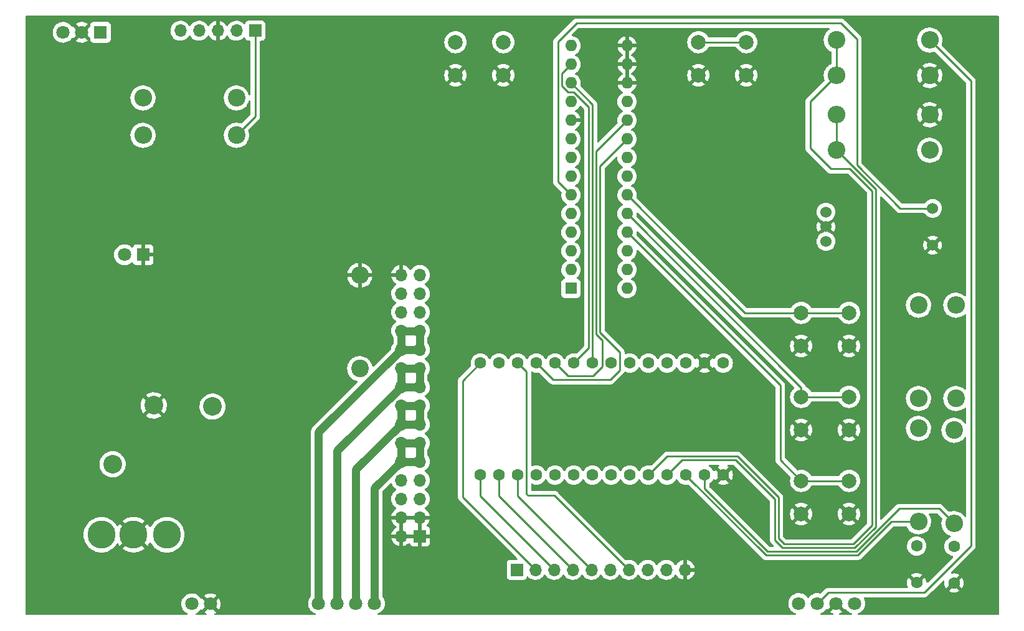
<source format=gbl>
%TF.GenerationSoftware,KiCad,Pcbnew,6.0.4-6f826c9f35~116~ubuntu20.04.1*%
%TF.CreationDate,2022-04-05T18:25:49-05:00*%
%TF.ProjectId,Electroturn,456c6563-7472-46f7-9475-726e2e6b6963,rev?*%
%TF.SameCoordinates,Original*%
%TF.FileFunction,Copper,L2,Bot*%
%TF.FilePolarity,Positive*%
%FSLAX46Y46*%
G04 Gerber Fmt 4.6, Leading zero omitted, Abs format (unit mm)*
G04 Created by KiCad (PCBNEW 6.0.4-6f826c9f35~116~ubuntu20.04.1) date 2022-04-05 18:25:49*
%MOMM*%
%LPD*%
G01*
G04 APERTURE LIST*
%TA.AperFunction,ComponentPad*%
%ADD10O,1.600000X1.600000*%
%TD*%
%TA.AperFunction,ComponentPad*%
%ADD11R,1.600000X1.600000*%
%TD*%
%TA.AperFunction,ComponentPad*%
%ADD12O,2.400000X2.400000*%
%TD*%
%TA.AperFunction,ComponentPad*%
%ADD13C,2.400000*%
%TD*%
%TA.AperFunction,ComponentPad*%
%ADD14R,1.700000X1.700000*%
%TD*%
%TA.AperFunction,ComponentPad*%
%ADD15O,1.700000X1.700000*%
%TD*%
%TA.AperFunction,ComponentPad*%
%ADD16C,1.803400*%
%TD*%
%TA.AperFunction,ComponentPad*%
%ADD17R,1.800000X1.800000*%
%TD*%
%TA.AperFunction,ComponentPad*%
%ADD18C,1.800000*%
%TD*%
%TA.AperFunction,ComponentPad*%
%ADD19C,1.600000*%
%TD*%
%TA.AperFunction,ComponentPad*%
%ADD20C,2.000000*%
%TD*%
%TA.AperFunction,ComponentPad*%
%ADD21C,1.524000*%
%TD*%
%TA.AperFunction,ComponentPad*%
%ADD22C,3.810000*%
%TD*%
%TA.AperFunction,ComponentPad*%
%ADD23C,2.540000*%
%TD*%
%TA.AperFunction,Conductor*%
%ADD24C,0.254000*%
%TD*%
%TA.AperFunction,Conductor*%
%ADD25C,1.066800*%
%TD*%
G04 APERTURE END LIST*
D10*
%TO.P,U2,28,GPA7*%
%TO.N,unconnected-(U2-Pad28)*%
X158496000Y-69342000D03*
%TO.P,U2,27,GPA6*%
%TO.N,unconnected-(U2-Pad27)*%
X158496000Y-66802000D03*
%TO.P,U2,26,GPA5*%
%TO.N,unconnected-(U2-Pad26)*%
X158496000Y-64262000D03*
%TO.P,U2,25,GPA4*%
%TO.N,Net-(SW7-Pad1)*%
X158496000Y-61722000D03*
%TO.P,U2,24,GPA3*%
%TO.N,Net-(SW6-Pad1)*%
X158496000Y-59182000D03*
%TO.P,U2,23,GPA2*%
%TO.N,Net-(SW5-Pad1)*%
X158496000Y-56642000D03*
%TO.P,U2,22,GPA1*%
%TO.N,Net-(SW4-Pad1)*%
X158496000Y-54102000D03*
%TO.P,U2,21,GPA0*%
%TO.N,Net-(SW3-Pad1)*%
X158496000Y-51562000D03*
%TO.P,U2,20,INTA*%
%TO.N,/panelButtonInterrupt*%
X158496000Y-49022000D03*
%TO.P,U2,19,INTB*%
%TO.N,/panelSwitchInterrupt*%
X158496000Y-46482000D03*
%TO.P,U2,18,~{RESET}*%
%TO.N,+3V3*%
X158496000Y-43942000D03*
%TO.P,U2,17,A2*%
%TO.N,GND*%
X158496000Y-41402000D03*
%TO.P,U2,16,A1*%
X158496000Y-38862000D03*
%TO.P,U2,15,A0*%
X158496000Y-36322000D03*
%TO.P,U2,14,NC*%
%TO.N,unconnected-(U2-Pad14)*%
X150876000Y-36322000D03*
%TO.P,U2,13,SDA*%
%TO.N,/i2c_data*%
X150876000Y-38862000D03*
%TO.P,U2,12,SCK*%
%TO.N,/i2c_clock*%
X150876000Y-41402000D03*
%TO.P,U2,11,NC*%
%TO.N,unconnected-(U2-Pad11)*%
X150876000Y-43942000D03*
%TO.P,U2,10,VSS*%
%TO.N,GND*%
X150876000Y-46482000D03*
%TO.P,U2,9,VDD*%
%TO.N,+3V3*%
X150876000Y-49022000D03*
%TO.P,U2,8,GPB7*%
%TO.N,unconnected-(U2-Pad8)*%
X150876000Y-51562000D03*
%TO.P,U2,7,GPB6*%
%TO.N,unconnected-(U2-Pad7)*%
X150876000Y-54102000D03*
%TO.P,U2,6,GPB5*%
%TO.N,Net-(SW8-PadS1)*%
X150876000Y-56642000D03*
%TO.P,U2,5,GPB4*%
%TO.N,Net-(D1-Pad2)*%
X150876000Y-59182000D03*
%TO.P,U2,4,GPB3*%
%TO.N,Net-(SW2-Pad1)*%
X150876000Y-61722000D03*
%TO.P,U2,3,GPB2*%
%TO.N,Net-(SW2-Pad4)*%
X150876000Y-64262000D03*
%TO.P,U2,2,GPB1*%
%TO.N,Net-(SW1-Pad1)*%
X150876000Y-66802000D03*
D11*
%TO.P,U2,1,GPB0*%
%TO.N,Net-(SW1-Pad3)*%
X150876000Y-69342000D03*
%TD*%
D12*
%TO.P,R6,2*%
%TO.N,+3V3*%
X92710000Y-48514000D03*
D13*
%TO.P,R6,1*%
%TO.N,/i2c_clock*%
X105410000Y-48514000D03*
%TD*%
%TO.P,R8,1*%
%TO.N,Net-(R10-Pad1)*%
X202946000Y-88646000D03*
D12*
%TO.P,R8,2*%
%TO.N,/panelEncoder_A*%
X202946000Y-101346000D03*
%TD*%
D13*
%TO.P,R4,1*%
%TO.N,Net-(R2-Pad2)*%
X186944000Y-50546000D03*
D12*
%TO.P,R4,2*%
%TO.N,/SpindleEnc_B*%
X199644000Y-50546000D03*
%TD*%
%TO.P,R11,2*%
%TO.N,Net-(R11-Pad2)*%
X198120000Y-84328000D03*
D13*
%TO.P,R11,1*%
%TO.N,+3V3*%
X198120000Y-71628000D03*
%TD*%
D12*
%TO.P,R7,2*%
%TO.N,+3V3*%
X92710000Y-43434000D03*
D13*
%TO.P,R7,1*%
%TO.N,/i2c_data*%
X105410000Y-43434000D03*
%TD*%
D14*
%TO.P,A1,1,GND*%
%TO.N,GND*%
X130342750Y-103060500D03*
D15*
%TO.P,A1,2,GND*%
X127802750Y-103060500D03*
%TO.P,A1,3,GND*%
X130342750Y-100520500D03*
%TO.P,A1,4,GND*%
X127802750Y-100520500D03*
%TO.P,A1,5,+VDC*%
%TO.N,+24V*%
X130342750Y-97980500D03*
%TO.P,A1,6,+VDC*%
X127802750Y-97980500D03*
%TO.P,A1,7,+VDC*%
X130342750Y-95440500D03*
%TO.P,A1,8,+VDC*%
X127802750Y-95440500D03*
%TO.P,A1,9,PHASE_A*%
%TO.N,/motorA+*%
X130342750Y-92900500D03*
%TO.P,A1,10,PHASE_A*%
X127802750Y-92900500D03*
%TO.P,A1,11,PHASE_A*%
X130342750Y-90360500D03*
%TO.P,A1,12,PHASE_A*%
X127802750Y-90360500D03*
%TO.P,A1,13,PHASE_/A*%
%TO.N,/motorA-*%
X130342750Y-87820500D03*
%TO.P,A1,14,PHASE_/A*%
X127802750Y-87820500D03*
%TO.P,A1,15,PHASE_/A*%
X130342750Y-85280500D03*
%TO.P,A1,16,PHASE_/A*%
X127802750Y-85280500D03*
%TO.P,A1,17,PHASE_B*%
%TO.N,/motorB+*%
X130342750Y-82740500D03*
%TO.P,A1,18,PHASE_B*%
X127802750Y-82740500D03*
%TO.P,A1,19,PHASE_B*%
X130342750Y-80200500D03*
%TO.P,A1,20,PHASE_B*%
X127802750Y-80200500D03*
%TO.P,A1,21,PHASE_/B*%
%TO.N,/motorB-*%
X130342750Y-77660500D03*
%TO.P,A1,22,PHASE_/B*%
X127802750Y-77660500D03*
%TO.P,A1,23,PHASE_/B*%
X130342750Y-75120500D03*
%TO.P,A1,24,PHASE_/B*%
X127802750Y-75120500D03*
%TO.P,A1,25,CURRENT_SET*%
%TO.N,Net-(A1-Pad25)*%
X130342750Y-72580500D03*
%TO.P,A1,26,RESERVED*%
%TO.N,unconnected-(A1-Pad26)*%
X127802750Y-72580500D03*
%TO.P,A1,27,DIRECTION*%
%TO.N,/zDirection*%
X130342750Y-70040500D03*
%TO.P,A1,28,STEP*%
%TO.N,/zStep*%
X127802750Y-70040500D03*
%TO.P,A1,29,DISABLE*%
%TO.N,/zDisable*%
X130342750Y-67500500D03*
%TO.P,A1,30,SIGNAL_GND*%
%TO.N,GND*%
X127802750Y-67500500D03*
%TD*%
D12*
%TO.P,R9,2*%
%TO.N,/panelEncoder_B*%
X198120000Y-101092000D03*
D13*
%TO.P,R9,1*%
%TO.N,Net-(R11-Pad2)*%
X198120000Y-88392000D03*
%TD*%
D16*
%TO.P,J2,4,Pin_4*%
%TO.N,/motorB-*%
X116568500Y-112216801D03*
%TO.P,J2,3,Pin_3*%
%TO.N,/motorB+*%
X119108500Y-112216801D03*
%TO.P,J2,2,Pin_2*%
%TO.N,/motorA-*%
X121648500Y-112216801D03*
%TO.P,J2,1,Pin_1*%
%TO.N,/motorA+*%
X124188500Y-112216801D03*
%TD*%
D13*
%TO.P,R1,1*%
%TO.N,GND*%
X199644000Y-40386000D03*
D12*
%TO.P,R1,2*%
%TO.N,Net-(R1-Pad2)*%
X186944000Y-40386000D03*
%TD*%
D17*
%TO.P,U3,1,+VIN*%
%TO.N,+24V*%
X86918500Y-34504000D03*
D18*
%TO.P,U3,2,GND/-VOUT*%
%TO.N,GND*%
X84378500Y-34504000D03*
%TO.P,U3,3,+VOUT/GND*%
%TO.N,+5V*%
X81838500Y-34504000D03*
%TD*%
D19*
%TO.P,C2,2*%
%TO.N,GND*%
X197866000Y-109394000D03*
%TO.P,C2,1*%
%TO.N,/panelEncoder_B*%
X197866000Y-104394000D03*
%TD*%
D16*
%TO.P,J1,1,Pin_1*%
%TO.N,+5V*%
X189466500Y-112216801D03*
%TO.P,J1,2,Pin_2*%
%TO.N,GND*%
X186926500Y-112216801D03*
%TO.P,J1,3,Pin_3*%
%TO.N,/SpindleEnc_A*%
X184386500Y-112216801D03*
%TO.P,J1,4,Pin_4*%
%TO.N,/SpindleEnc_B*%
X181846500Y-112216801D03*
%TD*%
%TO.P,J3,2,Pin_2*%
%TO.N,+24V*%
X99314000Y-112268000D03*
%TO.P,J3,1,Pin_1*%
%TO.N,GND*%
X101854000Y-112268000D03*
%TD*%
D12*
%TO.P,R10,2*%
%TO.N,+3V3*%
X203200000Y-71628000D03*
D13*
%TO.P,R10,1*%
%TO.N,Net-(R10-Pad1)*%
X203200000Y-84328000D03*
%TD*%
%TO.P,R2,1*%
%TO.N,GND*%
X199644000Y-45720000D03*
D12*
%TO.P,R2,2*%
%TO.N,Net-(R2-Pad2)*%
X186944000Y-45720000D03*
%TD*%
D13*
%TO.P,R5,1*%
%TO.N,Net-(A1-Pad25)*%
X122174000Y-80264000D03*
D12*
%TO.P,R5,2*%
%TO.N,GND*%
X122174000Y-67564000D03*
%TD*%
D19*
%TO.P,C1,1*%
%TO.N,GND*%
X202946000Y-109434000D03*
%TO.P,C1,2*%
%TO.N,/panelEncoder_A*%
X202946000Y-104434000D03*
%TD*%
D12*
%TO.P,R3,2*%
%TO.N,/SpindleEnc_A*%
X199644000Y-35560000D03*
D13*
%TO.P,R3,1*%
%TO.N,Net-(R1-Pad2)*%
X186944000Y-35560000D03*
%TD*%
D19*
%TO.P,U1,VIN,VIN*%
%TO.N,+5V*%
X171577000Y-79502000D03*
%TO.P,U1,GND,GND*%
%TO.N,GND*%
X169037000Y-79502000D03*
X171577000Y-94742000D03*
%TO.P,U1,23,A9/CRX1/MCLK1/PWM*%
%TO.N,unconnected-(U1-Pad23)*%
X163957000Y-79502000D03*
%TO.P,U1,22,A8/CTX1/PWM*%
%TO.N,unconnected-(U1-Pad22)*%
X161417000Y-79502000D03*
%TO.P,U1,21,A7/RX5/BCLK1*%
%TO.N,unconnected-(U1-Pad21)*%
X158877000Y-79502000D03*
%TO.P,U1,20,A6/TX5/LRCLK1*%
%TO.N,unconnected-(U1-Pad20)*%
X156337000Y-79502000D03*
%TO.P,U1,19,A5/SCL0/PWM*%
%TO.N,/i2c_clock*%
X153797000Y-79502000D03*
%TO.P,U1,18,A4/SDA0/PWM*%
%TO.N,/i2c_data*%
X151257000Y-79502000D03*
%TO.P,U1,17,A3/TX4/SDA1*%
%TO.N,/panelSwitchInterrupt*%
X148717000Y-79502000D03*
%TO.P,U1,16,A2/RX4/SCL1*%
%TO.N,/panelButtonInterrupt*%
X146177000Y-79502000D03*
%TO.P,U1,15,A1/RX3/SPDIF_IN/PWM*%
%TO.N,/tft_reset*%
X143637000Y-79502000D03*
%TO.P,U1,14,A0/TX3/SPDIF_OUT/PWM*%
%TO.N,/tft_d{slash}c*%
X141097000Y-79502000D03*
%TO.P,U1,13,SCK/CRX1/LED/PWM*%
%TO.N,/tft_clk*%
X138557000Y-79502000D03*
%TO.P,U1,12,PWM/MQSL/MISO*%
%TO.N,/tft_miso*%
X138557000Y-94742000D03*
%TO.P,U1,11,PWM/CTX1/MOSI*%
%TO.N,/tft_mosi*%
X141097000Y-94742000D03*
%TO.P,U1,10,PWM/CS/MQSR*%
%TO.N,/tft_cs*%
X143637000Y-94742000D03*
%TO.P,U1,9,PWM/OUT1C*%
%TO.N,unconnected-(U1-Pad9)*%
X146177000Y-94742000D03*
%TO.P,U1,8,PWM/TX2/IN1*%
%TO.N,unconnected-(U1-Pad8)*%
X148717000Y-94742000D03*
%TO.P,U1,7,PWM/RX2/OUT1A*%
%TO.N,unconnected-(U1-Pad7)*%
X151257000Y-94742000D03*
%TO.P,U1,6,PWM/OUT1D*%
%TO.N,/zDirection*%
X153797000Y-94742000D03*
%TO.P,U1,5,PWM/IN2*%
%TO.N,/zDisable*%
X156337000Y-94742000D03*
%TO.P,U1,4,PWM/BCLK2*%
%TO.N,/zStep*%
X158877000Y-94742000D03*
%TO.P,U1,3.3V,3.3V*%
%TO.N,+3V3*%
X166497000Y-79502000D03*
%TO.P,U1,3,PWM/LRCLK2*%
%TO.N,Net-(R1-Pad2)*%
X161417000Y-94742000D03*
%TO.P,U1,2,PWM/OUT2*%
%TO.N,Net-(R2-Pad2)*%
X163957000Y-94742000D03*
%TO.P,U1,1,PWM/TX1/CTX2/MISO1*%
%TO.N,/panelEncoder_B*%
X166497000Y-94742000D03*
%TO.P,U1,0,PWM/RX1/CRX2/CS1*%
%TO.N,/panelEncoder_A*%
X169037000Y-94742000D03*
%TD*%
D20*
%TO.P,SW7,1,1*%
%TO.N,Net-(SW7-Pad1)*%
X188670000Y-95540000D03*
X182170000Y-95540000D03*
%TO.P,SW7,2,2*%
%TO.N,GND*%
X188670000Y-100040000D03*
X182170000Y-100040000D03*
%TD*%
D21*
%TO.P,SW8,A,A*%
%TO.N,Net-(R10-Pad1)*%
X185540000Y-58960000D03*
%TO.P,SW8,B,B*%
%TO.N,Net-(R11-Pad2)*%
X185540000Y-62960000D03*
%TO.P,SW8,C,C*%
%TO.N,GND*%
X185540000Y-60960000D03*
%TO.P,SW8,S1,S1*%
%TO.N,Net-(SW8-PadS1)*%
X200040000Y-58460000D03*
%TO.P,SW8,S2,S2*%
%TO.N,GND*%
X200040000Y-63460000D03*
%TD*%
D14*
%TO.P,DS2,1,BACKLIGHT*%
%TO.N,unconnected-(DS2-Pad1)*%
X143510000Y-107632500D03*
D15*
%TO.P,DS2,2,SCK*%
%TO.N,/tft_clk*%
X146050000Y-107632500D03*
%TO.P,DS2,3,MISO*%
%TO.N,/tft_miso*%
X148590000Y-107632500D03*
%TO.P,DS2,4,MOSI*%
%TO.N,/tft_mosi*%
X151130000Y-107632500D03*
%TO.P,DS2,5,LCD_CS*%
%TO.N,/tft_cs*%
X153670000Y-107632500D03*
%TO.P,DS2,6,SD_CS*%
%TO.N,unconnected-(DS2-Pad6)*%
X156210000Y-107632500D03*
%TO.P,DS2,7,RESET*%
%TO.N,/tft_reset*%
X158750000Y-107632500D03*
%TO.P,DS2,8,D/C*%
%TO.N,/tft_d{slash}c*%
X161290000Y-107632500D03*
%TO.P,DS2,9,VIN*%
%TO.N,+3V3*%
X163830000Y-107632500D03*
%TO.P,DS2,10,GND*%
%TO.N,GND*%
X166370000Y-107632500D03*
%TD*%
D17*
%TO.P,D1,1,K*%
%TO.N,GND*%
X92710000Y-64770000D03*
D18*
%TO.P,D1,2,A*%
%TO.N,Net-(D1-Pad2)*%
X90170000Y-64770000D03*
%TD*%
D22*
%TO.P,SW1,1,1*%
%TO.N,Net-(SW1-Pad1)*%
X87044000Y-102870000D03*
%TO.P,SW1,2,2*%
%TO.N,GND*%
X91425500Y-102870000D03*
%TO.P,SW1,3,3*%
%TO.N,Net-(SW1-Pad3)*%
X95934000Y-102870000D03*
%TD*%
D14*
%TO.P,DS1,1,SCL*%
%TO.N,/i2c_clock*%
X107950000Y-34290000D03*
D15*
%TO.P,DS1,2,SDA*%
%TO.N,/i2c_data*%
X105410000Y-34290000D03*
%TO.P,DS1,3,GND*%
%TO.N,GND*%
X102870000Y-34290000D03*
%TO.P,DS1,4,VCC*%
%TO.N,+5V*%
X100330000Y-34290000D03*
%TO.P,DS1,5,Vi2c*%
%TO.N,+3V3*%
X97790000Y-34290000D03*
%TD*%
D23*
%TO.P,SW2,1,1*%
%TO.N,Net-(SW2-Pad1)*%
X102161594Y-85422842D03*
%TO.P,SW2,4,4*%
%TO.N,Net-(SW2-Pad4)*%
X88567158Y-93271594D03*
%TO.P,SW2,A,A*%
%TO.N,GND*%
X94161026Y-85271026D03*
%TD*%
D20*
%TO.P,SW5,1,1*%
%TO.N,Net-(SW5-Pad1)*%
X182170000Y-72680000D03*
X188670000Y-72680000D03*
%TO.P,SW5,2,2*%
%TO.N,GND*%
X188670000Y-77180000D03*
X182170000Y-77180000D03*
%TD*%
%TO.P,SW6,1,1*%
%TO.N,Net-(SW6-Pad1)*%
X182170000Y-84110000D03*
X188670000Y-84110000D03*
%TO.P,SW6,2,2*%
%TO.N,GND*%
X182170000Y-88610000D03*
X188670000Y-88610000D03*
%TD*%
%TO.P,SW4,1,1*%
%TO.N,Net-(SW4-Pad1)*%
X141680000Y-35850000D03*
X135180000Y-35850000D03*
%TO.P,SW4,2,2*%
%TO.N,GND*%
X141680000Y-40350000D03*
X135180000Y-40350000D03*
%TD*%
%TO.P,SW3,1,1*%
%TO.N,Net-(SW3-Pad1)*%
X174700000Y-35850000D03*
X168200000Y-35850000D03*
%TO.P,SW3,2,2*%
%TO.N,GND*%
X168200000Y-40350000D03*
X174700000Y-40350000D03*
%TD*%
D24*
%TO.N,Net-(SW8-PadS1)*%
X150876000Y-56642000D02*
X149098480Y-54864480D01*
X151638000Y-33274000D02*
X187579480Y-33274000D01*
X149098480Y-54864480D02*
X149098480Y-35813520D01*
X149098480Y-35813520D02*
X151638000Y-33274000D01*
X195620000Y-58460000D02*
X200040000Y-58460000D01*
X187579480Y-33274000D02*
X189738000Y-35432520D01*
X189738000Y-35432520D02*
X189738000Y-52578000D01*
X189738000Y-52578000D02*
X195620000Y-58460000D01*
%TO.N,/panelButtonInterrupt*%
X158496000Y-49022000D02*
X154812040Y-52705960D01*
X157517511Y-80480489D02*
X156210000Y-81788000D01*
X154812040Y-52705960D02*
X154812040Y-75310040D01*
X156210000Y-81788000D02*
X148463000Y-81788000D01*
X148463000Y-81788000D02*
X146177000Y-79502000D01*
X154812040Y-75310040D02*
X157517511Y-78015511D01*
X157517511Y-78015511D02*
X157517511Y-80480489D01*
%TO.N,/panelSwitchInterrupt*%
X148717000Y-79502000D02*
X150495480Y-81280480D01*
X155156489Y-79990985D02*
X155156489Y-76416489D01*
X154304520Y-75564520D02*
X154304520Y-50673480D01*
X150495480Y-81280480D02*
X153866994Y-81280480D01*
X153866994Y-81280480D02*
X155156489Y-79990985D01*
X154304520Y-50673480D02*
X158496000Y-46482000D01*
X155156489Y-76416489D02*
X154304520Y-75564520D01*
%TO.N,/i2c_data*%
X151257000Y-79502000D02*
X153289480Y-77469520D01*
X153289480Y-77469520D02*
X153289480Y-44685984D01*
X151275496Y-42672000D02*
X150476504Y-42672000D01*
X153289480Y-44685984D02*
X151275496Y-42672000D01*
X150476504Y-42672000D02*
X149606000Y-41801496D01*
X149606000Y-41801496D02*
X149606000Y-40132000D01*
X149606000Y-40132000D02*
X150876000Y-38862000D01*
%TO.N,/SpindleEnc_A*%
X199644000Y-35560000D02*
X205232000Y-41148000D01*
X205232000Y-41148000D02*
X205232000Y-104394000D01*
X205232000Y-104394000D02*
X198882000Y-110744000D01*
X198882000Y-110744000D02*
X185859301Y-110744000D01*
X185859301Y-110744000D02*
X184386500Y-112216801D01*
%TO.N,/tft_clk*%
X146050000Y-107632500D02*
X136144000Y-97726500D01*
X136144000Y-97726500D02*
X136144000Y-81915000D01*
X136144000Y-81915000D02*
X138557000Y-79502000D01*
D25*
%TO.N,/motorA+*%
X127802750Y-92900500D02*
X127802750Y-90360500D01*
X130342750Y-92900500D02*
X127802750Y-92900500D01*
X130342750Y-90360500D02*
X130342750Y-92900500D01*
X127802750Y-90360500D02*
X130342750Y-90360500D01*
%TO.N,/motorA-*%
X130342750Y-87820500D02*
X127802750Y-87820500D01*
X130342750Y-85280500D02*
X130342750Y-87820500D01*
X127802750Y-85280500D02*
X127802750Y-87820500D01*
X130342750Y-85280500D02*
X127802750Y-85280500D01*
%TO.N,/motorB+*%
X130342750Y-80200500D02*
X130342750Y-82740500D01*
X127802750Y-80200500D02*
X127802750Y-82740500D01*
X127802750Y-82740500D02*
X130342750Y-82740500D01*
%TO.N,/motorB-*%
X130342750Y-75120500D02*
X130342750Y-77660500D01*
X127802750Y-75120500D02*
X127802750Y-77660500D01*
X127802750Y-75120500D02*
X130342750Y-75120500D01*
%TO.N,/motorB+*%
X130342750Y-80200500D02*
X127802750Y-80200500D01*
%TO.N,/motorB-*%
X127802750Y-77660500D02*
X130342750Y-77660500D01*
D24*
%TO.N,/i2c_clock*%
X153797000Y-79502000D02*
X153797000Y-44323000D01*
X153797000Y-44323000D02*
X150876000Y-41402000D01*
%TO.N,/panelEncoder_A*%
X169037000Y-94742000D02*
X169037000Y-96602741D01*
X169037000Y-96602741D02*
X177589779Y-105155520D01*
X177589779Y-105155520D02*
X189649964Y-105155520D01*
X200914000Y-99314000D02*
X202946000Y-101346000D01*
X189649964Y-105155520D02*
X195491484Y-99314000D01*
X195491484Y-99314000D02*
X200914000Y-99314000D01*
%TO.N,Net-(R1-Pad2)*%
X161417000Y-94742000D02*
X163956520Y-92202480D01*
X188766258Y-53086000D02*
X186182000Y-53086000D01*
X163956520Y-92202480D02*
X173482480Y-92202480D01*
X173482480Y-92202480D02*
X179070000Y-97790000D01*
X179070000Y-97790000D02*
X179070000Y-103377999D01*
X186182000Y-53086000D02*
X183388000Y-50292000D01*
X179070000Y-103377999D02*
X179832481Y-104140480D01*
X179832481Y-104140480D02*
X189229520Y-104140480D01*
X189229520Y-104140480D02*
X191770480Y-101599520D01*
X191770480Y-101599520D02*
X191770480Y-56090222D01*
X191770480Y-56090222D02*
X188766258Y-53086000D01*
X183388000Y-50292000D02*
X183388000Y-43942000D01*
X183388000Y-43942000D02*
X186944000Y-40386000D01*
%TO.N,/panelEncoder_B*%
X198120000Y-101092000D02*
X194431226Y-101092000D01*
X194431226Y-101092000D02*
X189860185Y-105663040D01*
X189860185Y-105663040D02*
X177379557Y-105663040D01*
X177379557Y-105663040D02*
X166497000Y-94780483D01*
X166497000Y-94780483D02*
X166497000Y-94742000D01*
%TO.N,Net-(R2-Pad2)*%
X163957000Y-94742000D02*
X165989000Y-92710000D01*
X189439742Y-104648000D02*
X192278000Y-101809742D01*
X165989000Y-92710000D02*
X173228000Y-92710000D01*
X173228000Y-92710000D02*
X178562000Y-98044000D01*
X178562000Y-98044000D02*
X178562000Y-103587741D01*
X178562000Y-103587741D02*
X179622260Y-104648000D01*
X179622260Y-104648000D02*
X189439742Y-104648000D01*
X192278000Y-101809742D02*
X192278000Y-55880000D01*
X192278000Y-55880000D02*
X186944000Y-50546000D01*
X186944000Y-50546000D02*
X186944000Y-45720000D01*
%TO.N,Net-(R1-Pad2)*%
X186944000Y-40386000D02*
X186944000Y-35560000D01*
%TO.N,Net-(SW3-Pad1)*%
X168200000Y-35850000D02*
X174700000Y-35850000D01*
%TO.N,Net-(SW6-Pad1)*%
X182170000Y-84110000D02*
X188670000Y-84110000D01*
%TO.N,Net-(SW7-Pad1)*%
X182170000Y-95540000D02*
X188670000Y-95540000D01*
%TO.N,Net-(SW5-Pad1)*%
X182170000Y-72680000D02*
X188670000Y-72680000D01*
%TO.N,/tft_reset*%
X144817511Y-97319511D02*
X145034000Y-97536000D01*
X144817511Y-80682511D02*
X144817511Y-97319511D01*
X143637000Y-79502000D02*
X144817511Y-80682511D01*
X145034000Y-97536000D02*
X148653500Y-97536000D01*
X148653500Y-97536000D02*
X158750000Y-107632500D01*
%TO.N,Net-(SW7-Pad1)*%
X182170000Y-95540000D02*
X179324000Y-92694000D01*
X179324000Y-92694000D02*
X179324000Y-82550000D01*
X179324000Y-82550000D02*
X158496000Y-61722000D01*
%TO.N,Net-(SW6-Pad1)*%
X182170000Y-84110000D02*
X182170000Y-82856000D01*
X182170000Y-82856000D02*
X158496000Y-59182000D01*
%TO.N,Net-(SW5-Pad1)*%
X182170000Y-72680000D02*
X174534000Y-72680000D01*
X174534000Y-72680000D02*
X158496000Y-56642000D01*
%TO.N,/tft_miso*%
X148590000Y-107632500D02*
X138557000Y-97599500D01*
X138557000Y-97599500D02*
X138557000Y-94742000D01*
%TO.N,/tft_mosi*%
X151130000Y-107632500D02*
X141097000Y-97599500D01*
X141097000Y-97599500D02*
X141097000Y-94742000D01*
%TO.N,/tft_cs*%
X153670000Y-107632500D02*
X143637000Y-97599500D01*
X143637000Y-97599500D02*
X143637000Y-94742000D01*
D25*
%TO.N,/motorB-*%
X116568500Y-112216801D02*
X116568500Y-88894750D01*
X116568500Y-88894750D02*
X127802750Y-77660500D01*
%TO.N,/motorB+*%
X119108500Y-112216801D02*
X119108500Y-91434750D01*
X119108500Y-91434750D02*
X127802750Y-82740500D01*
%TO.N,/motorA-*%
X121648500Y-112216801D02*
X121648500Y-93974750D01*
X121648500Y-93974750D02*
X127802750Y-87820500D01*
%TO.N,/motorA+*%
X124188500Y-112216801D02*
X124188500Y-96514750D01*
X124188500Y-96514750D02*
X127802750Y-92900500D01*
D24*
%TO.N,/i2c_clock*%
X105410000Y-48514000D02*
X107950000Y-45974000D01*
X107950000Y-45974000D02*
X107950000Y-34290000D01*
%TD*%
%TA.AperFunction,Conductor*%
%TO.N,GND*%
G36*
X208983621Y-32278502D02*
G01*
X209030114Y-32332158D01*
X209041500Y-32384500D01*
X209041500Y-113665500D01*
X209021498Y-113733621D01*
X208967842Y-113780114D01*
X208915500Y-113791500D01*
X189983895Y-113791500D01*
X189915774Y-113771498D01*
X189869281Y-113717842D01*
X189859177Y-113647568D01*
X189888671Y-113582988D01*
X189947688Y-113544814D01*
X189977870Y-113535759D01*
X189982813Y-113534276D01*
X189988421Y-113531529D01*
X190186420Y-113434530D01*
X190191058Y-113432258D01*
X190313183Y-113345147D01*
X190375632Y-113300603D01*
X190375637Y-113300599D01*
X190379844Y-113297598D01*
X190395191Y-113282305D01*
X190540441Y-113137560D01*
X190544102Y-113133912D01*
X190679420Y-112945597D01*
X190696812Y-112910408D01*
X190779870Y-112742351D01*
X190779871Y-112742349D01*
X190782164Y-112737709D01*
X190814118Y-112632539D01*
X190848072Y-112520785D01*
X190848073Y-112520779D01*
X190849576Y-112515833D01*
X190879844Y-112285925D01*
X190880310Y-112266868D01*
X190881451Y-112220166D01*
X190881451Y-112220162D01*
X190881533Y-112216801D01*
X190867172Y-112042121D01*
X190862956Y-111990840D01*
X190862955Y-111990834D01*
X190862532Y-111985689D01*
X190806040Y-111760784D01*
X190716885Y-111555743D01*
X190708064Y-111485296D01*
X190738731Y-111421264D01*
X190799147Y-111383976D01*
X190832434Y-111379500D01*
X198802980Y-111379500D01*
X198814214Y-111380030D01*
X198821719Y-111381708D01*
X198890012Y-111379562D01*
X198893969Y-111379500D01*
X198921983Y-111379500D01*
X198925908Y-111379004D01*
X198925909Y-111379004D01*
X198926004Y-111378992D01*
X198937849Y-111378059D01*
X198967670Y-111377122D01*
X198974282Y-111376914D01*
X198974283Y-111376914D01*
X198982205Y-111376665D01*
X199001749Y-111370987D01*
X199021112Y-111366977D01*
X199033440Y-111365420D01*
X199033442Y-111365420D01*
X199041299Y-111364427D01*
X199048663Y-111361511D01*
X199048668Y-111361510D01*
X199082556Y-111348093D01*
X199093785Y-111344248D01*
X199110465Y-111339402D01*
X199136393Y-111331869D01*
X199143220Y-111327831D01*
X199143223Y-111327830D01*
X199153906Y-111321512D01*
X199171664Y-111312812D01*
X199183215Y-111308239D01*
X199183221Y-111308235D01*
X199190588Y-111305319D01*
X199226491Y-111279234D01*
X199236410Y-111272719D01*
X199267768Y-111254174D01*
X199267772Y-111254171D01*
X199274598Y-111250134D01*
X199288982Y-111235750D01*
X199304016Y-111222909D01*
X199314073Y-111215602D01*
X199320487Y-111210942D01*
X199348778Y-111176744D01*
X199356767Y-111167965D01*
X200004670Y-110520062D01*
X202224493Y-110520062D01*
X202233789Y-110532077D01*
X202284994Y-110567931D01*
X202294489Y-110573414D01*
X202491947Y-110665490D01*
X202502239Y-110669236D01*
X202712688Y-110725625D01*
X202723481Y-110727528D01*
X202940525Y-110746517D01*
X202951475Y-110746517D01*
X203168519Y-110727528D01*
X203179312Y-110725625D01*
X203389761Y-110669236D01*
X203400053Y-110665490D01*
X203597511Y-110573414D01*
X203607006Y-110567931D01*
X203659048Y-110531491D01*
X203667424Y-110521012D01*
X203660356Y-110507566D01*
X202958812Y-109806022D01*
X202944868Y-109798408D01*
X202943035Y-109798539D01*
X202936420Y-109802790D01*
X202230923Y-110508287D01*
X202224493Y-110520062D01*
X200004670Y-110520062D01*
X201442776Y-109081957D01*
X201505088Y-109047931D01*
X201575904Y-109052996D01*
X201632739Y-109095543D01*
X201657550Y-109162063D01*
X201654392Y-109195105D01*
X201655330Y-109195270D01*
X201652472Y-109211481D01*
X201633483Y-109428525D01*
X201633483Y-109439475D01*
X201652472Y-109656519D01*
X201654375Y-109667312D01*
X201710764Y-109877761D01*
X201714510Y-109888053D01*
X201806586Y-110085511D01*
X201812069Y-110095006D01*
X201848509Y-110147048D01*
X201858988Y-110155424D01*
X201872434Y-110148356D01*
X202585658Y-109435132D01*
X203310408Y-109435132D01*
X203310539Y-109436965D01*
X203314790Y-109443580D01*
X204020287Y-110149077D01*
X204032062Y-110155507D01*
X204044077Y-110146211D01*
X204079931Y-110095006D01*
X204085414Y-110085511D01*
X204177490Y-109888053D01*
X204181236Y-109877761D01*
X204237625Y-109667312D01*
X204239528Y-109656519D01*
X204258517Y-109439475D01*
X204258517Y-109428525D01*
X204239528Y-109211481D01*
X204237625Y-109200688D01*
X204181236Y-108990239D01*
X204177490Y-108979947D01*
X204085414Y-108782489D01*
X204079931Y-108772994D01*
X204043491Y-108720952D01*
X204033012Y-108712576D01*
X204019566Y-108719644D01*
X203318022Y-109421188D01*
X203310408Y-109435132D01*
X202585658Y-109435132D01*
X203661077Y-108359713D01*
X203667507Y-108347938D01*
X203658211Y-108335923D01*
X203607006Y-108300069D01*
X203597511Y-108294586D01*
X203400053Y-108202510D01*
X203389761Y-108198764D01*
X203179312Y-108142375D01*
X203168519Y-108140472D01*
X202951475Y-108121483D01*
X202940525Y-108121483D01*
X202723481Y-108140472D01*
X202707270Y-108143330D01*
X202706925Y-108141374D01*
X202644664Y-108139880D01*
X202585876Y-108100075D01*
X202557940Y-108034805D01*
X202569727Y-107964794D01*
X202593956Y-107930777D01*
X205625483Y-104899250D01*
X205633809Y-104891674D01*
X205640303Y-104887553D01*
X205687086Y-104837734D01*
X205689840Y-104834893D01*
X205709639Y-104815094D01*
X205712068Y-104811963D01*
X205712072Y-104811958D01*
X205712139Y-104811872D01*
X205719847Y-104802847D01*
X205744791Y-104776285D01*
X205744794Y-104776281D01*
X205750217Y-104770506D01*
X205754036Y-104763560D01*
X205754039Y-104763555D01*
X205760022Y-104752672D01*
X205770878Y-104736144D01*
X205778492Y-104726329D01*
X205778494Y-104726326D01*
X205783349Y-104720067D01*
X205786495Y-104712797D01*
X205786498Y-104712792D01*
X205800969Y-104679350D01*
X205806192Y-104668689D01*
X205823749Y-104636753D01*
X205823751Y-104636748D01*
X205827569Y-104629803D01*
X205829539Y-104622129D01*
X205829542Y-104622122D01*
X205832632Y-104610087D01*
X205839036Y-104591382D01*
X205843967Y-104579987D01*
X205847117Y-104572708D01*
X205854060Y-104528873D01*
X205856467Y-104517251D01*
X205862209Y-104494888D01*
X205867500Y-104474282D01*
X205867500Y-104453935D01*
X205869051Y-104434224D01*
X205870995Y-104421950D01*
X205872235Y-104414121D01*
X205868059Y-104369944D01*
X205867500Y-104358086D01*
X205867500Y-41227020D01*
X205868029Y-41215791D01*
X205869708Y-41208281D01*
X205867562Y-41140001D01*
X205867500Y-41136044D01*
X205867500Y-41108017D01*
X205866989Y-41103971D01*
X205866057Y-41092136D01*
X205864913Y-41055722D01*
X205864664Y-41047795D01*
X205858987Y-41028254D01*
X205854978Y-41008894D01*
X205853421Y-40996566D01*
X205853420Y-40996563D01*
X205852427Y-40988701D01*
X205849510Y-40981335D01*
X205849509Y-40981329D01*
X205836091Y-40947439D01*
X205832246Y-40936210D01*
X205819869Y-40893607D01*
X205815836Y-40886788D01*
X205815834Y-40886783D01*
X205809510Y-40876091D01*
X205800813Y-40858341D01*
X205793319Y-40839412D01*
X205767240Y-40803517D01*
X205760722Y-40793595D01*
X205742170Y-40762224D01*
X205742166Y-40762219D01*
X205738134Y-40755401D01*
X205723747Y-40741014D01*
X205710906Y-40725980D01*
X205703602Y-40715927D01*
X205698942Y-40709513D01*
X205664750Y-40681227D01*
X205655971Y-40673238D01*
X201276588Y-36293855D01*
X201242562Y-36231543D01*
X201247627Y-36160728D01*
X201250799Y-36153014D01*
X201252042Y-36150253D01*
X201252044Y-36150248D01*
X201253967Y-36145980D01*
X201322896Y-35901575D01*
X201338874Y-35775977D01*
X201354545Y-35652798D01*
X201354545Y-35652792D01*
X201354943Y-35649667D01*
X201355151Y-35641745D01*
X201357208Y-35563160D01*
X201357208Y-35563153D01*
X201357291Y-35560000D01*
X201353566Y-35509877D01*
X201338818Y-35311411D01*
X201338817Y-35311407D01*
X201338472Y-35306759D01*
X201336772Y-35299242D01*
X201283459Y-35063639D01*
X201282428Y-35059082D01*
X201272797Y-35034315D01*
X201192084Y-34826762D01*
X201192083Y-34826760D01*
X201190391Y-34822409D01*
X201168317Y-34783787D01*
X201066702Y-34605997D01*
X201066700Y-34605995D01*
X201064383Y-34601940D01*
X200907171Y-34402517D01*
X200752157Y-34256695D01*
X200725610Y-34231722D01*
X200725608Y-34231720D01*
X200722209Y-34228523D01*
X200678483Y-34198189D01*
X200517393Y-34086437D01*
X200517390Y-34086435D01*
X200513561Y-34083779D01*
X200509384Y-34081719D01*
X200509377Y-34081715D01*
X200289996Y-33973528D01*
X200289992Y-33973527D01*
X200285810Y-33971464D01*
X200043960Y-33894047D01*
X200039355Y-33893297D01*
X199797935Y-33853980D01*
X199797934Y-33853980D01*
X199793323Y-33853229D01*
X199666364Y-33851567D01*
X199544083Y-33849966D01*
X199544080Y-33849966D01*
X199539406Y-33849905D01*
X199287787Y-33884149D01*
X199043993Y-33955208D01*
X198813380Y-34061522D01*
X198809471Y-34064085D01*
X198604928Y-34198189D01*
X198604923Y-34198193D01*
X198601015Y-34200755D01*
X198532563Y-34261851D01*
X198426383Y-34356620D01*
X198411562Y-34369848D01*
X198249183Y-34565087D01*
X198117447Y-34782182D01*
X198115638Y-34786496D01*
X198115637Y-34786498D01*
X198026003Y-35000252D01*
X198019246Y-35016365D01*
X198018095Y-35020897D01*
X198018094Y-35020900D01*
X198000370Y-35090688D01*
X197956738Y-35262490D01*
X197931296Y-35515151D01*
X197931520Y-35519817D01*
X197931520Y-35519822D01*
X197935779Y-35608476D01*
X197943480Y-35768798D01*
X197959479Y-35849229D01*
X197972505Y-35914714D01*
X197993021Y-36017857D01*
X197994600Y-36022255D01*
X197994602Y-36022262D01*
X198039022Y-36145980D01*
X198078831Y-36256858D01*
X198199025Y-36480551D01*
X198201820Y-36484294D01*
X198201822Y-36484297D01*
X198348171Y-36680282D01*
X198348176Y-36680288D01*
X198350963Y-36684020D01*
X198354272Y-36687300D01*
X198354277Y-36687306D01*
X198452859Y-36785031D01*
X198531307Y-36862797D01*
X198535069Y-36865555D01*
X198535072Y-36865558D01*
X198695253Y-36983007D01*
X198736094Y-37012953D01*
X198740229Y-37015129D01*
X198740233Y-37015131D01*
X198857369Y-37076759D01*
X198960827Y-37131191D01*
X199072724Y-37170267D01*
X199152827Y-37198240D01*
X199200568Y-37214912D01*
X199450050Y-37262278D01*
X199570532Y-37267011D01*
X199699125Y-37272064D01*
X199699130Y-37272064D01*
X199703793Y-37272247D01*
X199802774Y-37261407D01*
X199951569Y-37245112D01*
X199951575Y-37245111D01*
X199956222Y-37244602D01*
X199960746Y-37243411D01*
X200197270Y-37181139D01*
X200197272Y-37181138D01*
X200201793Y-37179948D01*
X200206092Y-37178101D01*
X200206095Y-37178100D01*
X200237649Y-37164543D01*
X200308133Y-37156029D01*
X200376483Y-37191215D01*
X204559595Y-41374327D01*
X204593621Y-41436639D01*
X204596500Y-41463422D01*
X204596500Y-70304423D01*
X204576498Y-70372544D01*
X204522842Y-70419037D01*
X204452568Y-70429141D01*
X204384167Y-70396198D01*
X204281610Y-70299722D01*
X204281608Y-70299720D01*
X204278209Y-70296523D01*
X204175177Y-70225047D01*
X204073393Y-70154437D01*
X204073390Y-70154435D01*
X204069561Y-70151779D01*
X204065384Y-70149719D01*
X204065377Y-70149715D01*
X203845996Y-70041528D01*
X203845992Y-70041527D01*
X203841810Y-70039464D01*
X203599960Y-69962047D01*
X203595355Y-69961297D01*
X203353935Y-69921980D01*
X203353934Y-69921980D01*
X203349323Y-69921229D01*
X203222365Y-69919567D01*
X203100083Y-69917966D01*
X203100080Y-69917966D01*
X203095406Y-69917905D01*
X202843787Y-69952149D01*
X202599993Y-70023208D01*
X202369380Y-70129522D01*
X202365471Y-70132085D01*
X202160928Y-70266189D01*
X202160923Y-70266193D01*
X202157015Y-70268755D01*
X202064467Y-70351357D01*
X202032043Y-70380297D01*
X201967562Y-70437848D01*
X201805183Y-70633087D01*
X201673447Y-70850182D01*
X201671638Y-70854496D01*
X201671637Y-70854498D01*
X201577903Y-71078029D01*
X201575246Y-71084365D01*
X201512738Y-71330490D01*
X201487296Y-71583151D01*
X201487520Y-71587817D01*
X201487520Y-71587822D01*
X201489299Y-71624851D01*
X201499480Y-71836798D01*
X201500393Y-71841386D01*
X201540795Y-72044500D01*
X201549021Y-72085857D01*
X201550600Y-72090255D01*
X201550602Y-72090262D01*
X201595022Y-72213980D01*
X201634831Y-72324858D01*
X201755025Y-72548551D01*
X201757820Y-72552294D01*
X201757822Y-72552297D01*
X201904171Y-72748282D01*
X201904176Y-72748288D01*
X201906963Y-72752020D01*
X201910272Y-72755300D01*
X201910277Y-72755306D01*
X202077953Y-72921524D01*
X202087307Y-72930797D01*
X202091069Y-72933555D01*
X202091072Y-72933558D01*
X202172039Y-72992925D01*
X202292094Y-73080953D01*
X202296229Y-73083129D01*
X202296233Y-73083131D01*
X202400218Y-73137840D01*
X202516827Y-73199191D01*
X202599682Y-73228125D01*
X202742325Y-73277938D01*
X202756568Y-73282912D01*
X203006050Y-73330278D01*
X203126532Y-73335011D01*
X203255125Y-73340064D01*
X203255130Y-73340064D01*
X203259793Y-73340247D01*
X203358774Y-73329407D01*
X203507569Y-73313112D01*
X203507575Y-73313111D01*
X203512222Y-73312602D01*
X203573925Y-73296357D01*
X203753273Y-73249138D01*
X203757793Y-73247948D01*
X203944235Y-73167847D01*
X203986807Y-73149557D01*
X203986810Y-73149555D01*
X203991110Y-73147708D01*
X203995090Y-73145245D01*
X203995094Y-73145243D01*
X204203064Y-73016547D01*
X204203066Y-73016545D01*
X204207047Y-73014082D01*
X204389090Y-72859971D01*
X204454005Y-72831224D01*
X204524158Y-72842136D01*
X204577275Y-72889243D01*
X204596500Y-72956140D01*
X204596500Y-83004423D01*
X204576498Y-83072544D01*
X204522842Y-83119037D01*
X204452568Y-83129141D01*
X204384167Y-83096198D01*
X204281610Y-82999722D01*
X204281608Y-82999720D01*
X204278209Y-82996523D01*
X204232625Y-82964900D01*
X204073393Y-82854437D01*
X204073390Y-82854435D01*
X204069561Y-82851779D01*
X204065384Y-82849719D01*
X204065377Y-82849715D01*
X203845996Y-82741528D01*
X203845992Y-82741527D01*
X203841810Y-82739464D01*
X203599960Y-82662047D01*
X203595355Y-82661297D01*
X203353935Y-82621980D01*
X203353934Y-82621980D01*
X203349323Y-82621229D01*
X203222364Y-82619567D01*
X203100083Y-82617966D01*
X203100080Y-82617966D01*
X203095406Y-82617905D01*
X202843787Y-82652149D01*
X202599993Y-82723208D01*
X202595740Y-82725168D01*
X202595739Y-82725169D01*
X202570058Y-82737008D01*
X202369380Y-82829522D01*
X202365471Y-82832085D01*
X202160928Y-82966189D01*
X202160923Y-82966193D01*
X202157015Y-82968755D01*
X201967562Y-83137848D01*
X201805183Y-83333087D01*
X201673447Y-83550182D01*
X201671638Y-83554496D01*
X201671637Y-83554498D01*
X201577903Y-83778029D01*
X201575246Y-83784365D01*
X201574095Y-83788897D01*
X201574094Y-83788900D01*
X201556765Y-83857132D01*
X201512738Y-84030490D01*
X201487296Y-84283151D01*
X201499480Y-84536798D01*
X201513875Y-84609165D01*
X201543487Y-84758034D01*
X201549021Y-84785857D01*
X201550600Y-84790255D01*
X201550602Y-84790262D01*
X201613725Y-84966072D01*
X201634831Y-85024858D01*
X201637048Y-85028984D01*
X201716157Y-85176213D01*
X201755025Y-85248551D01*
X201757820Y-85252294D01*
X201757822Y-85252297D01*
X201904171Y-85448282D01*
X201904176Y-85448288D01*
X201906963Y-85452020D01*
X201910272Y-85455300D01*
X201910277Y-85455306D01*
X202060815Y-85604535D01*
X202087307Y-85630797D01*
X202091069Y-85633555D01*
X202091072Y-85633558D01*
X202252488Y-85751913D01*
X202292094Y-85780953D01*
X202296229Y-85783129D01*
X202296233Y-85783131D01*
X202414289Y-85845243D01*
X202516827Y-85899191D01*
X202530206Y-85903863D01*
X202742325Y-85977938D01*
X202756568Y-85982912D01*
X203006050Y-86030278D01*
X203126532Y-86035011D01*
X203255125Y-86040064D01*
X203255130Y-86040064D01*
X203259793Y-86040247D01*
X203368700Y-86028320D01*
X203507569Y-86013112D01*
X203507575Y-86013111D01*
X203512222Y-86012602D01*
X203591146Y-85991823D01*
X203753273Y-85949138D01*
X203757793Y-85947948D01*
X203880764Y-85895116D01*
X203986807Y-85849557D01*
X203986810Y-85849555D01*
X203991110Y-85847708D01*
X203995090Y-85845245D01*
X203995094Y-85845243D01*
X204203064Y-85716547D01*
X204203066Y-85716545D01*
X204207047Y-85714082D01*
X204389090Y-85559971D01*
X204454005Y-85531224D01*
X204524158Y-85542136D01*
X204577275Y-85589243D01*
X204596500Y-85656140D01*
X204596500Y-87617595D01*
X204576498Y-87685716D01*
X204522842Y-87732209D01*
X204452568Y-87742313D01*
X204387988Y-87712819D01*
X204367184Y-87689341D01*
X204366383Y-87687940D01*
X204209171Y-87488517D01*
X204095091Y-87381202D01*
X204027610Y-87317722D01*
X204027608Y-87317720D01*
X204024209Y-87314523D01*
X203952526Y-87264795D01*
X203819393Y-87172437D01*
X203819390Y-87172435D01*
X203815561Y-87169779D01*
X203811384Y-87167719D01*
X203811377Y-87167715D01*
X203591996Y-87059528D01*
X203591992Y-87059527D01*
X203587810Y-87057464D01*
X203345960Y-86980047D01*
X203341355Y-86979297D01*
X203099935Y-86939980D01*
X203099934Y-86939980D01*
X203095323Y-86939229D01*
X202963476Y-86937503D01*
X202846083Y-86935966D01*
X202846080Y-86935966D01*
X202841406Y-86935905D01*
X202589787Y-86970149D01*
X202585301Y-86971457D01*
X202585299Y-86971457D01*
X202550946Y-86981470D01*
X202345993Y-87041208D01*
X202341740Y-87043168D01*
X202341739Y-87043169D01*
X202297156Y-87063722D01*
X202115380Y-87147522D01*
X202078057Y-87171992D01*
X201906928Y-87284189D01*
X201906923Y-87284193D01*
X201903015Y-87286755D01*
X201837634Y-87345110D01*
X201742218Y-87430272D01*
X201713562Y-87455848D01*
X201551183Y-87651087D01*
X201419447Y-87868182D01*
X201417638Y-87872496D01*
X201417637Y-87872498D01*
X201326452Y-88089951D01*
X201321246Y-88102365D01*
X201320095Y-88106897D01*
X201320094Y-88106900D01*
X201310397Y-88145082D01*
X201258738Y-88348490D01*
X201233296Y-88601151D01*
X201233520Y-88605817D01*
X201233520Y-88605822D01*
X201237175Y-88681902D01*
X201245480Y-88854798D01*
X201264477Y-88950302D01*
X201292722Y-89092297D01*
X201295021Y-89103857D01*
X201296600Y-89108255D01*
X201296602Y-89108262D01*
X201374893Y-89326319D01*
X201380831Y-89342858D01*
X201501025Y-89566551D01*
X201503820Y-89570294D01*
X201503822Y-89570297D01*
X201650171Y-89766282D01*
X201650176Y-89766288D01*
X201652963Y-89770020D01*
X201656272Y-89773300D01*
X201656277Y-89773306D01*
X201805470Y-89921202D01*
X201833307Y-89948797D01*
X201837069Y-89951555D01*
X201837072Y-89951558D01*
X202005987Y-90075411D01*
X202038094Y-90098953D01*
X202042229Y-90101129D01*
X202042233Y-90101131D01*
X202121855Y-90143022D01*
X202262827Y-90217191D01*
X202502568Y-90300912D01*
X202752050Y-90348278D01*
X202872532Y-90353011D01*
X203001125Y-90358064D01*
X203001130Y-90358064D01*
X203005793Y-90358247D01*
X203104774Y-90347407D01*
X203253569Y-90331112D01*
X203253575Y-90331111D01*
X203258222Y-90330602D01*
X203367680Y-90301784D01*
X203499273Y-90267138D01*
X203503793Y-90265948D01*
X203622353Y-90215011D01*
X203732807Y-90167557D01*
X203732810Y-90167555D01*
X203737110Y-90165708D01*
X203741090Y-90163245D01*
X203741094Y-90163243D01*
X203949064Y-90034547D01*
X203949066Y-90034545D01*
X203953047Y-90032082D01*
X204051428Y-89948797D01*
X204143289Y-89871031D01*
X204143291Y-89871029D01*
X204146862Y-89868006D01*
X204314295Y-89677084D01*
X204316822Y-89673155D01*
X204316826Y-89673150D01*
X204364529Y-89598987D01*
X204418203Y-89552515D01*
X204488481Y-89542439D01*
X204553050Y-89571957D01*
X204591410Y-89631698D01*
X204596500Y-89667149D01*
X204596500Y-100317595D01*
X204576498Y-100385716D01*
X204522842Y-100432209D01*
X204452568Y-100442313D01*
X204387988Y-100412819D01*
X204367184Y-100389341D01*
X204366383Y-100387940D01*
X204209171Y-100188517D01*
X204054444Y-100042965D01*
X204027610Y-100017722D01*
X204027608Y-100017720D01*
X204024209Y-100014523D01*
X203959311Y-99969502D01*
X203819393Y-99872437D01*
X203819390Y-99872435D01*
X203815561Y-99869779D01*
X203811384Y-99867719D01*
X203811377Y-99867715D01*
X203591996Y-99759528D01*
X203591992Y-99759527D01*
X203587810Y-99757464D01*
X203345960Y-99680047D01*
X203318605Y-99675592D01*
X203099935Y-99639980D01*
X203099934Y-99639980D01*
X203095323Y-99639229D01*
X202968364Y-99637567D01*
X202846083Y-99635966D01*
X202846080Y-99635966D01*
X202841406Y-99635905D01*
X202589787Y-99670149D01*
X202585301Y-99671457D01*
X202585299Y-99671457D01*
X202558401Y-99679297D01*
X202345993Y-99741208D01*
X202344258Y-99742008D01*
X202274174Y-99747077D01*
X202211762Y-99713030D01*
X201840986Y-99342253D01*
X201419245Y-98920512D01*
X201411675Y-98912193D01*
X201407553Y-98905697D01*
X201357734Y-98858914D01*
X201354893Y-98856160D01*
X201335094Y-98836361D01*
X201331969Y-98833937D01*
X201331960Y-98833929D01*
X201331874Y-98833863D01*
X201322849Y-98826155D01*
X201296285Y-98801210D01*
X201290506Y-98795783D01*
X201279060Y-98789490D01*
X201272671Y-98785978D01*
X201256153Y-98775127D01*
X201240067Y-98762650D01*
X201199334Y-98745024D01*
X201188686Y-98739807D01*
X201163809Y-98726131D01*
X201149803Y-98718431D01*
X201142128Y-98716460D01*
X201142122Y-98716458D01*
X201130089Y-98713369D01*
X201111387Y-98706966D01*
X201092708Y-98698883D01*
X201052913Y-98692580D01*
X201048873Y-98691940D01*
X201037260Y-98689535D01*
X200994282Y-98678500D01*
X200973935Y-98678500D01*
X200954224Y-98676949D01*
X200941950Y-98675005D01*
X200934121Y-98673765D01*
X200926229Y-98674511D01*
X200889944Y-98677941D01*
X200878086Y-98678500D01*
X195570516Y-98678500D01*
X195559277Y-98677970D01*
X195551765Y-98676291D01*
X195543840Y-98676540D01*
X195543839Y-98676540D01*
X195483454Y-98678438D01*
X195479496Y-98678500D01*
X195451501Y-98678500D01*
X195447567Y-98678997D01*
X195447565Y-98678997D01*
X195447478Y-98679008D01*
X195435644Y-98679940D01*
X195391279Y-98681335D01*
X195383666Y-98683547D01*
X195383665Y-98683547D01*
X195371736Y-98687013D01*
X195352372Y-98691023D01*
X195340044Y-98692580D01*
X195340042Y-98692580D01*
X195332185Y-98693573D01*
X195324821Y-98696489D01*
X195324816Y-98696490D01*
X195290928Y-98709907D01*
X195279699Y-98713752D01*
X195263595Y-98718431D01*
X195237091Y-98726131D01*
X195230264Y-98730169D01*
X195230261Y-98730170D01*
X195219578Y-98736488D01*
X195201820Y-98745188D01*
X195190269Y-98749761D01*
X195190263Y-98749765D01*
X195182896Y-98752681D01*
X195176485Y-98757339D01*
X195176483Y-98757340D01*
X195146996Y-98778764D01*
X195137074Y-98785281D01*
X195105716Y-98803826D01*
X195105712Y-98803829D01*
X195098886Y-98807866D01*
X195084502Y-98822250D01*
X195069468Y-98835091D01*
X195052997Y-98847058D01*
X195047944Y-98853166D01*
X195024707Y-98881255D01*
X195016717Y-98890035D01*
X193128595Y-100778157D01*
X193066283Y-100812183D01*
X192995468Y-100807118D01*
X192938632Y-100764571D01*
X192913821Y-100698051D01*
X192913500Y-100689062D01*
X192913500Y-88347151D01*
X196407296Y-88347151D01*
X196419480Y-88600798D01*
X196422291Y-88614930D01*
X196466285Y-88836100D01*
X196469021Y-88849857D01*
X196470600Y-88854255D01*
X196470602Y-88854262D01*
X196528678Y-89016016D01*
X196554831Y-89088858D01*
X196557048Y-89092984D01*
X196629756Y-89228300D01*
X196675025Y-89312551D01*
X196677820Y-89316294D01*
X196677822Y-89316297D01*
X196824171Y-89512282D01*
X196824176Y-89512288D01*
X196826963Y-89516020D01*
X196830272Y-89519300D01*
X196830277Y-89519306D01*
X197003990Y-89691509D01*
X197007307Y-89694797D01*
X197011069Y-89697555D01*
X197011072Y-89697558D01*
X197043166Y-89721090D01*
X197212094Y-89844953D01*
X197216229Y-89847129D01*
X197216233Y-89847131D01*
X197255910Y-89868006D01*
X197436827Y-89963191D01*
X197676568Y-90046912D01*
X197926050Y-90094278D01*
X198045044Y-90098953D01*
X198175125Y-90104064D01*
X198175130Y-90104064D01*
X198179793Y-90104247D01*
X198278774Y-90093407D01*
X198427569Y-90077112D01*
X198427575Y-90077111D01*
X198432222Y-90076602D01*
X198541680Y-90047784D01*
X198673273Y-90013138D01*
X198677793Y-90011948D01*
X198824782Y-89948797D01*
X198906807Y-89913557D01*
X198906810Y-89913555D01*
X198911110Y-89911708D01*
X198915090Y-89909245D01*
X198915094Y-89909243D01*
X199123064Y-89780547D01*
X199123066Y-89780545D01*
X199127047Y-89778082D01*
X199225428Y-89694797D01*
X199317289Y-89617031D01*
X199317291Y-89617029D01*
X199320862Y-89614006D01*
X199488295Y-89423084D01*
X199524132Y-89367370D01*
X199623141Y-89213442D01*
X199625669Y-89209512D01*
X199729967Y-88977980D01*
X199798896Y-88733575D01*
X199830943Y-88481667D01*
X199831068Y-88476916D01*
X199833208Y-88395160D01*
X199833291Y-88392000D01*
X199827744Y-88317357D01*
X199814818Y-88143411D01*
X199814817Y-88143407D01*
X199814472Y-88138759D01*
X199810702Y-88122095D01*
X199759459Y-87895639D01*
X199758428Y-87891082D01*
X199700575Y-87742313D01*
X199668084Y-87658762D01*
X199668083Y-87658760D01*
X199666391Y-87654409D01*
X199645350Y-87617595D01*
X199542702Y-87437997D01*
X199542700Y-87437995D01*
X199540383Y-87433940D01*
X199383171Y-87234517D01*
X199285779Y-87142900D01*
X199201610Y-87063722D01*
X199201608Y-87063720D01*
X199198209Y-87060523D01*
X199099024Y-86991716D01*
X198993393Y-86918437D01*
X198993390Y-86918435D01*
X198989561Y-86915779D01*
X198985384Y-86913719D01*
X198985377Y-86913715D01*
X198765996Y-86805528D01*
X198765992Y-86805527D01*
X198761810Y-86803464D01*
X198519960Y-86726047D01*
X198515355Y-86725297D01*
X198273935Y-86685980D01*
X198273934Y-86685980D01*
X198269323Y-86685229D01*
X198142364Y-86683567D01*
X198020083Y-86681966D01*
X198020080Y-86681966D01*
X198015406Y-86681905D01*
X197763787Y-86716149D01*
X197519993Y-86787208D01*
X197289380Y-86893522D01*
X197285471Y-86896085D01*
X197080928Y-87030189D01*
X197080923Y-87030193D01*
X197077015Y-87032755D01*
X197004222Y-87097725D01*
X196923002Y-87170217D01*
X196887562Y-87201848D01*
X196725183Y-87397087D01*
X196593447Y-87614182D01*
X196591638Y-87618496D01*
X196591637Y-87618498D01*
X196505520Y-87823865D01*
X196495246Y-87848365D01*
X196432738Y-88094490D01*
X196407296Y-88347151D01*
X192913500Y-88347151D01*
X192913500Y-84283151D01*
X196407296Y-84283151D01*
X196419480Y-84536798D01*
X196433875Y-84609165D01*
X196463487Y-84758034D01*
X196469021Y-84785857D01*
X196470600Y-84790255D01*
X196470602Y-84790262D01*
X196533725Y-84966072D01*
X196554831Y-85024858D01*
X196557048Y-85028984D01*
X196636157Y-85176213D01*
X196675025Y-85248551D01*
X196677820Y-85252294D01*
X196677822Y-85252297D01*
X196824171Y-85448282D01*
X196824176Y-85448288D01*
X196826963Y-85452020D01*
X196830272Y-85455300D01*
X196830277Y-85455306D01*
X196980815Y-85604535D01*
X197007307Y-85630797D01*
X197011069Y-85633555D01*
X197011072Y-85633558D01*
X197172488Y-85751913D01*
X197212094Y-85780953D01*
X197216229Y-85783129D01*
X197216233Y-85783131D01*
X197334289Y-85845243D01*
X197436827Y-85899191D01*
X197450206Y-85903863D01*
X197662325Y-85977938D01*
X197676568Y-85982912D01*
X197926050Y-86030278D01*
X198046532Y-86035011D01*
X198175125Y-86040064D01*
X198175130Y-86040064D01*
X198179793Y-86040247D01*
X198288700Y-86028320D01*
X198427569Y-86013112D01*
X198427575Y-86013111D01*
X198432222Y-86012602D01*
X198511146Y-85991823D01*
X198673273Y-85949138D01*
X198677793Y-85947948D01*
X198800764Y-85895116D01*
X198906807Y-85849557D01*
X198906810Y-85849555D01*
X198911110Y-85847708D01*
X198915090Y-85845245D01*
X198915094Y-85845243D01*
X199123064Y-85716547D01*
X199123066Y-85716545D01*
X199127047Y-85714082D01*
X199210956Y-85643048D01*
X199317289Y-85553031D01*
X199317291Y-85553029D01*
X199320862Y-85550006D01*
X199488295Y-85359084D01*
X199504317Y-85334176D01*
X199601442Y-85183177D01*
X199625669Y-85145512D01*
X199729967Y-84913980D01*
X199798896Y-84669575D01*
X199819479Y-84507784D01*
X199830545Y-84420798D01*
X199830545Y-84420792D01*
X199830943Y-84417667D01*
X199833291Y-84328000D01*
X199826725Y-84239638D01*
X199814818Y-84079411D01*
X199814817Y-84079407D01*
X199814472Y-84074759D01*
X199806611Y-84040016D01*
X199762569Y-83845383D01*
X199758428Y-83827082D01*
X199756735Y-83822728D01*
X199668084Y-83594762D01*
X199668083Y-83594760D01*
X199666391Y-83590409D01*
X199645866Y-83554498D01*
X199542702Y-83373997D01*
X199542700Y-83373995D01*
X199540383Y-83369940D01*
X199383171Y-83170517D01*
X199279022Y-83072544D01*
X199201610Y-82999722D01*
X199201608Y-82999720D01*
X199198209Y-82996523D01*
X199152625Y-82964900D01*
X198993393Y-82854437D01*
X198993390Y-82854435D01*
X198989561Y-82851779D01*
X198985384Y-82849719D01*
X198985377Y-82849715D01*
X198765996Y-82741528D01*
X198765992Y-82741527D01*
X198761810Y-82739464D01*
X198519960Y-82662047D01*
X198515355Y-82661297D01*
X198273935Y-82621980D01*
X198273934Y-82621980D01*
X198269323Y-82621229D01*
X198142364Y-82619567D01*
X198020083Y-82617966D01*
X198020080Y-82617966D01*
X198015406Y-82617905D01*
X197763787Y-82652149D01*
X197519993Y-82723208D01*
X197515740Y-82725168D01*
X197515739Y-82725169D01*
X197490058Y-82737008D01*
X197289380Y-82829522D01*
X197285471Y-82832085D01*
X197080928Y-82966189D01*
X197080923Y-82966193D01*
X197077015Y-82968755D01*
X196887562Y-83137848D01*
X196725183Y-83333087D01*
X196593447Y-83550182D01*
X196591638Y-83554496D01*
X196591637Y-83554498D01*
X196497903Y-83778029D01*
X196495246Y-83784365D01*
X196494095Y-83788897D01*
X196494094Y-83788900D01*
X196476765Y-83857132D01*
X196432738Y-84030490D01*
X196407296Y-84283151D01*
X192913500Y-84283151D01*
X192913500Y-71583151D01*
X196407296Y-71583151D01*
X196407520Y-71587817D01*
X196407520Y-71587822D01*
X196409299Y-71624851D01*
X196419480Y-71836798D01*
X196420393Y-71841386D01*
X196460795Y-72044500D01*
X196469021Y-72085857D01*
X196470600Y-72090255D01*
X196470602Y-72090262D01*
X196515022Y-72213980D01*
X196554831Y-72324858D01*
X196675025Y-72548551D01*
X196677820Y-72552294D01*
X196677822Y-72552297D01*
X196824171Y-72748282D01*
X196824176Y-72748288D01*
X196826963Y-72752020D01*
X196830272Y-72755300D01*
X196830277Y-72755306D01*
X196997953Y-72921524D01*
X197007307Y-72930797D01*
X197011069Y-72933555D01*
X197011072Y-72933558D01*
X197092039Y-72992925D01*
X197212094Y-73080953D01*
X197216229Y-73083129D01*
X197216233Y-73083131D01*
X197320218Y-73137840D01*
X197436827Y-73199191D01*
X197519682Y-73228125D01*
X197662325Y-73277938D01*
X197676568Y-73282912D01*
X197926050Y-73330278D01*
X198046532Y-73335011D01*
X198175125Y-73340064D01*
X198175130Y-73340064D01*
X198179793Y-73340247D01*
X198278774Y-73329407D01*
X198427569Y-73313112D01*
X198427575Y-73313111D01*
X198432222Y-73312602D01*
X198493925Y-73296357D01*
X198673273Y-73249138D01*
X198677793Y-73247948D01*
X198864235Y-73167847D01*
X198906807Y-73149557D01*
X198906810Y-73149555D01*
X198911110Y-73147708D01*
X198915090Y-73145245D01*
X198915094Y-73145243D01*
X199123064Y-73016547D01*
X199123066Y-73016545D01*
X199127047Y-73014082D01*
X199225428Y-72930797D01*
X199317289Y-72853031D01*
X199317291Y-72853029D01*
X199320862Y-72850006D01*
X199488295Y-72659084D01*
X199516501Y-72615234D01*
X199623141Y-72449442D01*
X199625669Y-72445512D01*
X199729967Y-72213980D01*
X199798896Y-71969575D01*
X199826433Y-71753117D01*
X199830545Y-71720798D01*
X199830545Y-71720792D01*
X199830943Y-71717667D01*
X199833291Y-71628000D01*
X199819514Y-71442604D01*
X199814818Y-71379411D01*
X199814817Y-71379407D01*
X199814472Y-71374759D01*
X199805960Y-71337138D01*
X199759459Y-71131639D01*
X199758428Y-71127082D01*
X199741816Y-71084365D01*
X199668084Y-70894762D01*
X199668083Y-70894760D01*
X199666391Y-70890409D01*
X199645866Y-70854498D01*
X199542702Y-70673997D01*
X199542700Y-70673995D01*
X199540383Y-70669940D01*
X199383171Y-70470517D01*
X199256500Y-70351357D01*
X199201610Y-70299722D01*
X199201608Y-70299720D01*
X199198209Y-70296523D01*
X199095177Y-70225047D01*
X198993393Y-70154437D01*
X198993390Y-70154435D01*
X198989561Y-70151779D01*
X198985384Y-70149719D01*
X198985377Y-70149715D01*
X198765996Y-70041528D01*
X198765992Y-70041527D01*
X198761810Y-70039464D01*
X198519960Y-69962047D01*
X198515355Y-69961297D01*
X198273935Y-69921980D01*
X198273934Y-69921980D01*
X198269323Y-69921229D01*
X198142365Y-69919567D01*
X198020083Y-69917966D01*
X198020080Y-69917966D01*
X198015406Y-69917905D01*
X197763787Y-69952149D01*
X197519993Y-70023208D01*
X197289380Y-70129522D01*
X197285471Y-70132085D01*
X197080928Y-70266189D01*
X197080923Y-70266193D01*
X197077015Y-70268755D01*
X196984467Y-70351357D01*
X196952043Y-70380297D01*
X196887562Y-70437848D01*
X196725183Y-70633087D01*
X196593447Y-70850182D01*
X196591638Y-70854496D01*
X196591637Y-70854498D01*
X196497903Y-71078029D01*
X196495246Y-71084365D01*
X196432738Y-71330490D01*
X196407296Y-71583151D01*
X192913500Y-71583151D01*
X192913500Y-64518777D01*
X199345777Y-64518777D01*
X199355074Y-64530793D01*
X199398069Y-64560898D01*
X199407555Y-64566376D01*
X199598993Y-64655645D01*
X199609285Y-64659391D01*
X199813309Y-64714059D01*
X199824104Y-64715962D01*
X200034525Y-64734372D01*
X200045475Y-64734372D01*
X200255896Y-64715962D01*
X200266691Y-64714059D01*
X200470715Y-64659391D01*
X200481007Y-64655645D01*
X200672445Y-64566376D01*
X200681931Y-64560898D01*
X200725764Y-64530207D01*
X200734139Y-64519729D01*
X200727071Y-64506281D01*
X200052812Y-63832022D01*
X200038868Y-63824408D01*
X200037035Y-63824539D01*
X200030420Y-63828790D01*
X199352207Y-64507003D01*
X199345777Y-64518777D01*
X192913500Y-64518777D01*
X192913500Y-63465475D01*
X198765628Y-63465475D01*
X198784038Y-63675896D01*
X198785941Y-63686691D01*
X198840609Y-63890715D01*
X198844355Y-63901007D01*
X198933623Y-64092441D01*
X198939103Y-64101932D01*
X198969794Y-64145765D01*
X198980271Y-64154140D01*
X198993718Y-64147072D01*
X199667978Y-63472812D01*
X199674356Y-63461132D01*
X200404408Y-63461132D01*
X200404539Y-63462965D01*
X200408790Y-63469580D01*
X201087003Y-64147793D01*
X201098777Y-64154223D01*
X201110793Y-64144926D01*
X201140897Y-64101932D01*
X201146377Y-64092441D01*
X201235645Y-63901007D01*
X201239391Y-63890715D01*
X201294059Y-63686691D01*
X201295962Y-63675896D01*
X201314372Y-63465475D01*
X201314372Y-63454525D01*
X201295962Y-63244104D01*
X201294059Y-63233309D01*
X201239391Y-63029285D01*
X201235645Y-63018993D01*
X201146377Y-62827559D01*
X201140897Y-62818068D01*
X201110206Y-62774235D01*
X201099729Y-62765860D01*
X201086282Y-62772928D01*
X200412022Y-63447188D01*
X200404408Y-63461132D01*
X199674356Y-63461132D01*
X199675592Y-63458868D01*
X199675461Y-63457035D01*
X199671210Y-63450420D01*
X198992997Y-62772207D01*
X198981223Y-62765777D01*
X198969207Y-62775074D01*
X198939103Y-62818068D01*
X198933623Y-62827559D01*
X198844355Y-63018993D01*
X198840609Y-63029285D01*
X198785941Y-63233309D01*
X198784038Y-63244104D01*
X198765628Y-63454525D01*
X198765628Y-63465475D01*
X192913500Y-63465475D01*
X192913500Y-62400271D01*
X199345860Y-62400271D01*
X199352928Y-62413718D01*
X200027188Y-63087978D01*
X200041132Y-63095592D01*
X200042965Y-63095461D01*
X200049580Y-63091210D01*
X200727793Y-62412997D01*
X200734223Y-62401223D01*
X200724926Y-62389207D01*
X200681931Y-62359102D01*
X200672445Y-62353624D01*
X200481007Y-62264355D01*
X200470715Y-62260609D01*
X200266691Y-62205941D01*
X200255896Y-62204038D01*
X200045475Y-62185628D01*
X200034525Y-62185628D01*
X199824104Y-62204038D01*
X199813309Y-62205941D01*
X199609285Y-62260609D01*
X199598993Y-62264355D01*
X199407559Y-62353623D01*
X199398068Y-62359103D01*
X199354235Y-62389794D01*
X199345860Y-62400271D01*
X192913500Y-62400271D01*
X192913500Y-56956422D01*
X192933502Y-56888301D01*
X192987158Y-56841808D01*
X193057432Y-56831704D01*
X193122012Y-56861198D01*
X193128595Y-56867327D01*
X195114745Y-58853477D01*
X195122322Y-58861803D01*
X195126447Y-58868303D01*
X195132225Y-58873729D01*
X195132226Y-58873730D01*
X195176281Y-58915100D01*
X195179123Y-58917855D01*
X195198906Y-58937638D01*
X195202114Y-58940126D01*
X195211143Y-58947837D01*
X195243494Y-58978217D01*
X195250443Y-58982037D01*
X195261329Y-58988022D01*
X195277853Y-58998876D01*
X195293933Y-59011349D01*
X195301210Y-59014498D01*
X195334650Y-59028969D01*
X195345311Y-59034192D01*
X195377247Y-59051749D01*
X195377252Y-59051751D01*
X195384197Y-59055569D01*
X195391871Y-59057539D01*
X195391878Y-59057542D01*
X195403913Y-59060632D01*
X195422618Y-59067036D01*
X195423903Y-59067592D01*
X195441292Y-59075117D01*
X195468342Y-59079401D01*
X195485127Y-59082060D01*
X195496740Y-59084465D01*
X195539718Y-59095500D01*
X195560065Y-59095500D01*
X195579777Y-59097051D01*
X195599879Y-59100235D01*
X195607771Y-59099489D01*
X195644056Y-59096059D01*
X195655914Y-59095500D01*
X198868397Y-59095500D01*
X198936518Y-59115502D01*
X198971610Y-59149230D01*
X199059860Y-59275265D01*
X199059864Y-59275270D01*
X199063023Y-59279781D01*
X199220219Y-59436977D01*
X199224727Y-59440134D01*
X199224730Y-59440136D01*
X199269251Y-59471310D01*
X199402323Y-59564488D01*
X199407305Y-59566811D01*
X199407310Y-59566814D01*
X199598822Y-59656117D01*
X199603804Y-59658440D01*
X199609112Y-59659862D01*
X199609114Y-59659863D01*
X199674949Y-59677503D01*
X199818537Y-59715978D01*
X200040000Y-59735353D01*
X200261463Y-59715978D01*
X200405051Y-59677503D01*
X200470886Y-59659863D01*
X200470888Y-59659862D01*
X200476196Y-59658440D01*
X200481178Y-59656117D01*
X200672690Y-59566814D01*
X200672695Y-59566811D01*
X200677677Y-59564488D01*
X200810749Y-59471310D01*
X200855270Y-59440136D01*
X200855273Y-59440134D01*
X200859781Y-59436977D01*
X201016977Y-59279781D01*
X201020140Y-59275265D01*
X201141331Y-59102185D01*
X201141332Y-59102183D01*
X201144488Y-59097676D01*
X201146811Y-59092694D01*
X201146814Y-59092689D01*
X201236117Y-58901178D01*
X201236118Y-58901177D01*
X201238440Y-58896196D01*
X201295978Y-58681463D01*
X201315353Y-58460000D01*
X201295978Y-58238537D01*
X201238440Y-58023804D01*
X201221241Y-57986920D01*
X201146814Y-57827311D01*
X201146811Y-57827306D01*
X201144488Y-57822324D01*
X201116147Y-57781849D01*
X201020136Y-57644730D01*
X201020134Y-57644727D01*
X201016977Y-57640219D01*
X200859781Y-57483023D01*
X200855273Y-57479866D01*
X200855270Y-57479864D01*
X200779505Y-57426813D01*
X200677677Y-57355512D01*
X200672695Y-57353189D01*
X200672690Y-57353186D01*
X200481178Y-57263883D01*
X200481177Y-57263882D01*
X200476196Y-57261560D01*
X200470888Y-57260138D01*
X200470886Y-57260137D01*
X200405051Y-57242497D01*
X200261463Y-57204022D01*
X200040000Y-57184647D01*
X199818537Y-57204022D01*
X199674949Y-57242497D01*
X199609114Y-57260137D01*
X199609112Y-57260138D01*
X199603804Y-57261560D01*
X199598823Y-57263882D01*
X199598822Y-57263883D01*
X199407311Y-57353186D01*
X199407306Y-57353189D01*
X199402324Y-57355512D01*
X199397817Y-57358668D01*
X199397815Y-57358669D01*
X199224730Y-57479864D01*
X199224727Y-57479866D01*
X199220219Y-57483023D01*
X199063023Y-57640219D01*
X199059865Y-57644729D01*
X199059860Y-57644735D01*
X198971610Y-57770770D01*
X198916153Y-57815099D01*
X198868397Y-57824500D01*
X195935423Y-57824500D01*
X195867302Y-57804498D01*
X195846328Y-57787595D01*
X190410405Y-52351672D01*
X190376379Y-52289360D01*
X190373500Y-52262577D01*
X190373500Y-50501151D01*
X197931296Y-50501151D01*
X197931520Y-50505817D01*
X197931520Y-50505822D01*
X197937033Y-50620579D01*
X197943480Y-50754798D01*
X197993021Y-51003857D01*
X197994600Y-51008255D01*
X197994602Y-51008262D01*
X198039022Y-51131980D01*
X198078831Y-51242858D01*
X198081048Y-51246984D01*
X198124901Y-51328598D01*
X198199025Y-51466551D01*
X198201820Y-51470294D01*
X198201822Y-51470297D01*
X198348171Y-51666282D01*
X198348176Y-51666288D01*
X198350963Y-51670020D01*
X198354272Y-51673300D01*
X198354277Y-51673306D01*
X198452859Y-51771031D01*
X198531307Y-51848797D01*
X198535069Y-51851555D01*
X198535072Y-51851558D01*
X198577126Y-51882393D01*
X198736094Y-51998953D01*
X198740229Y-52001129D01*
X198740233Y-52001131D01*
X198858289Y-52063243D01*
X198960827Y-52117191D01*
X199200568Y-52200912D01*
X199450050Y-52248278D01*
X199570532Y-52253011D01*
X199699125Y-52258064D01*
X199699130Y-52258064D01*
X199703793Y-52258247D01*
X199802774Y-52247407D01*
X199951569Y-52231112D01*
X199951575Y-52231111D01*
X199956222Y-52230602D01*
X200001243Y-52218749D01*
X200197273Y-52167138D01*
X200201793Y-52165948D01*
X200320353Y-52115011D01*
X200430807Y-52067557D01*
X200430810Y-52067555D01*
X200435110Y-52065708D01*
X200439090Y-52063245D01*
X200439094Y-52063243D01*
X200647064Y-51934547D01*
X200647066Y-51934545D01*
X200651047Y-51932082D01*
X200749428Y-51848797D01*
X200841289Y-51771031D01*
X200841291Y-51771029D01*
X200844862Y-51768006D01*
X201012295Y-51577084D01*
X201021998Y-51562000D01*
X201147141Y-51367442D01*
X201149669Y-51363512D01*
X201253967Y-51131980D01*
X201322896Y-50887575D01*
X201340382Y-50750126D01*
X201354545Y-50638798D01*
X201354545Y-50638792D01*
X201354943Y-50635667D01*
X201355227Y-50624841D01*
X201356357Y-50581664D01*
X201357291Y-50546000D01*
X201353612Y-50496497D01*
X201338818Y-50297411D01*
X201338817Y-50297407D01*
X201338472Y-50292759D01*
X201335656Y-50280310D01*
X201291504Y-50085191D01*
X201282428Y-50045082D01*
X201277046Y-50031243D01*
X201192084Y-49812762D01*
X201192083Y-49812760D01*
X201190391Y-49808409D01*
X201169866Y-49772498D01*
X201066702Y-49591997D01*
X201066700Y-49591995D01*
X201064383Y-49587940D01*
X200907171Y-49388517D01*
X200823625Y-49309925D01*
X200725610Y-49217722D01*
X200725608Y-49217720D01*
X200722209Y-49214523D01*
X200557096Y-49099980D01*
X200517393Y-49072437D01*
X200517390Y-49072435D01*
X200513561Y-49069779D01*
X200509384Y-49067719D01*
X200509377Y-49067715D01*
X200289996Y-48959528D01*
X200289992Y-48959527D01*
X200285810Y-48957464D01*
X200043960Y-48880047D01*
X200039355Y-48879297D01*
X199797935Y-48839980D01*
X199797934Y-48839980D01*
X199793323Y-48839229D01*
X199666365Y-48837567D01*
X199544083Y-48835966D01*
X199544080Y-48835966D01*
X199539406Y-48835905D01*
X199287787Y-48870149D01*
X199043993Y-48941208D01*
X198813380Y-49047522D01*
X198809471Y-49050085D01*
X198604928Y-49184189D01*
X198604923Y-49184193D01*
X198601015Y-49186755D01*
X198536197Y-49244607D01*
X198416360Y-49351566D01*
X198411562Y-49355848D01*
X198249183Y-49551087D01*
X198117447Y-49768182D01*
X198115638Y-49772496D01*
X198115637Y-49772498D01*
X198030060Y-49976577D01*
X198019246Y-50002365D01*
X197956738Y-50248490D01*
X197931296Y-50501151D01*
X190373500Y-50501151D01*
X190373500Y-47093359D01*
X198635386Y-47093359D01*
X198644099Y-47104879D01*
X198732586Y-47169760D01*
X198740505Y-47174708D01*
X198956877Y-47288547D01*
X198965451Y-47292275D01*
X199196282Y-47372885D01*
X199205291Y-47375299D01*
X199445518Y-47420908D01*
X199454775Y-47421962D01*
X199699107Y-47431563D01*
X199708420Y-47431237D01*
X199951478Y-47404618D01*
X199960655Y-47402917D01*
X200197107Y-47340665D01*
X200205926Y-47337628D01*
X200430584Y-47241107D01*
X200438856Y-47236800D01*
X200646777Y-47108135D01*
X200648620Y-47106796D01*
X200656038Y-47095541D01*
X200649974Y-47085184D01*
X199656812Y-46092022D01*
X199642868Y-46084408D01*
X199641035Y-46084539D01*
X199634420Y-46088790D01*
X198642044Y-47081166D01*
X198635386Y-47093359D01*
X190373500Y-47093359D01*
X190373500Y-45679835D01*
X197932022Y-45679835D01*
X197943754Y-45924064D01*
X197944891Y-45933324D01*
X197992593Y-46173143D01*
X197995082Y-46182118D01*
X198077708Y-46412250D01*
X198081505Y-46420778D01*
X198197234Y-46636160D01*
X198202245Y-46644027D01*
X198259173Y-46720263D01*
X198270431Y-46728712D01*
X198282850Y-46721940D01*
X199271978Y-45732812D01*
X199278356Y-45721132D01*
X200008408Y-45721132D01*
X200008539Y-45722965D01*
X200012790Y-45729580D01*
X201007732Y-46724522D01*
X201020112Y-46731282D01*
X201028453Y-46725038D01*
X201146700Y-46541202D01*
X201151147Y-46533011D01*
X201251572Y-46310076D01*
X201254767Y-46301298D01*
X201321135Y-46065973D01*
X201322993Y-46056844D01*
X201354044Y-45812770D01*
X201354525Y-45806483D01*
X201356706Y-45723160D01*
X201356555Y-45716851D01*
X201338321Y-45471486D01*
X201336944Y-45462280D01*
X201282979Y-45223786D01*
X201280255Y-45214875D01*
X201191633Y-44986983D01*
X201187619Y-44978567D01*
X201066284Y-44766276D01*
X201061074Y-44758553D01*
X201029787Y-44718865D01*
X201017863Y-44710395D01*
X201006328Y-44716882D01*
X200016022Y-45707188D01*
X200008408Y-45721132D01*
X199278356Y-45721132D01*
X199279592Y-45718868D01*
X199279461Y-45717035D01*
X199275210Y-45710420D01*
X198280828Y-44716038D01*
X198267520Y-44708771D01*
X198257481Y-44715893D01*
X198252581Y-44721784D01*
X198247168Y-44729373D01*
X198120322Y-44938409D01*
X198116084Y-44946726D01*
X198021529Y-45172214D01*
X198018572Y-45181052D01*
X197958384Y-45418042D01*
X197956763Y-45427232D01*
X197932267Y-45670510D01*
X197932022Y-45679835D01*
X190373500Y-45679835D01*
X190373500Y-44344917D01*
X198633330Y-44344917D01*
X198637903Y-44354693D01*
X199631188Y-45347978D01*
X199645132Y-45355592D01*
X199646965Y-45355461D01*
X199653580Y-45351210D01*
X200646488Y-44358302D01*
X200652872Y-44346612D01*
X200643460Y-44334502D01*
X200517144Y-44246873D01*
X200509116Y-44242145D01*
X200289810Y-44133995D01*
X200281177Y-44130507D01*
X200048288Y-44055958D01*
X200039238Y-44053785D01*
X199797891Y-44014480D01*
X199788602Y-44013668D01*
X199544114Y-44010467D01*
X199534803Y-44011037D01*
X199292522Y-44044010D01*
X199283403Y-44045948D01*
X199048668Y-44114367D01*
X199039915Y-44117639D01*
X198817869Y-44220004D01*
X198809714Y-44224524D01*
X198642468Y-44334175D01*
X198633330Y-44344917D01*
X190373500Y-44344917D01*
X190373500Y-41759359D01*
X198635386Y-41759359D01*
X198644099Y-41770879D01*
X198732586Y-41835760D01*
X198740505Y-41840708D01*
X198956877Y-41954547D01*
X198965451Y-41958275D01*
X199196282Y-42038885D01*
X199205291Y-42041299D01*
X199445518Y-42086908D01*
X199454775Y-42087962D01*
X199699107Y-42097563D01*
X199708420Y-42097237D01*
X199951478Y-42070618D01*
X199960655Y-42068917D01*
X200197107Y-42006665D01*
X200205926Y-42003628D01*
X200430584Y-41907107D01*
X200438856Y-41902800D01*
X200646777Y-41774135D01*
X200648620Y-41772796D01*
X200656038Y-41761541D01*
X200649974Y-41751184D01*
X199656812Y-40758022D01*
X199642868Y-40750408D01*
X199641035Y-40750539D01*
X199634420Y-40754790D01*
X198642044Y-41747166D01*
X198635386Y-41759359D01*
X190373500Y-41759359D01*
X190373500Y-40345835D01*
X197932022Y-40345835D01*
X197943754Y-40590064D01*
X197944891Y-40599324D01*
X197992593Y-40839143D01*
X197995082Y-40848118D01*
X198077708Y-41078250D01*
X198081505Y-41086778D01*
X198197234Y-41302160D01*
X198202245Y-41310027D01*
X198259173Y-41386263D01*
X198270431Y-41394712D01*
X198282850Y-41387940D01*
X199271978Y-40398812D01*
X199278356Y-40387132D01*
X200008408Y-40387132D01*
X200008539Y-40388965D01*
X200012790Y-40395580D01*
X201007732Y-41390522D01*
X201020112Y-41397282D01*
X201028453Y-41391038D01*
X201146700Y-41207202D01*
X201151147Y-41199011D01*
X201251572Y-40976076D01*
X201254767Y-40967298D01*
X201321135Y-40731973D01*
X201322993Y-40722844D01*
X201354044Y-40478770D01*
X201354525Y-40472483D01*
X201356706Y-40389160D01*
X201356555Y-40382851D01*
X201338321Y-40137486D01*
X201336944Y-40128280D01*
X201282979Y-39889786D01*
X201280255Y-39880875D01*
X201191633Y-39652983D01*
X201187619Y-39644567D01*
X201066284Y-39432276D01*
X201061074Y-39424553D01*
X201029787Y-39384865D01*
X201017863Y-39376395D01*
X201006328Y-39382882D01*
X200016022Y-40373188D01*
X200008408Y-40387132D01*
X199278356Y-40387132D01*
X199279592Y-40384868D01*
X199279461Y-40383035D01*
X199275210Y-40376420D01*
X198280828Y-39382038D01*
X198267520Y-39374771D01*
X198257481Y-39381893D01*
X198252581Y-39387784D01*
X198247168Y-39395373D01*
X198120322Y-39604409D01*
X198116084Y-39612726D01*
X198021529Y-39838214D01*
X198018572Y-39847052D01*
X197958384Y-40084042D01*
X197956763Y-40093232D01*
X197932267Y-40336510D01*
X197932022Y-40345835D01*
X190373500Y-40345835D01*
X190373500Y-39010917D01*
X198633330Y-39010917D01*
X198637903Y-39020693D01*
X199631188Y-40013978D01*
X199645132Y-40021592D01*
X199646965Y-40021461D01*
X199653580Y-40017210D01*
X200646488Y-39024302D01*
X200652872Y-39012612D01*
X200643460Y-39000502D01*
X200517144Y-38912873D01*
X200509116Y-38908145D01*
X200289810Y-38799995D01*
X200281177Y-38796507D01*
X200048288Y-38721958D01*
X200039238Y-38719785D01*
X199797891Y-38680480D01*
X199788602Y-38679668D01*
X199544114Y-38676467D01*
X199534803Y-38677037D01*
X199292522Y-38710010D01*
X199283403Y-38711948D01*
X199048668Y-38780367D01*
X199039915Y-38783639D01*
X198817869Y-38886004D01*
X198809714Y-38890524D01*
X198642468Y-39000175D01*
X198633330Y-39010917D01*
X190373500Y-39010917D01*
X190373500Y-35511540D01*
X190374030Y-35500306D01*
X190375708Y-35492801D01*
X190373562Y-35424508D01*
X190373500Y-35420551D01*
X190373500Y-35392537D01*
X190372992Y-35388516D01*
X190372058Y-35376664D01*
X190371932Y-35372627D01*
X190370665Y-35332315D01*
X190364987Y-35312771D01*
X190360977Y-35293408D01*
X190360977Y-35293404D01*
X190358427Y-35273221D01*
X190355511Y-35265857D01*
X190355510Y-35265852D01*
X190342093Y-35231964D01*
X190338248Y-35220735D01*
X190328080Y-35185739D01*
X190325869Y-35178127D01*
X190315510Y-35160611D01*
X190306813Y-35142861D01*
X190299319Y-35123932D01*
X190273240Y-35088037D01*
X190266722Y-35078115D01*
X190248170Y-35046744D01*
X190248166Y-35046739D01*
X190244134Y-35039921D01*
X190229747Y-35025534D01*
X190216906Y-35010500D01*
X190209602Y-35000447D01*
X190204942Y-34994033D01*
X190170750Y-34965747D01*
X190161971Y-34957758D01*
X188084730Y-32880517D01*
X188077154Y-32872191D01*
X188073033Y-32865697D01*
X188023214Y-32818914D01*
X188020373Y-32816160D01*
X188000574Y-32796361D01*
X187997449Y-32793937D01*
X187997440Y-32793929D01*
X187997354Y-32793863D01*
X187988329Y-32786155D01*
X187961765Y-32761210D01*
X187955986Y-32755783D01*
X187938149Y-32745977D01*
X187921633Y-32735127D01*
X187905547Y-32722650D01*
X187864814Y-32705024D01*
X187854166Y-32699807D01*
X187825267Y-32683920D01*
X187815283Y-32678431D01*
X187807608Y-32676460D01*
X187807602Y-32676458D01*
X187795569Y-32673369D01*
X187776867Y-32666966D01*
X187758188Y-32658883D01*
X187718393Y-32652580D01*
X187714353Y-32651940D01*
X187702740Y-32649535D01*
X187659762Y-32638500D01*
X187639415Y-32638500D01*
X187619704Y-32636949D01*
X187607430Y-32635005D01*
X187599601Y-32633765D01*
X187591709Y-32634511D01*
X187555424Y-32637941D01*
X187543566Y-32638500D01*
X151717032Y-32638500D01*
X151705793Y-32637970D01*
X151698281Y-32636291D01*
X151690356Y-32636540D01*
X151690355Y-32636540D01*
X151629970Y-32638438D01*
X151626012Y-32638500D01*
X151598017Y-32638500D01*
X151594083Y-32638997D01*
X151594081Y-32638997D01*
X151593994Y-32639008D01*
X151582160Y-32639940D01*
X151537795Y-32641335D01*
X151530182Y-32643547D01*
X151530181Y-32643547D01*
X151518252Y-32647013D01*
X151498888Y-32651023D01*
X151486560Y-32652580D01*
X151486558Y-32652580D01*
X151478701Y-32653573D01*
X151471337Y-32656489D01*
X151471332Y-32656490D01*
X151437444Y-32669907D01*
X151426215Y-32673752D01*
X151416902Y-32676458D01*
X151383607Y-32686131D01*
X151376781Y-32690168D01*
X151366091Y-32696490D01*
X151348341Y-32705187D01*
X151329412Y-32712681D01*
X151322998Y-32717341D01*
X151293514Y-32738762D01*
X151283594Y-32745278D01*
X151252229Y-32763827D01*
X151252226Y-32763829D01*
X151245402Y-32767865D01*
X151231014Y-32782253D01*
X151215980Y-32795094D01*
X151199513Y-32807058D01*
X151194460Y-32813166D01*
X151171228Y-32841249D01*
X151163238Y-32850029D01*
X148704997Y-35308270D01*
X148696671Y-35315846D01*
X148690177Y-35319967D01*
X148684754Y-35325742D01*
X148643395Y-35369785D01*
X148640640Y-35372627D01*
X148620841Y-35392426D01*
X148618417Y-35395551D01*
X148618409Y-35395560D01*
X148618343Y-35395646D01*
X148610635Y-35404671D01*
X148580263Y-35437014D01*
X148571951Y-35452134D01*
X148570458Y-35454849D01*
X148559607Y-35471367D01*
X148547130Y-35487453D01*
X148529504Y-35528186D01*
X148524287Y-35538834D01*
X148502911Y-35577717D01*
X148500940Y-35585392D01*
X148500938Y-35585398D01*
X148497849Y-35597431D01*
X148491446Y-35616133D01*
X148483363Y-35634812D01*
X148479708Y-35657891D01*
X148476420Y-35678647D01*
X148474015Y-35690260D01*
X148462980Y-35733238D01*
X148462980Y-35753585D01*
X148461429Y-35773296D01*
X148460371Y-35779974D01*
X148458245Y-35793399D01*
X148458991Y-35801291D01*
X148462421Y-35837576D01*
X148462980Y-35849434D01*
X148462980Y-54785460D01*
X148462450Y-54796694D01*
X148460772Y-54804199D01*
X148461021Y-54812118D01*
X148462918Y-54872492D01*
X148462980Y-54876449D01*
X148462980Y-54904463D01*
X148463476Y-54908388D01*
X148463476Y-54908389D01*
X148463488Y-54908484D01*
X148464421Y-54920329D01*
X148465815Y-54964685D01*
X148468027Y-54972297D01*
X148471493Y-54984228D01*
X148475503Y-55003592D01*
X148478053Y-55023779D01*
X148480969Y-55031143D01*
X148480970Y-55031148D01*
X148494387Y-55065036D01*
X148498232Y-55076265D01*
X148510611Y-55118873D01*
X148514649Y-55125700D01*
X148514650Y-55125703D01*
X148520968Y-55136386D01*
X148529668Y-55154144D01*
X148534241Y-55165695D01*
X148534245Y-55165701D01*
X148537161Y-55173068D01*
X148541819Y-55179479D01*
X148541820Y-55179481D01*
X148563244Y-55208968D01*
X148569761Y-55218890D01*
X148588306Y-55250248D01*
X148588309Y-55250252D01*
X148592346Y-55257078D01*
X148606730Y-55271462D01*
X148619571Y-55286496D01*
X148631538Y-55302967D01*
X148663744Y-55329610D01*
X148665730Y-55331253D01*
X148674511Y-55339243D01*
X149566251Y-56230984D01*
X149600276Y-56293296D01*
X149598861Y-56352691D01*
X149583882Y-56408591D01*
X149583881Y-56408598D01*
X149582457Y-56413913D01*
X149562502Y-56642000D01*
X149582457Y-56870087D01*
X149583881Y-56875400D01*
X149583881Y-56875402D01*
X149605591Y-56956422D01*
X149641716Y-57091243D01*
X149644039Y-57096224D01*
X149644039Y-57096225D01*
X149736151Y-57293762D01*
X149736154Y-57293767D01*
X149738477Y-57298749D01*
X149869802Y-57486300D01*
X150031700Y-57648198D01*
X150036208Y-57651355D01*
X150036211Y-57651357D01*
X150083754Y-57684647D01*
X150219251Y-57779523D01*
X150224233Y-57781846D01*
X150224238Y-57781849D01*
X150258457Y-57797805D01*
X150311742Y-57844722D01*
X150331203Y-57912999D01*
X150310661Y-57980959D01*
X150258457Y-58026195D01*
X150224238Y-58042151D01*
X150224233Y-58042154D01*
X150219251Y-58044477D01*
X150114389Y-58117902D01*
X150036211Y-58172643D01*
X150036208Y-58172645D01*
X150031700Y-58175802D01*
X149869802Y-58337700D01*
X149738477Y-58525251D01*
X149736154Y-58530233D01*
X149736151Y-58530238D01*
X149663157Y-58686776D01*
X149641716Y-58732757D01*
X149640294Y-58738065D01*
X149640293Y-58738067D01*
X149584085Y-58947838D01*
X149582457Y-58953913D01*
X149562502Y-59182000D01*
X149582457Y-59410087D01*
X149641716Y-59631243D01*
X149644039Y-59636224D01*
X149644039Y-59636225D01*
X149736151Y-59833762D01*
X149736154Y-59833767D01*
X149738477Y-59838749D01*
X149869802Y-60026300D01*
X150031700Y-60188198D01*
X150036208Y-60191355D01*
X150036211Y-60191357D01*
X150071374Y-60215978D01*
X150219251Y-60319523D01*
X150224233Y-60321846D01*
X150224238Y-60321849D01*
X150258457Y-60337805D01*
X150311742Y-60384722D01*
X150331203Y-60452999D01*
X150310661Y-60520959D01*
X150258457Y-60566195D01*
X150224238Y-60582151D01*
X150224233Y-60582154D01*
X150219251Y-60584477D01*
X150114389Y-60657902D01*
X150036211Y-60712643D01*
X150036208Y-60712645D01*
X150031700Y-60715802D01*
X149869802Y-60877700D01*
X149738477Y-61065251D01*
X149736154Y-61070233D01*
X149736151Y-61070238D01*
X149681849Y-61186691D01*
X149641716Y-61272757D01*
X149582457Y-61493913D01*
X149562502Y-61722000D01*
X149582457Y-61950087D01*
X149641716Y-62171243D01*
X149644039Y-62176224D01*
X149644039Y-62176225D01*
X149736151Y-62373762D01*
X149736154Y-62373767D01*
X149738477Y-62378749D01*
X149869802Y-62566300D01*
X150031700Y-62728198D01*
X150036208Y-62731355D01*
X150036211Y-62731357D01*
X150054290Y-62744016D01*
X150219251Y-62859523D01*
X150224233Y-62861846D01*
X150224238Y-62861849D01*
X150258457Y-62877805D01*
X150311742Y-62924722D01*
X150331203Y-62992999D01*
X150310661Y-63060959D01*
X150258457Y-63106195D01*
X150224238Y-63122151D01*
X150224233Y-63122154D01*
X150219251Y-63124477D01*
X150145692Y-63175984D01*
X150036211Y-63252643D01*
X150036208Y-63252645D01*
X150031700Y-63255802D01*
X149869802Y-63417700D01*
X149866645Y-63422208D01*
X149866643Y-63422211D01*
X149823817Y-63483373D01*
X149738477Y-63605251D01*
X149736154Y-63610233D01*
X149736151Y-63610238D01*
X149644039Y-63807775D01*
X149641716Y-63812757D01*
X149640294Y-63818065D01*
X149640293Y-63818067D01*
X149583881Y-64028598D01*
X149582457Y-64033913D01*
X149562502Y-64262000D01*
X149582457Y-64490087D01*
X149583881Y-64495400D01*
X149583881Y-64495402D01*
X149590400Y-64519729D01*
X149641716Y-64711243D01*
X149644039Y-64716224D01*
X149644039Y-64716225D01*
X149736151Y-64913762D01*
X149736154Y-64913767D01*
X149738477Y-64918749D01*
X149869802Y-65106300D01*
X150031700Y-65268198D01*
X150036208Y-65271355D01*
X150036211Y-65271357D01*
X150063236Y-65290280D01*
X150219251Y-65399523D01*
X150224233Y-65401846D01*
X150224238Y-65401849D01*
X150258457Y-65417805D01*
X150311742Y-65464722D01*
X150331203Y-65532999D01*
X150310661Y-65600959D01*
X150258457Y-65646195D01*
X150224238Y-65662151D01*
X150224233Y-65662154D01*
X150219251Y-65664477D01*
X150137834Y-65721486D01*
X150036211Y-65792643D01*
X150036208Y-65792645D01*
X150031700Y-65795802D01*
X149869802Y-65957700D01*
X149866645Y-65962208D01*
X149866643Y-65962211D01*
X149822171Y-66025724D01*
X149738477Y-66145251D01*
X149736154Y-66150233D01*
X149736151Y-66150238D01*
X149644397Y-66347007D01*
X149641716Y-66352757D01*
X149640294Y-66358065D01*
X149640293Y-66358067D01*
X149600287Y-66507370D01*
X149582457Y-66573913D01*
X149562502Y-66802000D01*
X149582457Y-67030087D01*
X149583881Y-67035400D01*
X149583881Y-67035402D01*
X149638874Y-67240635D01*
X149641716Y-67251243D01*
X149644039Y-67256224D01*
X149644039Y-67256225D01*
X149736151Y-67453762D01*
X149736154Y-67453767D01*
X149738477Y-67458749D01*
X149869802Y-67646300D01*
X150031700Y-67808198D01*
X150036211Y-67811357D01*
X150040424Y-67814892D01*
X150039473Y-67816026D01*
X150079471Y-67866071D01*
X150086776Y-67936690D01*
X150054742Y-68000049D01*
X149993538Y-68036030D01*
X149976483Y-68039082D01*
X149965684Y-68040255D01*
X149829295Y-68091385D01*
X149712739Y-68178739D01*
X149625385Y-68295295D01*
X149574255Y-68431684D01*
X149567500Y-68493866D01*
X149567500Y-70190134D01*
X149574255Y-70252316D01*
X149625385Y-70388705D01*
X149712739Y-70505261D01*
X149829295Y-70592615D01*
X149965684Y-70643745D01*
X150027866Y-70650500D01*
X151724134Y-70650500D01*
X151786316Y-70643745D01*
X151922705Y-70592615D01*
X152039261Y-70505261D01*
X152126615Y-70388705D01*
X152177745Y-70252316D01*
X152184500Y-70190134D01*
X152184500Y-68493866D01*
X152177745Y-68431684D01*
X152126615Y-68295295D01*
X152039261Y-68178739D01*
X151922705Y-68091385D01*
X151786316Y-68040255D01*
X151775526Y-68039083D01*
X151773394Y-68038197D01*
X151770778Y-68037575D01*
X151770879Y-68037152D01*
X151709965Y-68011845D01*
X151669537Y-67953483D01*
X151667078Y-67882529D01*
X151703371Y-67821510D01*
X151712031Y-67814511D01*
X151715793Y-67811354D01*
X151720300Y-67808198D01*
X151882198Y-67646300D01*
X152013523Y-67458749D01*
X152015846Y-67453767D01*
X152015849Y-67453762D01*
X152107961Y-67256225D01*
X152107961Y-67256224D01*
X152110284Y-67251243D01*
X152113127Y-67240635D01*
X152168119Y-67035402D01*
X152168119Y-67035400D01*
X152169543Y-67030087D01*
X152189498Y-66802000D01*
X152169543Y-66573913D01*
X152151713Y-66507370D01*
X152111707Y-66358067D01*
X152111706Y-66358065D01*
X152110284Y-66352757D01*
X152107603Y-66347007D01*
X152015849Y-66150238D01*
X152015846Y-66150233D01*
X152013523Y-66145251D01*
X151929829Y-66025724D01*
X151885357Y-65962211D01*
X151885355Y-65962208D01*
X151882198Y-65957700D01*
X151720300Y-65795802D01*
X151715792Y-65792645D01*
X151715789Y-65792643D01*
X151614166Y-65721486D01*
X151532749Y-65664477D01*
X151527767Y-65662154D01*
X151527762Y-65662151D01*
X151493543Y-65646195D01*
X151440258Y-65599278D01*
X151420797Y-65531001D01*
X151441339Y-65463041D01*
X151493543Y-65417805D01*
X151527762Y-65401849D01*
X151527767Y-65401846D01*
X151532749Y-65399523D01*
X151688764Y-65290280D01*
X151715789Y-65271357D01*
X151715792Y-65271355D01*
X151720300Y-65268198D01*
X151882198Y-65106300D01*
X152013523Y-64918749D01*
X152015846Y-64913767D01*
X152015849Y-64913762D01*
X152107961Y-64716225D01*
X152107961Y-64716224D01*
X152110284Y-64711243D01*
X152161601Y-64519729D01*
X152168119Y-64495402D01*
X152168119Y-64495400D01*
X152169543Y-64490087D01*
X152189498Y-64262000D01*
X152169543Y-64033913D01*
X152168119Y-64028598D01*
X152111707Y-63818067D01*
X152111706Y-63818065D01*
X152110284Y-63812757D01*
X152107961Y-63807775D01*
X152015849Y-63610238D01*
X152015846Y-63610233D01*
X152013523Y-63605251D01*
X151928183Y-63483373D01*
X151885357Y-63422211D01*
X151885355Y-63422208D01*
X151882198Y-63417700D01*
X151720300Y-63255802D01*
X151715792Y-63252645D01*
X151715789Y-63252643D01*
X151606308Y-63175984D01*
X151532749Y-63124477D01*
X151527767Y-63122154D01*
X151527762Y-63122151D01*
X151493543Y-63106195D01*
X151440258Y-63059278D01*
X151420797Y-62991001D01*
X151441339Y-62923041D01*
X151493543Y-62877805D01*
X151527762Y-62861849D01*
X151527767Y-62861846D01*
X151532749Y-62859523D01*
X151697710Y-62744016D01*
X151715789Y-62731357D01*
X151715792Y-62731355D01*
X151720300Y-62728198D01*
X151882198Y-62566300D01*
X152013523Y-62378749D01*
X152015846Y-62373767D01*
X152015849Y-62373762D01*
X152107961Y-62176225D01*
X152107961Y-62176224D01*
X152110284Y-62171243D01*
X152169543Y-61950087D01*
X152189498Y-61722000D01*
X152169543Y-61493913D01*
X152110284Y-61272757D01*
X152070151Y-61186691D01*
X152015849Y-61070238D01*
X152015846Y-61070233D01*
X152013523Y-61065251D01*
X151882198Y-60877700D01*
X151720300Y-60715802D01*
X151715792Y-60712645D01*
X151715789Y-60712643D01*
X151637611Y-60657902D01*
X151532749Y-60584477D01*
X151527767Y-60582154D01*
X151527762Y-60582151D01*
X151493543Y-60566195D01*
X151440258Y-60519278D01*
X151420797Y-60451001D01*
X151441339Y-60383041D01*
X151493543Y-60337805D01*
X151527762Y-60321849D01*
X151527767Y-60321846D01*
X151532749Y-60319523D01*
X151680626Y-60215978D01*
X151715789Y-60191357D01*
X151715792Y-60191355D01*
X151720300Y-60188198D01*
X151882198Y-60026300D01*
X152013523Y-59838749D01*
X152015846Y-59833767D01*
X152015849Y-59833762D01*
X152107961Y-59636225D01*
X152107961Y-59636224D01*
X152110284Y-59631243D01*
X152169543Y-59410087D01*
X152189498Y-59182000D01*
X152169543Y-58953913D01*
X152167915Y-58947838D01*
X152111707Y-58738067D01*
X152111706Y-58738065D01*
X152110284Y-58732757D01*
X152088843Y-58686776D01*
X152015849Y-58530238D01*
X152015846Y-58530233D01*
X152013523Y-58525251D01*
X151882198Y-58337700D01*
X151720300Y-58175802D01*
X151715792Y-58172645D01*
X151715789Y-58172643D01*
X151637611Y-58117902D01*
X151532749Y-58044477D01*
X151527767Y-58042154D01*
X151527762Y-58042151D01*
X151493543Y-58026195D01*
X151440258Y-57979278D01*
X151420797Y-57911001D01*
X151441339Y-57843041D01*
X151493543Y-57797805D01*
X151527762Y-57781849D01*
X151527767Y-57781846D01*
X151532749Y-57779523D01*
X151668246Y-57684647D01*
X151715789Y-57651357D01*
X151715792Y-57651355D01*
X151720300Y-57648198D01*
X151882198Y-57486300D01*
X152013523Y-57298749D01*
X152015846Y-57293767D01*
X152015849Y-57293762D01*
X152107961Y-57096225D01*
X152107961Y-57096224D01*
X152110284Y-57091243D01*
X152146410Y-56956422D01*
X152168119Y-56875402D01*
X152168119Y-56875400D01*
X152169543Y-56870087D01*
X152189498Y-56642000D01*
X152169543Y-56413913D01*
X152153343Y-56353454D01*
X152111707Y-56198067D01*
X152111706Y-56198065D01*
X152110284Y-56192757D01*
X152107961Y-56187775D01*
X152015849Y-55990238D01*
X152015846Y-55990233D01*
X152013523Y-55985251D01*
X151882198Y-55797700D01*
X151720300Y-55635802D01*
X151715792Y-55632645D01*
X151715789Y-55632643D01*
X151637611Y-55577902D01*
X151532749Y-55504477D01*
X151527767Y-55502154D01*
X151527762Y-55502151D01*
X151493543Y-55486195D01*
X151440258Y-55439278D01*
X151420797Y-55371001D01*
X151441339Y-55303041D01*
X151493543Y-55257805D01*
X151527762Y-55241849D01*
X151527767Y-55241846D01*
X151532749Y-55239523D01*
X151638186Y-55165695D01*
X151715789Y-55111357D01*
X151715792Y-55111355D01*
X151720300Y-55108198D01*
X151882198Y-54946300D01*
X152013523Y-54758749D01*
X152015846Y-54753767D01*
X152015849Y-54753762D01*
X152107961Y-54556225D01*
X152107961Y-54556224D01*
X152110284Y-54551243D01*
X152169543Y-54330087D01*
X152189498Y-54102000D01*
X152169543Y-53873913D01*
X152129640Y-53724995D01*
X152111707Y-53658067D01*
X152111706Y-53658065D01*
X152110284Y-53652757D01*
X152103100Y-53637350D01*
X152015849Y-53450238D01*
X152015846Y-53450233D01*
X152013523Y-53445251D01*
X151882198Y-53257700D01*
X151720300Y-53095802D01*
X151715792Y-53092645D01*
X151715789Y-53092643D01*
X151637611Y-53037902D01*
X151532749Y-52964477D01*
X151527767Y-52962154D01*
X151527762Y-52962151D01*
X151493543Y-52946195D01*
X151440258Y-52899278D01*
X151420797Y-52831001D01*
X151441339Y-52763041D01*
X151493543Y-52717805D01*
X151527762Y-52701849D01*
X151527767Y-52701846D01*
X151532749Y-52699523D01*
X151711060Y-52574668D01*
X151715789Y-52571357D01*
X151715792Y-52571355D01*
X151720300Y-52568198D01*
X151882198Y-52406300D01*
X152013523Y-52218749D01*
X152015846Y-52213767D01*
X152015849Y-52213762D01*
X152107961Y-52016225D01*
X152107961Y-52016224D01*
X152110284Y-52011243D01*
X152169543Y-51790087D01*
X152189498Y-51562000D01*
X152169543Y-51333913D01*
X152143963Y-51238449D01*
X152111707Y-51118067D01*
X152111706Y-51118065D01*
X152110284Y-51112757D01*
X152107961Y-51107775D01*
X152015849Y-50910238D01*
X152015846Y-50910233D01*
X152013523Y-50905251D01*
X151910961Y-50758777D01*
X151885357Y-50722211D01*
X151885355Y-50722208D01*
X151882198Y-50717700D01*
X151720300Y-50555802D01*
X151715792Y-50552645D01*
X151715789Y-50552643D01*
X151629976Y-50492556D01*
X151532749Y-50424477D01*
X151527767Y-50422154D01*
X151527762Y-50422151D01*
X151493543Y-50406195D01*
X151440258Y-50359278D01*
X151420797Y-50291001D01*
X151441339Y-50223041D01*
X151493543Y-50177805D01*
X151527762Y-50161849D01*
X151527767Y-50161846D01*
X151532749Y-50159523D01*
X151666782Y-50065672D01*
X151715789Y-50031357D01*
X151715792Y-50031355D01*
X151720300Y-50028198D01*
X151882198Y-49866300D01*
X151916861Y-49816797D01*
X152010366Y-49683257D01*
X152013523Y-49678749D01*
X152015846Y-49673767D01*
X152015849Y-49673762D01*
X152107961Y-49476225D01*
X152107961Y-49476224D01*
X152110284Y-49471243D01*
X152124528Y-49418086D01*
X152168119Y-49255402D01*
X152168119Y-49255400D01*
X152169543Y-49250087D01*
X152189498Y-49022000D01*
X152169543Y-48793913D01*
X152125752Y-48630485D01*
X152111707Y-48578067D01*
X152111706Y-48578065D01*
X152110284Y-48572757D01*
X152084359Y-48517160D01*
X152015849Y-48370238D01*
X152015846Y-48370233D01*
X152013523Y-48365251D01*
X151882198Y-48177700D01*
X151720300Y-48015802D01*
X151715792Y-48012645D01*
X151715789Y-48012643D01*
X151580319Y-47917786D01*
X151532749Y-47884477D01*
X151527767Y-47882154D01*
X151527762Y-47882151D01*
X151492951Y-47865919D01*
X151439666Y-47819002D01*
X151420205Y-47750725D01*
X151440747Y-47682765D01*
X151492951Y-47637529D01*
X151527511Y-47621414D01*
X151537007Y-47615931D01*
X151715467Y-47490972D01*
X151723875Y-47483916D01*
X151877916Y-47329875D01*
X151884972Y-47321467D01*
X152009931Y-47143007D01*
X152015414Y-47133511D01*
X152107490Y-46936053D01*
X152111236Y-46925761D01*
X152157394Y-46753497D01*
X152157058Y-46739401D01*
X152149116Y-46736000D01*
X150748000Y-46736000D01*
X150679879Y-46715998D01*
X150633386Y-46662342D01*
X150622000Y-46610000D01*
X150622000Y-46354000D01*
X150642002Y-46285879D01*
X150695658Y-46239386D01*
X150748000Y-46228000D01*
X152143967Y-46228000D01*
X152157498Y-46224027D01*
X152158727Y-46215478D01*
X152111236Y-46038239D01*
X152107490Y-46027947D01*
X152015414Y-45830489D01*
X152009931Y-45820993D01*
X151884972Y-45642533D01*
X151877916Y-45634125D01*
X151723875Y-45480084D01*
X151715467Y-45473028D01*
X151537007Y-45348069D01*
X151527511Y-45342586D01*
X151492951Y-45326471D01*
X151439666Y-45279554D01*
X151420205Y-45211277D01*
X151440747Y-45143317D01*
X151492951Y-45098081D01*
X151527762Y-45081849D01*
X151527767Y-45081846D01*
X151532749Y-45079523D01*
X151644311Y-45001406D01*
X151715789Y-44951357D01*
X151715792Y-44951355D01*
X151720300Y-44948198D01*
X151882198Y-44786300D01*
X151896415Y-44765997D01*
X152010366Y-44603257D01*
X152013523Y-44598749D01*
X152015848Y-44593763D01*
X152015852Y-44593756D01*
X152029697Y-44564066D01*
X152076615Y-44510781D01*
X152144892Y-44491321D01*
X152212852Y-44511864D01*
X152232986Y-44528222D01*
X152617075Y-44912311D01*
X152651101Y-44974623D01*
X152653980Y-45001406D01*
X152653980Y-77154098D01*
X152633978Y-77222219D01*
X152617079Y-77243189D01*
X151668015Y-78192252D01*
X151605705Y-78226276D01*
X151546310Y-78224861D01*
X151490409Y-78209882D01*
X151490398Y-78209880D01*
X151485087Y-78208457D01*
X151257000Y-78188502D01*
X151028913Y-78208457D01*
X151023600Y-78209881D01*
X151023598Y-78209881D01*
X150813067Y-78266293D01*
X150813065Y-78266294D01*
X150807757Y-78267716D01*
X150802776Y-78270039D01*
X150802775Y-78270039D01*
X150605238Y-78362151D01*
X150605233Y-78362154D01*
X150600251Y-78364477D01*
X150528114Y-78414988D01*
X150417211Y-78492643D01*
X150417208Y-78492645D01*
X150412700Y-78495802D01*
X150250802Y-78657700D01*
X150247645Y-78662208D01*
X150247643Y-78662211D01*
X150217912Y-78704671D01*
X150119477Y-78845251D01*
X150117154Y-78850233D01*
X150117151Y-78850238D01*
X150101195Y-78884457D01*
X150054278Y-78937742D01*
X149986001Y-78957203D01*
X149918041Y-78936661D01*
X149872805Y-78884457D01*
X149856849Y-78850238D01*
X149856846Y-78850233D01*
X149854523Y-78845251D01*
X149756088Y-78704671D01*
X149726357Y-78662211D01*
X149726355Y-78662208D01*
X149723198Y-78657700D01*
X149561300Y-78495802D01*
X149556792Y-78492645D01*
X149556789Y-78492643D01*
X149445886Y-78414988D01*
X149373749Y-78364477D01*
X149368767Y-78362154D01*
X149368762Y-78362151D01*
X149171225Y-78270039D01*
X149171224Y-78270039D01*
X149166243Y-78267716D01*
X149160935Y-78266294D01*
X149160933Y-78266293D01*
X148950402Y-78209881D01*
X148950400Y-78209881D01*
X148945087Y-78208457D01*
X148717000Y-78188502D01*
X148488913Y-78208457D01*
X148483600Y-78209881D01*
X148483598Y-78209881D01*
X148273067Y-78266293D01*
X148273065Y-78266294D01*
X148267757Y-78267716D01*
X148262776Y-78270039D01*
X148262775Y-78270039D01*
X148065238Y-78362151D01*
X148065233Y-78362154D01*
X148060251Y-78364477D01*
X147988114Y-78414988D01*
X147877211Y-78492643D01*
X147877208Y-78492645D01*
X147872700Y-78495802D01*
X147710802Y-78657700D01*
X147707645Y-78662208D01*
X147707643Y-78662211D01*
X147677912Y-78704671D01*
X147579477Y-78845251D01*
X147577154Y-78850233D01*
X147577151Y-78850238D01*
X147561195Y-78884457D01*
X147514278Y-78937742D01*
X147446001Y-78957203D01*
X147378041Y-78936661D01*
X147332805Y-78884457D01*
X147316849Y-78850238D01*
X147316846Y-78850233D01*
X147314523Y-78845251D01*
X147216088Y-78704671D01*
X147186357Y-78662211D01*
X147186355Y-78662208D01*
X147183198Y-78657700D01*
X147021300Y-78495802D01*
X147016792Y-78492645D01*
X147016789Y-78492643D01*
X146905886Y-78414988D01*
X146833749Y-78364477D01*
X146828767Y-78362154D01*
X146828762Y-78362151D01*
X146631225Y-78270039D01*
X146631224Y-78270039D01*
X146626243Y-78267716D01*
X146620935Y-78266294D01*
X146620933Y-78266293D01*
X146410402Y-78209881D01*
X146410400Y-78209881D01*
X146405087Y-78208457D01*
X146177000Y-78188502D01*
X145948913Y-78208457D01*
X145943600Y-78209881D01*
X145943598Y-78209881D01*
X145733067Y-78266293D01*
X145733065Y-78266294D01*
X145727757Y-78267716D01*
X145722776Y-78270039D01*
X145722775Y-78270039D01*
X145525238Y-78362151D01*
X145525233Y-78362154D01*
X145520251Y-78364477D01*
X145448114Y-78414988D01*
X145337211Y-78492643D01*
X145337208Y-78492645D01*
X145332700Y-78495802D01*
X145170802Y-78657700D01*
X145167645Y-78662208D01*
X145167643Y-78662211D01*
X145137912Y-78704671D01*
X145039477Y-78845251D01*
X145037154Y-78850233D01*
X145037151Y-78850238D01*
X145021195Y-78884457D01*
X144974278Y-78937742D01*
X144906001Y-78957203D01*
X144838041Y-78936661D01*
X144792805Y-78884457D01*
X144776849Y-78850238D01*
X144776846Y-78850233D01*
X144774523Y-78845251D01*
X144676088Y-78704671D01*
X144646357Y-78662211D01*
X144646355Y-78662208D01*
X144643198Y-78657700D01*
X144481300Y-78495802D01*
X144476792Y-78492645D01*
X144476789Y-78492643D01*
X144365886Y-78414988D01*
X144293749Y-78364477D01*
X144288767Y-78362154D01*
X144288762Y-78362151D01*
X144091225Y-78270039D01*
X144091224Y-78270039D01*
X144086243Y-78267716D01*
X144080935Y-78266294D01*
X144080933Y-78266293D01*
X143870402Y-78209881D01*
X143870400Y-78209881D01*
X143865087Y-78208457D01*
X143637000Y-78188502D01*
X143408913Y-78208457D01*
X143403600Y-78209881D01*
X143403598Y-78209881D01*
X143193067Y-78266293D01*
X143193065Y-78266294D01*
X143187757Y-78267716D01*
X143182776Y-78270039D01*
X143182775Y-78270039D01*
X142985238Y-78362151D01*
X142985233Y-78362154D01*
X142980251Y-78364477D01*
X142908114Y-78414988D01*
X142797211Y-78492643D01*
X142797208Y-78492645D01*
X142792700Y-78495802D01*
X142630802Y-78657700D01*
X142627645Y-78662208D01*
X142627643Y-78662211D01*
X142597912Y-78704671D01*
X142499477Y-78845251D01*
X142497154Y-78850233D01*
X142497151Y-78850238D01*
X142481195Y-78884457D01*
X142434278Y-78937742D01*
X142366001Y-78957203D01*
X142298041Y-78936661D01*
X142252805Y-78884457D01*
X142236849Y-78850238D01*
X142236846Y-78850233D01*
X142234523Y-78845251D01*
X142136088Y-78704671D01*
X142106357Y-78662211D01*
X142106355Y-78662208D01*
X142103198Y-78657700D01*
X141941300Y-78495802D01*
X141936792Y-78492645D01*
X141936789Y-78492643D01*
X141825886Y-78414988D01*
X141753749Y-78364477D01*
X141748767Y-78362154D01*
X141748762Y-78362151D01*
X141551225Y-78270039D01*
X141551224Y-78270039D01*
X141546243Y-78267716D01*
X141540935Y-78266294D01*
X141540933Y-78266293D01*
X141330402Y-78209881D01*
X141330400Y-78209881D01*
X141325087Y-78208457D01*
X141097000Y-78188502D01*
X140868913Y-78208457D01*
X140863600Y-78209881D01*
X140863598Y-78209881D01*
X140653067Y-78266293D01*
X140653065Y-78266294D01*
X140647757Y-78267716D01*
X140642776Y-78270039D01*
X140642775Y-78270039D01*
X140445238Y-78362151D01*
X140445233Y-78362154D01*
X140440251Y-78364477D01*
X140368114Y-78414988D01*
X140257211Y-78492643D01*
X140257208Y-78492645D01*
X140252700Y-78495802D01*
X140090802Y-78657700D01*
X140087645Y-78662208D01*
X140087643Y-78662211D01*
X140057912Y-78704671D01*
X139959477Y-78845251D01*
X139957154Y-78850233D01*
X139957151Y-78850238D01*
X139941195Y-78884457D01*
X139894278Y-78937742D01*
X139826001Y-78957203D01*
X139758041Y-78936661D01*
X139712805Y-78884457D01*
X139696849Y-78850238D01*
X139696846Y-78850233D01*
X139694523Y-78845251D01*
X139596088Y-78704671D01*
X139566357Y-78662211D01*
X139566355Y-78662208D01*
X139563198Y-78657700D01*
X139401300Y-78495802D01*
X139396792Y-78492645D01*
X139396789Y-78492643D01*
X139285886Y-78414988D01*
X139213749Y-78364477D01*
X139208767Y-78362154D01*
X139208762Y-78362151D01*
X139011225Y-78270039D01*
X139011224Y-78270039D01*
X139006243Y-78267716D01*
X139000935Y-78266294D01*
X139000933Y-78266293D01*
X138790402Y-78209881D01*
X138790400Y-78209881D01*
X138785087Y-78208457D01*
X138557000Y-78188502D01*
X138328913Y-78208457D01*
X138323600Y-78209881D01*
X138323598Y-78209881D01*
X138113067Y-78266293D01*
X138113065Y-78266294D01*
X138107757Y-78267716D01*
X138102776Y-78270039D01*
X138102775Y-78270039D01*
X137905238Y-78362151D01*
X137905233Y-78362154D01*
X137900251Y-78364477D01*
X137828114Y-78414988D01*
X137717211Y-78492643D01*
X137717208Y-78492645D01*
X137712700Y-78495802D01*
X137550802Y-78657700D01*
X137547645Y-78662208D01*
X137547643Y-78662211D01*
X137517912Y-78704671D01*
X137419477Y-78845251D01*
X137417154Y-78850233D01*
X137417151Y-78850238D01*
X137326511Y-79044618D01*
X137322716Y-79052757D01*
X137321294Y-79058065D01*
X137321293Y-79058067D01*
X137281287Y-79207370D01*
X137263457Y-79273913D01*
X137243502Y-79502000D01*
X137263457Y-79730087D01*
X137264880Y-79735398D01*
X137264882Y-79735409D01*
X137279861Y-79791310D01*
X137278172Y-79862287D01*
X137247250Y-79913017D01*
X135750517Y-81409750D01*
X135742191Y-81417326D01*
X135735697Y-81421447D01*
X135730274Y-81427222D01*
X135688915Y-81471265D01*
X135686160Y-81474107D01*
X135666361Y-81493906D01*
X135663937Y-81497031D01*
X135663929Y-81497040D01*
X135663863Y-81497126D01*
X135656155Y-81506151D01*
X135625783Y-81538494D01*
X135621965Y-81545438D01*
X135621964Y-81545440D01*
X135615978Y-81556329D01*
X135605127Y-81572847D01*
X135592650Y-81588933D01*
X135575024Y-81629666D01*
X135569807Y-81640314D01*
X135548431Y-81679197D01*
X135546460Y-81686872D01*
X135546458Y-81686878D01*
X135543369Y-81698911D01*
X135536966Y-81717613D01*
X135528883Y-81736292D01*
X135527644Y-81744117D01*
X135521940Y-81780127D01*
X135519535Y-81791740D01*
X135508500Y-81834718D01*
X135508500Y-81855065D01*
X135506949Y-81874776D01*
X135503765Y-81894879D01*
X135504511Y-81902771D01*
X135507941Y-81939056D01*
X135508500Y-81950914D01*
X135508500Y-97647480D01*
X135507970Y-97658714D01*
X135506292Y-97666219D01*
X135507958Y-97719248D01*
X135508438Y-97734512D01*
X135508500Y-97738469D01*
X135508500Y-97766483D01*
X135508996Y-97770408D01*
X135508996Y-97770409D01*
X135509008Y-97770504D01*
X135509941Y-97782349D01*
X135511335Y-97826705D01*
X135513547Y-97834317D01*
X135517013Y-97846248D01*
X135521023Y-97865612D01*
X135523573Y-97885799D01*
X135526489Y-97893163D01*
X135526490Y-97893168D01*
X135539907Y-97927056D01*
X135543752Y-97938285D01*
X135545409Y-97943988D01*
X135556131Y-97980893D01*
X135560169Y-97987720D01*
X135560170Y-97987723D01*
X135566488Y-97998406D01*
X135575188Y-98016164D01*
X135579761Y-98027715D01*
X135579765Y-98027721D01*
X135582681Y-98035088D01*
X135587339Y-98041499D01*
X135587340Y-98041501D01*
X135608764Y-98070988D01*
X135615281Y-98080910D01*
X135633826Y-98112268D01*
X135633829Y-98112272D01*
X135637866Y-98119098D01*
X135652250Y-98133482D01*
X135665091Y-98148516D01*
X135677058Y-98164987D01*
X135683166Y-98170040D01*
X135711255Y-98193277D01*
X135720035Y-98201267D01*
X143577672Y-106058905D01*
X143611698Y-106121217D01*
X143606633Y-106192032D01*
X143564086Y-106248868D01*
X143497566Y-106273679D01*
X143488577Y-106274000D01*
X142611866Y-106274000D01*
X142549684Y-106280755D01*
X142413295Y-106331885D01*
X142296739Y-106419239D01*
X142209385Y-106535795D01*
X142158255Y-106672184D01*
X142151500Y-106734366D01*
X142151500Y-108530634D01*
X142158255Y-108592816D01*
X142209385Y-108729205D01*
X142296739Y-108845761D01*
X142413295Y-108933115D01*
X142549684Y-108984245D01*
X142611866Y-108991000D01*
X144408134Y-108991000D01*
X144470316Y-108984245D01*
X144606705Y-108933115D01*
X144723261Y-108845761D01*
X144810615Y-108729205D01*
X144816849Y-108712576D01*
X144854598Y-108611882D01*
X144897240Y-108555118D01*
X144963802Y-108530418D01*
X145033150Y-108545626D01*
X145067817Y-108573614D01*
X145096250Y-108606438D01*
X145268126Y-108749132D01*
X145461000Y-108861838D01*
X145669692Y-108941530D01*
X145674760Y-108942561D01*
X145674763Y-108942562D01*
X145769862Y-108961910D01*
X145888597Y-108986067D01*
X145893772Y-108986257D01*
X145893774Y-108986257D01*
X146106673Y-108994064D01*
X146106677Y-108994064D01*
X146111837Y-108994253D01*
X146116957Y-108993597D01*
X146116959Y-108993597D01*
X146328288Y-108966525D01*
X146328289Y-108966525D01*
X146333416Y-108965868D01*
X146338366Y-108964383D01*
X146542429Y-108903161D01*
X146542434Y-108903159D01*
X146547384Y-108901674D01*
X146747994Y-108803396D01*
X146929860Y-108673673D01*
X147088096Y-108515989D01*
X147218453Y-108334577D01*
X147219776Y-108335528D01*
X147266645Y-108292357D01*
X147336580Y-108280125D01*
X147402026Y-108307644D01*
X147429875Y-108339494D01*
X147489987Y-108437588D01*
X147636250Y-108606438D01*
X147808126Y-108749132D01*
X148001000Y-108861838D01*
X148209692Y-108941530D01*
X148214760Y-108942561D01*
X148214763Y-108942562D01*
X148309862Y-108961910D01*
X148428597Y-108986067D01*
X148433772Y-108986257D01*
X148433774Y-108986257D01*
X148646673Y-108994064D01*
X148646677Y-108994064D01*
X148651837Y-108994253D01*
X148656957Y-108993597D01*
X148656959Y-108993597D01*
X148868288Y-108966525D01*
X148868289Y-108966525D01*
X148873416Y-108965868D01*
X148878366Y-108964383D01*
X149082429Y-108903161D01*
X149082434Y-108903159D01*
X149087384Y-108901674D01*
X149287994Y-108803396D01*
X149469860Y-108673673D01*
X149628096Y-108515989D01*
X149758453Y-108334577D01*
X149759776Y-108335528D01*
X149806645Y-108292357D01*
X149876580Y-108280125D01*
X149942026Y-108307644D01*
X149969875Y-108339494D01*
X150029987Y-108437588D01*
X150176250Y-108606438D01*
X150348126Y-108749132D01*
X150541000Y-108861838D01*
X150749692Y-108941530D01*
X150754760Y-108942561D01*
X150754763Y-108942562D01*
X150849862Y-108961910D01*
X150968597Y-108986067D01*
X150973772Y-108986257D01*
X150973774Y-108986257D01*
X151186673Y-108994064D01*
X151186677Y-108994064D01*
X151191837Y-108994253D01*
X151196957Y-108993597D01*
X151196959Y-108993597D01*
X151408288Y-108966525D01*
X151408289Y-108966525D01*
X151413416Y-108965868D01*
X151418366Y-108964383D01*
X151622429Y-108903161D01*
X151622434Y-108903159D01*
X151627384Y-108901674D01*
X151827994Y-108803396D01*
X152009860Y-108673673D01*
X152168096Y-108515989D01*
X152298453Y-108334577D01*
X152299776Y-108335528D01*
X152346645Y-108292357D01*
X152416580Y-108280125D01*
X152482026Y-108307644D01*
X152509875Y-108339494D01*
X152569987Y-108437588D01*
X152716250Y-108606438D01*
X152888126Y-108749132D01*
X153081000Y-108861838D01*
X153289692Y-108941530D01*
X153294760Y-108942561D01*
X153294763Y-108942562D01*
X153389862Y-108961910D01*
X153508597Y-108986067D01*
X153513772Y-108986257D01*
X153513774Y-108986257D01*
X153726673Y-108994064D01*
X153726677Y-108994064D01*
X153731837Y-108994253D01*
X153736957Y-108993597D01*
X153736959Y-108993597D01*
X153948288Y-108966525D01*
X153948289Y-108966525D01*
X153953416Y-108965868D01*
X153958366Y-108964383D01*
X154162429Y-108903161D01*
X154162434Y-108903159D01*
X154167384Y-108901674D01*
X154367994Y-108803396D01*
X154549860Y-108673673D01*
X154708096Y-108515989D01*
X154838453Y-108334577D01*
X154839776Y-108335528D01*
X154886645Y-108292357D01*
X154956580Y-108280125D01*
X155022026Y-108307644D01*
X155049875Y-108339494D01*
X155109987Y-108437588D01*
X155256250Y-108606438D01*
X155428126Y-108749132D01*
X155621000Y-108861838D01*
X155829692Y-108941530D01*
X155834760Y-108942561D01*
X155834763Y-108942562D01*
X155929862Y-108961910D01*
X156048597Y-108986067D01*
X156053772Y-108986257D01*
X156053774Y-108986257D01*
X156266673Y-108994064D01*
X156266677Y-108994064D01*
X156271837Y-108994253D01*
X156276957Y-108993597D01*
X156276959Y-108993597D01*
X156488288Y-108966525D01*
X156488289Y-108966525D01*
X156493416Y-108965868D01*
X156498366Y-108964383D01*
X156702429Y-108903161D01*
X156702434Y-108903159D01*
X156707384Y-108901674D01*
X156907994Y-108803396D01*
X157089860Y-108673673D01*
X157248096Y-108515989D01*
X157378453Y-108334577D01*
X157379776Y-108335528D01*
X157426645Y-108292357D01*
X157496580Y-108280125D01*
X157562026Y-108307644D01*
X157589875Y-108339494D01*
X157649987Y-108437588D01*
X157796250Y-108606438D01*
X157968126Y-108749132D01*
X158161000Y-108861838D01*
X158369692Y-108941530D01*
X158374760Y-108942561D01*
X158374763Y-108942562D01*
X158469862Y-108961910D01*
X158588597Y-108986067D01*
X158593772Y-108986257D01*
X158593774Y-108986257D01*
X158806673Y-108994064D01*
X158806677Y-108994064D01*
X158811837Y-108994253D01*
X158816957Y-108993597D01*
X158816959Y-108993597D01*
X159028288Y-108966525D01*
X159028289Y-108966525D01*
X159033416Y-108965868D01*
X159038366Y-108964383D01*
X159242429Y-108903161D01*
X159242434Y-108903159D01*
X159247384Y-108901674D01*
X159447994Y-108803396D01*
X159629860Y-108673673D01*
X159788096Y-108515989D01*
X159918453Y-108334577D01*
X159919776Y-108335528D01*
X159966645Y-108292357D01*
X160036580Y-108280125D01*
X160102026Y-108307644D01*
X160129875Y-108339494D01*
X160189987Y-108437588D01*
X160336250Y-108606438D01*
X160508126Y-108749132D01*
X160701000Y-108861838D01*
X160909692Y-108941530D01*
X160914760Y-108942561D01*
X160914763Y-108942562D01*
X161009862Y-108961910D01*
X161128597Y-108986067D01*
X161133772Y-108986257D01*
X161133774Y-108986257D01*
X161346673Y-108994064D01*
X161346677Y-108994064D01*
X161351837Y-108994253D01*
X161356957Y-108993597D01*
X161356959Y-108993597D01*
X161568288Y-108966525D01*
X161568289Y-108966525D01*
X161573416Y-108965868D01*
X161578366Y-108964383D01*
X161782429Y-108903161D01*
X161782434Y-108903159D01*
X161787384Y-108901674D01*
X161987994Y-108803396D01*
X162169860Y-108673673D01*
X162328096Y-108515989D01*
X162458453Y-108334577D01*
X162459776Y-108335528D01*
X162506645Y-108292357D01*
X162576580Y-108280125D01*
X162642026Y-108307644D01*
X162669875Y-108339494D01*
X162729987Y-108437588D01*
X162876250Y-108606438D01*
X163048126Y-108749132D01*
X163241000Y-108861838D01*
X163449692Y-108941530D01*
X163454760Y-108942561D01*
X163454763Y-108942562D01*
X163549862Y-108961910D01*
X163668597Y-108986067D01*
X163673772Y-108986257D01*
X163673774Y-108986257D01*
X163886673Y-108994064D01*
X163886677Y-108994064D01*
X163891837Y-108994253D01*
X163896957Y-108993597D01*
X163896959Y-108993597D01*
X164108288Y-108966525D01*
X164108289Y-108966525D01*
X164113416Y-108965868D01*
X164118366Y-108964383D01*
X164322429Y-108903161D01*
X164322434Y-108903159D01*
X164327384Y-108901674D01*
X164527994Y-108803396D01*
X164709860Y-108673673D01*
X164868096Y-108515989D01*
X164998453Y-108334577D01*
X164999640Y-108335430D01*
X165046960Y-108291862D01*
X165116897Y-108279645D01*
X165182338Y-108307178D01*
X165210166Y-108339011D01*
X165267694Y-108432888D01*
X165273777Y-108441199D01*
X165413213Y-108602167D01*
X165420580Y-108609383D01*
X165584434Y-108745416D01*
X165592881Y-108751331D01*
X165776756Y-108858779D01*
X165786042Y-108863229D01*
X165985001Y-108939203D01*
X165994899Y-108942079D01*
X166098250Y-108963106D01*
X166112299Y-108961910D01*
X166116000Y-108951565D01*
X166116000Y-108951017D01*
X166624000Y-108951017D01*
X166628064Y-108964859D01*
X166641478Y-108966893D01*
X166648184Y-108966034D01*
X166658262Y-108963892D01*
X166862255Y-108902691D01*
X166871842Y-108898933D01*
X167063095Y-108805239D01*
X167071945Y-108799964D01*
X167245328Y-108676292D01*
X167253200Y-108669639D01*
X167404052Y-108519312D01*
X167410730Y-108511465D01*
X167535003Y-108338520D01*
X167540313Y-108329683D01*
X167551530Y-108306988D01*
X197144576Y-108306988D01*
X197151644Y-108320434D01*
X197853188Y-109021978D01*
X197867132Y-109029592D01*
X197868965Y-109029461D01*
X197875580Y-109025210D01*
X198581077Y-108319713D01*
X198587507Y-108307938D01*
X198578211Y-108295923D01*
X198527006Y-108260069D01*
X198517511Y-108254586D01*
X198320053Y-108162510D01*
X198309761Y-108158764D01*
X198099312Y-108102375D01*
X198088519Y-108100472D01*
X197871475Y-108081483D01*
X197860525Y-108081483D01*
X197643481Y-108100472D01*
X197632688Y-108102375D01*
X197422239Y-108158764D01*
X197411947Y-108162510D01*
X197214489Y-108254586D01*
X197204994Y-108260069D01*
X197152952Y-108296509D01*
X197144576Y-108306988D01*
X167551530Y-108306988D01*
X167634670Y-108138767D01*
X167638469Y-108129172D01*
X167700377Y-107925410D01*
X167702555Y-107915337D01*
X167703986Y-107904462D01*
X167701775Y-107890278D01*
X167688617Y-107886500D01*
X166642115Y-107886500D01*
X166626876Y-107890975D01*
X166625671Y-107892365D01*
X166624000Y-107900048D01*
X166624000Y-108951017D01*
X166116000Y-108951017D01*
X166116000Y-107360385D01*
X166624000Y-107360385D01*
X166628475Y-107375624D01*
X166629865Y-107376829D01*
X166637548Y-107378500D01*
X167688344Y-107378500D01*
X167701875Y-107374527D01*
X167703180Y-107365447D01*
X167661214Y-107198375D01*
X167657894Y-107188624D01*
X167572972Y-106993314D01*
X167568105Y-106984239D01*
X167452426Y-106805426D01*
X167446136Y-106797257D01*
X167302806Y-106639740D01*
X167295273Y-106632715D01*
X167128139Y-106500722D01*
X167119552Y-106495017D01*
X166933117Y-106392099D01*
X166923705Y-106387869D01*
X166722959Y-106316780D01*
X166712988Y-106314146D01*
X166641837Y-106301472D01*
X166628540Y-106302932D01*
X166624000Y-106317489D01*
X166624000Y-107360385D01*
X166116000Y-107360385D01*
X166116000Y-106315602D01*
X166112082Y-106302258D01*
X166097806Y-106300271D01*
X166059324Y-106306160D01*
X166049288Y-106308551D01*
X165846868Y-106374712D01*
X165837359Y-106378709D01*
X165648463Y-106477042D01*
X165639738Y-106482536D01*
X165469433Y-106610405D01*
X165461726Y-106617248D01*
X165314590Y-106771217D01*
X165308109Y-106779222D01*
X165203498Y-106932574D01*
X165148587Y-106977576D01*
X165078062Y-106985747D01*
X165014315Y-106954493D01*
X164993618Y-106930009D01*
X164912822Y-106805117D01*
X164912820Y-106805114D01*
X164910014Y-106800777D01*
X164759670Y-106635551D01*
X164755619Y-106632352D01*
X164755615Y-106632348D01*
X164588414Y-106500300D01*
X164588410Y-106500298D01*
X164584359Y-106497098D01*
X164548028Y-106477042D01*
X164532136Y-106468269D01*
X164388789Y-106389138D01*
X164383920Y-106387414D01*
X164383916Y-106387412D01*
X164183087Y-106316295D01*
X164183083Y-106316294D01*
X164178212Y-106314569D01*
X164173119Y-106313662D01*
X164173116Y-106313661D01*
X163963373Y-106276300D01*
X163963367Y-106276299D01*
X163958284Y-106275394D01*
X163884452Y-106274492D01*
X163740081Y-106272728D01*
X163740079Y-106272728D01*
X163734911Y-106272665D01*
X163514091Y-106306455D01*
X163301756Y-106375857D01*
X163103607Y-106479007D01*
X163099474Y-106482110D01*
X163099471Y-106482112D01*
X162929100Y-106610030D01*
X162924965Y-106613135D01*
X162770629Y-106774638D01*
X162663201Y-106932121D01*
X162608293Y-106977121D01*
X162537768Y-106985292D01*
X162474021Y-106954038D01*
X162453324Y-106929554D01*
X162372822Y-106805117D01*
X162372820Y-106805114D01*
X162370014Y-106800777D01*
X162219670Y-106635551D01*
X162215619Y-106632352D01*
X162215615Y-106632348D01*
X162048414Y-106500300D01*
X162048410Y-106500298D01*
X162044359Y-106497098D01*
X162008028Y-106477042D01*
X161992136Y-106468269D01*
X161848789Y-106389138D01*
X161843920Y-106387414D01*
X161843916Y-106387412D01*
X161643087Y-106316295D01*
X161643083Y-106316294D01*
X161638212Y-106314569D01*
X161633119Y-106313662D01*
X161633116Y-106313661D01*
X161423373Y-106276300D01*
X161423367Y-106276299D01*
X161418284Y-106275394D01*
X161344452Y-106274492D01*
X161200081Y-106272728D01*
X161200079Y-106272728D01*
X161194911Y-106272665D01*
X160974091Y-106306455D01*
X160761756Y-106375857D01*
X160563607Y-106479007D01*
X160559474Y-106482110D01*
X160559471Y-106482112D01*
X160389100Y-106610030D01*
X160384965Y-106613135D01*
X160230629Y-106774638D01*
X160123201Y-106932121D01*
X160068293Y-106977121D01*
X159997768Y-106985292D01*
X159934021Y-106954038D01*
X159913324Y-106929554D01*
X159832822Y-106805117D01*
X159832820Y-106805114D01*
X159830014Y-106800777D01*
X159679670Y-106635551D01*
X159675619Y-106632352D01*
X159675615Y-106632348D01*
X159508414Y-106500300D01*
X159508410Y-106500298D01*
X159504359Y-106497098D01*
X159468028Y-106477042D01*
X159452136Y-106468269D01*
X159308789Y-106389138D01*
X159303920Y-106387414D01*
X159303916Y-106387412D01*
X159103087Y-106316295D01*
X159103083Y-106316294D01*
X159098212Y-106314569D01*
X159093119Y-106313662D01*
X159093116Y-106313661D01*
X158883373Y-106276300D01*
X158883367Y-106276299D01*
X158878284Y-106275394D01*
X158804452Y-106274492D01*
X158660081Y-106272728D01*
X158660079Y-106272728D01*
X158654911Y-106272665D01*
X158518799Y-106293493D01*
X158439200Y-106305673D01*
X158439197Y-106305674D01*
X158434091Y-106306455D01*
X158429184Y-106308059D01*
X158429171Y-106308062D01*
X158423661Y-106309863D01*
X158352697Y-106312012D01*
X158295425Y-106279192D01*
X149158750Y-97142517D01*
X149151174Y-97134191D01*
X149147053Y-97127697D01*
X149097234Y-97080914D01*
X149094393Y-97078160D01*
X149074594Y-97058361D01*
X149071469Y-97055937D01*
X149071460Y-97055929D01*
X149071374Y-97055863D01*
X149062349Y-97048155D01*
X149035785Y-97023210D01*
X149030006Y-97017783D01*
X149012169Y-97007977D01*
X148995653Y-96997127D01*
X148979567Y-96984650D01*
X148938834Y-96967024D01*
X148928186Y-96961807D01*
X148900013Y-96946319D01*
X148889303Y-96940431D01*
X148881628Y-96938460D01*
X148881622Y-96938458D01*
X148869589Y-96935369D01*
X148850887Y-96928966D01*
X148832208Y-96920883D01*
X148798372Y-96915524D01*
X148788373Y-96913940D01*
X148776760Y-96911535D01*
X148733782Y-96900500D01*
X148713435Y-96900500D01*
X148693724Y-96898949D01*
X148681450Y-96897005D01*
X148673621Y-96895765D01*
X148665729Y-96896511D01*
X148629444Y-96899941D01*
X148617586Y-96900500D01*
X145579011Y-96900500D01*
X145510890Y-96880498D01*
X145464397Y-96826842D01*
X145453011Y-96774500D01*
X145453011Y-96045949D01*
X145473013Y-95977828D01*
X145526669Y-95931335D01*
X145596943Y-95921231D01*
X145632260Y-95931754D01*
X145722770Y-95973959D01*
X145722775Y-95973961D01*
X145727757Y-95976284D01*
X145733065Y-95977706D01*
X145733067Y-95977707D01*
X145943598Y-96034119D01*
X145943600Y-96034119D01*
X145948913Y-96035543D01*
X146177000Y-96055498D01*
X146405087Y-96035543D01*
X146410400Y-96034119D01*
X146410402Y-96034119D01*
X146620933Y-95977707D01*
X146620935Y-95977706D01*
X146626243Y-95976284D01*
X146632235Y-95973490D01*
X146828762Y-95881849D01*
X146828767Y-95881846D01*
X146833749Y-95879523D01*
X146973706Y-95781524D01*
X147016789Y-95751357D01*
X147016792Y-95751355D01*
X147021300Y-95748198D01*
X147183198Y-95586300D01*
X147314523Y-95398749D01*
X147316846Y-95393767D01*
X147316849Y-95393762D01*
X147332805Y-95359543D01*
X147379722Y-95306258D01*
X147447999Y-95286797D01*
X147515959Y-95307339D01*
X147561195Y-95359543D01*
X147577151Y-95393762D01*
X147577154Y-95393767D01*
X147579477Y-95398749D01*
X147710802Y-95586300D01*
X147872700Y-95748198D01*
X147877208Y-95751355D01*
X147877211Y-95751357D01*
X147920294Y-95781524D01*
X148060251Y-95879523D01*
X148065233Y-95881846D01*
X148065238Y-95881849D01*
X148261765Y-95973490D01*
X148267757Y-95976284D01*
X148273065Y-95977706D01*
X148273067Y-95977707D01*
X148483598Y-96034119D01*
X148483600Y-96034119D01*
X148488913Y-96035543D01*
X148717000Y-96055498D01*
X148945087Y-96035543D01*
X148950400Y-96034119D01*
X148950402Y-96034119D01*
X149160933Y-95977707D01*
X149160935Y-95977706D01*
X149166243Y-95976284D01*
X149172235Y-95973490D01*
X149368762Y-95881849D01*
X149368767Y-95881846D01*
X149373749Y-95879523D01*
X149513706Y-95781524D01*
X149556789Y-95751357D01*
X149556792Y-95751355D01*
X149561300Y-95748198D01*
X149723198Y-95586300D01*
X149854523Y-95398749D01*
X149856846Y-95393767D01*
X149856849Y-95393762D01*
X149872805Y-95359543D01*
X149919722Y-95306258D01*
X149987999Y-95286797D01*
X150055959Y-95307339D01*
X150101195Y-95359543D01*
X150117151Y-95393762D01*
X150117154Y-95393767D01*
X150119477Y-95398749D01*
X150250802Y-95586300D01*
X150412700Y-95748198D01*
X150417208Y-95751355D01*
X150417211Y-95751357D01*
X150460294Y-95781524D01*
X150600251Y-95879523D01*
X150605233Y-95881846D01*
X150605238Y-95881849D01*
X150801765Y-95973490D01*
X150807757Y-95976284D01*
X150813065Y-95977706D01*
X150813067Y-95977707D01*
X151023598Y-96034119D01*
X151023600Y-96034119D01*
X151028913Y-96035543D01*
X151257000Y-96055498D01*
X151485087Y-96035543D01*
X151490400Y-96034119D01*
X151490402Y-96034119D01*
X151700933Y-95977707D01*
X151700935Y-95977706D01*
X151706243Y-95976284D01*
X151712235Y-95973490D01*
X151908762Y-95881849D01*
X151908767Y-95881846D01*
X151913749Y-95879523D01*
X152053706Y-95781524D01*
X152096789Y-95751357D01*
X152096792Y-95751355D01*
X152101300Y-95748198D01*
X152263198Y-95586300D01*
X152394523Y-95398749D01*
X152396846Y-95393767D01*
X152396849Y-95393762D01*
X152412805Y-95359543D01*
X152459722Y-95306258D01*
X152527999Y-95286797D01*
X152595959Y-95307339D01*
X152641195Y-95359543D01*
X152657151Y-95393762D01*
X152657154Y-95393767D01*
X152659477Y-95398749D01*
X152790802Y-95586300D01*
X152952700Y-95748198D01*
X152957208Y-95751355D01*
X152957211Y-95751357D01*
X153000294Y-95781524D01*
X153140251Y-95879523D01*
X153145233Y-95881846D01*
X153145238Y-95881849D01*
X153341765Y-95973490D01*
X153347757Y-95976284D01*
X153353065Y-95977706D01*
X153353067Y-95977707D01*
X153563598Y-96034119D01*
X153563600Y-96034119D01*
X153568913Y-96035543D01*
X153797000Y-96055498D01*
X154025087Y-96035543D01*
X154030400Y-96034119D01*
X154030402Y-96034119D01*
X154240933Y-95977707D01*
X154240935Y-95977706D01*
X154246243Y-95976284D01*
X154252235Y-95973490D01*
X154448762Y-95881849D01*
X154448767Y-95881846D01*
X154453749Y-95879523D01*
X154593706Y-95781524D01*
X154636789Y-95751357D01*
X154636792Y-95751355D01*
X154641300Y-95748198D01*
X154803198Y-95586300D01*
X154934523Y-95398749D01*
X154936846Y-95393767D01*
X154936849Y-95393762D01*
X154952805Y-95359543D01*
X154999722Y-95306258D01*
X155067999Y-95286797D01*
X155135959Y-95307339D01*
X155181195Y-95359543D01*
X155197151Y-95393762D01*
X155197154Y-95393767D01*
X155199477Y-95398749D01*
X155330802Y-95586300D01*
X155492700Y-95748198D01*
X155497208Y-95751355D01*
X155497211Y-95751357D01*
X155540294Y-95781524D01*
X155680251Y-95879523D01*
X155685233Y-95881846D01*
X155685238Y-95881849D01*
X155881765Y-95973490D01*
X155887757Y-95976284D01*
X155893065Y-95977706D01*
X155893067Y-95977707D01*
X156103598Y-96034119D01*
X156103600Y-96034119D01*
X156108913Y-96035543D01*
X156337000Y-96055498D01*
X156565087Y-96035543D01*
X156570400Y-96034119D01*
X156570402Y-96034119D01*
X156780933Y-95977707D01*
X156780935Y-95977706D01*
X156786243Y-95976284D01*
X156792235Y-95973490D01*
X156988762Y-95881849D01*
X156988767Y-95881846D01*
X156993749Y-95879523D01*
X157133706Y-95781524D01*
X157176789Y-95751357D01*
X157176792Y-95751355D01*
X157181300Y-95748198D01*
X157343198Y-95586300D01*
X157474523Y-95398749D01*
X157476846Y-95393767D01*
X157476849Y-95393762D01*
X157492805Y-95359543D01*
X157539722Y-95306258D01*
X157607999Y-95286797D01*
X157675959Y-95307339D01*
X157721195Y-95359543D01*
X157737151Y-95393762D01*
X157737154Y-95393767D01*
X157739477Y-95398749D01*
X157870802Y-95586300D01*
X158032700Y-95748198D01*
X158037208Y-95751355D01*
X158037211Y-95751357D01*
X158080294Y-95781524D01*
X158220251Y-95879523D01*
X158225233Y-95881846D01*
X158225238Y-95881849D01*
X158421765Y-95973490D01*
X158427757Y-95976284D01*
X158433065Y-95977706D01*
X158433067Y-95977707D01*
X158643598Y-96034119D01*
X158643600Y-96034119D01*
X158648913Y-96035543D01*
X158877000Y-96055498D01*
X159105087Y-96035543D01*
X159110400Y-96034119D01*
X159110402Y-96034119D01*
X159320933Y-95977707D01*
X159320935Y-95977706D01*
X159326243Y-95976284D01*
X159332235Y-95973490D01*
X159528762Y-95881849D01*
X159528767Y-95881846D01*
X159533749Y-95879523D01*
X159673706Y-95781524D01*
X159716789Y-95751357D01*
X159716792Y-95751355D01*
X159721300Y-95748198D01*
X159883198Y-95586300D01*
X160014523Y-95398749D01*
X160016846Y-95393767D01*
X160016849Y-95393762D01*
X160032805Y-95359543D01*
X160079722Y-95306258D01*
X160147999Y-95286797D01*
X160215959Y-95307339D01*
X160261195Y-95359543D01*
X160277151Y-95393762D01*
X160277154Y-95393767D01*
X160279477Y-95398749D01*
X160410802Y-95586300D01*
X160572700Y-95748198D01*
X160577208Y-95751355D01*
X160577211Y-95751357D01*
X160620294Y-95781524D01*
X160760251Y-95879523D01*
X160765233Y-95881846D01*
X160765238Y-95881849D01*
X160961765Y-95973490D01*
X160967757Y-95976284D01*
X160973065Y-95977706D01*
X160973067Y-95977707D01*
X161183598Y-96034119D01*
X161183600Y-96034119D01*
X161188913Y-96035543D01*
X161417000Y-96055498D01*
X161645087Y-96035543D01*
X161650400Y-96034119D01*
X161650402Y-96034119D01*
X161860933Y-95977707D01*
X161860935Y-95977706D01*
X161866243Y-95976284D01*
X161872235Y-95973490D01*
X162068762Y-95881849D01*
X162068767Y-95881846D01*
X162073749Y-95879523D01*
X162213706Y-95781524D01*
X162256789Y-95751357D01*
X162256792Y-95751355D01*
X162261300Y-95748198D01*
X162423198Y-95586300D01*
X162554523Y-95398749D01*
X162556846Y-95393767D01*
X162556849Y-95393762D01*
X162572805Y-95359543D01*
X162619722Y-95306258D01*
X162687999Y-95286797D01*
X162755959Y-95307339D01*
X162801195Y-95359543D01*
X162817151Y-95393762D01*
X162817154Y-95393767D01*
X162819477Y-95398749D01*
X162950802Y-95586300D01*
X163112700Y-95748198D01*
X163117208Y-95751355D01*
X163117211Y-95751357D01*
X163160294Y-95781524D01*
X163300251Y-95879523D01*
X163305233Y-95881846D01*
X163305238Y-95881849D01*
X163501765Y-95973490D01*
X163507757Y-95976284D01*
X163513065Y-95977706D01*
X163513067Y-95977707D01*
X163723598Y-96034119D01*
X163723600Y-96034119D01*
X163728913Y-96035543D01*
X163957000Y-96055498D01*
X164185087Y-96035543D01*
X164190400Y-96034119D01*
X164190402Y-96034119D01*
X164400933Y-95977707D01*
X164400935Y-95977706D01*
X164406243Y-95976284D01*
X164412235Y-95973490D01*
X164608762Y-95881849D01*
X164608767Y-95881846D01*
X164613749Y-95879523D01*
X164753706Y-95781524D01*
X164796789Y-95751357D01*
X164796792Y-95751355D01*
X164801300Y-95748198D01*
X164963198Y-95586300D01*
X165094523Y-95398749D01*
X165096846Y-95393767D01*
X165096849Y-95393762D01*
X165112805Y-95359543D01*
X165159722Y-95306258D01*
X165227999Y-95286797D01*
X165295959Y-95307339D01*
X165341195Y-95359543D01*
X165357151Y-95393762D01*
X165357154Y-95393767D01*
X165359477Y-95398749D01*
X165490802Y-95586300D01*
X165652700Y-95748198D01*
X165657208Y-95751355D01*
X165657211Y-95751357D01*
X165700294Y-95781524D01*
X165840251Y-95879523D01*
X165845233Y-95881846D01*
X165845238Y-95881849D01*
X166041765Y-95973490D01*
X166047757Y-95976284D01*
X166053065Y-95977706D01*
X166053067Y-95977707D01*
X166263598Y-96034119D01*
X166263600Y-96034119D01*
X166268913Y-96035543D01*
X166497000Y-96055498D01*
X166725087Y-96035543D01*
X166755962Y-96027270D01*
X166826939Y-96028960D01*
X166877667Y-96059882D01*
X171906635Y-101088851D01*
X176874307Y-106056523D01*
X176881883Y-106064849D01*
X176886004Y-106071343D01*
X176891779Y-106076766D01*
X176935822Y-106118125D01*
X176938664Y-106120880D01*
X176958463Y-106140679D01*
X176961588Y-106143103D01*
X176961597Y-106143111D01*
X176961683Y-106143177D01*
X176970708Y-106150885D01*
X177003051Y-106181257D01*
X177009995Y-106185075D01*
X177009997Y-106185076D01*
X177020886Y-106191062D01*
X177037404Y-106201913D01*
X177053490Y-106214390D01*
X177094223Y-106232016D01*
X177104871Y-106237233D01*
X177116499Y-106243625D01*
X177143754Y-106258609D01*
X177151429Y-106260580D01*
X177151435Y-106260582D01*
X177163468Y-106263671D01*
X177182170Y-106270074D01*
X177200849Y-106278157D01*
X177234375Y-106283467D01*
X177244684Y-106285100D01*
X177256297Y-106287505D01*
X177299275Y-106298540D01*
X177319622Y-106298540D01*
X177339333Y-106300091D01*
X177351607Y-106302035D01*
X177359436Y-106303275D01*
X177367328Y-106302529D01*
X177403613Y-106299099D01*
X177415471Y-106298540D01*
X189781165Y-106298540D01*
X189792399Y-106299070D01*
X189799904Y-106300748D01*
X189868197Y-106298602D01*
X189872154Y-106298540D01*
X189900168Y-106298540D01*
X189904093Y-106298044D01*
X189904094Y-106298044D01*
X189904189Y-106298032D01*
X189916034Y-106297099D01*
X189945855Y-106296162D01*
X189952467Y-106295954D01*
X189952468Y-106295954D01*
X189960390Y-106295705D01*
X189979934Y-106290027D01*
X189999297Y-106286017D01*
X190011625Y-106284460D01*
X190011627Y-106284460D01*
X190019484Y-106283467D01*
X190026848Y-106280551D01*
X190026853Y-106280550D01*
X190060741Y-106267133D01*
X190071970Y-106263288D01*
X190088650Y-106258442D01*
X190114578Y-106250909D01*
X190121405Y-106246871D01*
X190121408Y-106246870D01*
X190132091Y-106240552D01*
X190149849Y-106231852D01*
X190161400Y-106227279D01*
X190161406Y-106227275D01*
X190168773Y-106224359D01*
X190178162Y-106217538D01*
X190204673Y-106198276D01*
X190214595Y-106191759D01*
X190245953Y-106173214D01*
X190245957Y-106173211D01*
X190252783Y-106169174D01*
X190267167Y-106154790D01*
X190282201Y-106141949D01*
X190292258Y-106134642D01*
X190298672Y-106129982D01*
X190326963Y-106095784D01*
X190334952Y-106087005D01*
X192027957Y-104394000D01*
X196552502Y-104394000D01*
X196572457Y-104622087D01*
X196573881Y-104627400D01*
X196573881Y-104627402D01*
X196629479Y-104834893D01*
X196631716Y-104843243D01*
X196634039Y-104848224D01*
X196634039Y-104848225D01*
X196726151Y-105045762D01*
X196726154Y-105045767D01*
X196728477Y-105050749D01*
X196859802Y-105238300D01*
X197021700Y-105400198D01*
X197026208Y-105403355D01*
X197026211Y-105403357D01*
X197073260Y-105436301D01*
X197209251Y-105531523D01*
X197214233Y-105533846D01*
X197214238Y-105533849D01*
X197411775Y-105625961D01*
X197416757Y-105628284D01*
X197422065Y-105629706D01*
X197422067Y-105629707D01*
X197632598Y-105686119D01*
X197632600Y-105686119D01*
X197637913Y-105687543D01*
X197866000Y-105707498D01*
X198094087Y-105687543D01*
X198099400Y-105686119D01*
X198099402Y-105686119D01*
X198309933Y-105629707D01*
X198309935Y-105629706D01*
X198315243Y-105628284D01*
X198320225Y-105625961D01*
X198517762Y-105533849D01*
X198517767Y-105533846D01*
X198522749Y-105531523D01*
X198658740Y-105436301D01*
X198705789Y-105403357D01*
X198705792Y-105403355D01*
X198710300Y-105400198D01*
X198872198Y-105238300D01*
X199003523Y-105050749D01*
X199005846Y-105045767D01*
X199005849Y-105045762D01*
X199097961Y-104848225D01*
X199097961Y-104848224D01*
X199100284Y-104843243D01*
X199102522Y-104834893D01*
X199158119Y-104627402D01*
X199158119Y-104627400D01*
X199159543Y-104622087D01*
X199179498Y-104394000D01*
X199159543Y-104165913D01*
X199139029Y-104089354D01*
X199101707Y-103950067D01*
X199101706Y-103950065D01*
X199100284Y-103944757D01*
X199074266Y-103888960D01*
X199005849Y-103742238D01*
X199005846Y-103742233D01*
X199003523Y-103737251D01*
X198905839Y-103597744D01*
X198875357Y-103554211D01*
X198875355Y-103554208D01*
X198872198Y-103549700D01*
X198710300Y-103387802D01*
X198705792Y-103384645D01*
X198705789Y-103384643D01*
X198611288Y-103318473D01*
X198522749Y-103256477D01*
X198517767Y-103254154D01*
X198517762Y-103254151D01*
X198320225Y-103162039D01*
X198320224Y-103162039D01*
X198315243Y-103159716D01*
X198309935Y-103158294D01*
X198309933Y-103158293D01*
X198099402Y-103101881D01*
X198099400Y-103101881D01*
X198094087Y-103100457D01*
X197866000Y-103080502D01*
X197637913Y-103100457D01*
X197632600Y-103101881D01*
X197632598Y-103101881D01*
X197422067Y-103158293D01*
X197422065Y-103158294D01*
X197416757Y-103159716D01*
X197411776Y-103162039D01*
X197411775Y-103162039D01*
X197214238Y-103254151D01*
X197214233Y-103254154D01*
X197209251Y-103256477D01*
X197120712Y-103318473D01*
X197026211Y-103384643D01*
X197026208Y-103384645D01*
X197021700Y-103387802D01*
X196859802Y-103549700D01*
X196856645Y-103554208D01*
X196856643Y-103554211D01*
X196826161Y-103597744D01*
X196728477Y-103737251D01*
X196726154Y-103742233D01*
X196726151Y-103742238D01*
X196657734Y-103888960D01*
X196631716Y-103944757D01*
X196630294Y-103950065D01*
X196630293Y-103950067D01*
X196592971Y-104089354D01*
X196572457Y-104165913D01*
X196552502Y-104394000D01*
X192027957Y-104394000D01*
X194657553Y-101764405D01*
X194719865Y-101730379D01*
X194746648Y-101727500D01*
X196446528Y-101727500D01*
X196514649Y-101747502D01*
X196557519Y-101793861D01*
X196562890Y-101803857D01*
X196659433Y-101983532D01*
X196675025Y-102012551D01*
X196677820Y-102016294D01*
X196677822Y-102016297D01*
X196824171Y-102212282D01*
X196824176Y-102212288D01*
X196826963Y-102216020D01*
X196830272Y-102219300D01*
X196830277Y-102219306D01*
X196995557Y-102383149D01*
X197007307Y-102394797D01*
X197011069Y-102397555D01*
X197011072Y-102397558D01*
X197104800Y-102466282D01*
X197212094Y-102544953D01*
X197216229Y-102547129D01*
X197216233Y-102547131D01*
X197307160Y-102594970D01*
X197436827Y-102663191D01*
X197676568Y-102746912D01*
X197926050Y-102794278D01*
X198045044Y-102798953D01*
X198175125Y-102804064D01*
X198175130Y-102804064D01*
X198179793Y-102804247D01*
X198282929Y-102792952D01*
X198427569Y-102777112D01*
X198427575Y-102777111D01*
X198432222Y-102776602D01*
X198541680Y-102747784D01*
X198673273Y-102713138D01*
X198677793Y-102711948D01*
X198824782Y-102648797D01*
X198906807Y-102613557D01*
X198906810Y-102613555D01*
X198911110Y-102611708D01*
X198915090Y-102609245D01*
X198915094Y-102609243D01*
X199123064Y-102480547D01*
X199123066Y-102480545D01*
X199127047Y-102478082D01*
X199228586Y-102392123D01*
X199317289Y-102317031D01*
X199317291Y-102317029D01*
X199320862Y-102314006D01*
X199488295Y-102123084D01*
X199497903Y-102108148D01*
X199623141Y-101913442D01*
X199625669Y-101909512D01*
X199729967Y-101677980D01*
X199798896Y-101433575D01*
X199825669Y-101223127D01*
X199830545Y-101184798D01*
X199830545Y-101184792D01*
X199830943Y-101181667D01*
X199833291Y-101092000D01*
X199819606Y-100907840D01*
X199814818Y-100843411D01*
X199814817Y-100843407D01*
X199814472Y-100838759D01*
X199812080Y-100828185D01*
X199759459Y-100595639D01*
X199758428Y-100591082D01*
X199751016Y-100572021D01*
X199668084Y-100358762D01*
X199668083Y-100358760D01*
X199666391Y-100354409D01*
X199645350Y-100317595D01*
X199542717Y-100138023D01*
X199526280Y-100068955D01*
X199549794Y-100001965D01*
X199605792Y-99958322D01*
X199652110Y-99949500D01*
X200598577Y-99949500D01*
X200666698Y-99969502D01*
X200687673Y-99986405D01*
X201315318Y-100614051D01*
X201349343Y-100676363D01*
X201342420Y-100751871D01*
X201321246Y-100802365D01*
X201320095Y-100806897D01*
X201320094Y-100806900D01*
X201310397Y-100845082D01*
X201258738Y-101048490D01*
X201233296Y-101301151D01*
X201233520Y-101305817D01*
X201233520Y-101305822D01*
X201238395Y-101407305D01*
X201245480Y-101554798D01*
X201255755Y-101606452D01*
X201293033Y-101793862D01*
X201295021Y-101803857D01*
X201296600Y-101808255D01*
X201296602Y-101808262D01*
X201356897Y-101976197D01*
X201380831Y-102042858D01*
X201501025Y-102266551D01*
X201503820Y-102270294D01*
X201503822Y-102270297D01*
X201650171Y-102466282D01*
X201650176Y-102466288D01*
X201652963Y-102470020D01*
X201656272Y-102473300D01*
X201656277Y-102473306D01*
X201754700Y-102570873D01*
X201833307Y-102648797D01*
X201837069Y-102651555D01*
X201837072Y-102651558D01*
X201855042Y-102664734D01*
X202038094Y-102798953D01*
X202042229Y-102801129D01*
X202042233Y-102801131D01*
X202047808Y-102804064D01*
X202262827Y-102917191D01*
X202450436Y-102982707D01*
X202508152Y-103024048D01*
X202534356Y-103090032D01*
X202520727Y-103159708D01*
X202471591Y-103210955D01*
X202462144Y-103215856D01*
X202294238Y-103294151D01*
X202294233Y-103294154D01*
X202289251Y-103296477D01*
X202244163Y-103328048D01*
X202106211Y-103424643D01*
X202106208Y-103424645D01*
X202101700Y-103427802D01*
X201939802Y-103589700D01*
X201936645Y-103594208D01*
X201936643Y-103594211D01*
X201915954Y-103623758D01*
X201808477Y-103777251D01*
X201806154Y-103782233D01*
X201806151Y-103782238D01*
X201723726Y-103959001D01*
X201711716Y-103984757D01*
X201710294Y-103990065D01*
X201710293Y-103990067D01*
X201659580Y-104179331D01*
X201652457Y-104205913D01*
X201632502Y-104434000D01*
X201652457Y-104662087D01*
X201653881Y-104667400D01*
X201653881Y-104667402D01*
X201698761Y-104834893D01*
X201711716Y-104883243D01*
X201714039Y-104888224D01*
X201714039Y-104888225D01*
X201806151Y-105085762D01*
X201806154Y-105085767D01*
X201808477Y-105090749D01*
X201881902Y-105195611D01*
X201917140Y-105245935D01*
X201939802Y-105278300D01*
X202101700Y-105440198D01*
X202106208Y-105443355D01*
X202106211Y-105443357D01*
X202184389Y-105498098D01*
X202289251Y-105571523D01*
X202294233Y-105573846D01*
X202294238Y-105573849D01*
X202491775Y-105665961D01*
X202496757Y-105668284D01*
X202502065Y-105669706D01*
X202502067Y-105669707D01*
X202562345Y-105685858D01*
X202717913Y-105727543D01*
X202720368Y-105727758D01*
X202783140Y-105758867D01*
X202819611Y-105819780D01*
X202817360Y-105890741D01*
X202786745Y-105940522D01*
X199382473Y-109344794D01*
X199320161Y-109378820D01*
X199249346Y-109373755D01*
X199192510Y-109331208D01*
X199167857Y-109266680D01*
X199159528Y-109171480D01*
X199157625Y-109160688D01*
X199101236Y-108950239D01*
X199097490Y-108939947D01*
X199005414Y-108742489D01*
X198999931Y-108732994D01*
X198963491Y-108680952D01*
X198953012Y-108672576D01*
X198939566Y-108679644D01*
X197955095Y-109664115D01*
X197892783Y-109698141D01*
X197821968Y-109693076D01*
X197776905Y-109664115D01*
X196791713Y-108678923D01*
X196779938Y-108672493D01*
X196767923Y-108681789D01*
X196732069Y-108732994D01*
X196726586Y-108742489D01*
X196634510Y-108939947D01*
X196630764Y-108950239D01*
X196574375Y-109160688D01*
X196572472Y-109171481D01*
X196553483Y-109388525D01*
X196553483Y-109399475D01*
X196572472Y-109616519D01*
X196574375Y-109627312D01*
X196630764Y-109837761D01*
X196634510Y-109848053D01*
X196672373Y-109929250D01*
X196683034Y-109999442D01*
X196654054Y-110064254D01*
X196594634Y-110103111D01*
X196558178Y-110108500D01*
X185938321Y-110108500D01*
X185927087Y-110107970D01*
X185919582Y-110106292D01*
X185851872Y-110108420D01*
X185851289Y-110108438D01*
X185847332Y-110108500D01*
X185819318Y-110108500D01*
X185815393Y-110108996D01*
X185815392Y-110108996D01*
X185815297Y-110109008D01*
X185803452Y-110109941D01*
X185773631Y-110110878D01*
X185767019Y-110111086D01*
X185767018Y-110111086D01*
X185759096Y-110111335D01*
X185739553Y-110117013D01*
X185720189Y-110121023D01*
X185707861Y-110122580D01*
X185707859Y-110122580D01*
X185700002Y-110123573D01*
X185692638Y-110126489D01*
X185692633Y-110126490D01*
X185658745Y-110139907D01*
X185647516Y-110143752D01*
X185639053Y-110146211D01*
X185604908Y-110156131D01*
X185598082Y-110160168D01*
X185587392Y-110166490D01*
X185569642Y-110175187D01*
X185550713Y-110182681D01*
X185544297Y-110187342D01*
X185544296Y-110187343D01*
X185514820Y-110208759D01*
X185504896Y-110215278D01*
X185473525Y-110233830D01*
X185473520Y-110233834D01*
X185466702Y-110237866D01*
X185452315Y-110252253D01*
X185437281Y-110265094D01*
X185420814Y-110277058D01*
X185415761Y-110283166D01*
X185392529Y-110311249D01*
X185384539Y-110320029D01*
X184883855Y-110820713D01*
X184821543Y-110854739D01*
X184758114Y-110850734D01*
X184757842Y-110851762D01*
X184752838Y-110850440D01*
X184747964Y-110848714D01*
X184742871Y-110847807D01*
X184742868Y-110847806D01*
X184524755Y-110808954D01*
X184524749Y-110808953D01*
X184519666Y-110808048D01*
X184431132Y-110806966D01*
X184292961Y-110805278D01*
X184292959Y-110805278D01*
X184287792Y-110805215D01*
X184058569Y-110840291D01*
X183838153Y-110912334D01*
X183833565Y-110914722D01*
X183833561Y-110914724D01*
X183637051Y-111017021D01*
X183632462Y-111019410D01*
X183628329Y-111022513D01*
X183628326Y-111022515D01*
X183451157Y-111155537D01*
X183447022Y-111158642D01*
X183286813Y-111326292D01*
X183220845Y-111422998D01*
X183165934Y-111468000D01*
X183095409Y-111476171D01*
X183031662Y-111444917D01*
X183010965Y-111420433D01*
X182967616Y-111353425D01*
X182962765Y-111348093D01*
X182815028Y-111185733D01*
X182815026Y-111185732D01*
X182811550Y-111181911D01*
X182807499Y-111178712D01*
X182807495Y-111178708D01*
X182633625Y-111041395D01*
X182629567Y-111038190D01*
X182426555Y-110926121D01*
X182240267Y-110860153D01*
X182212839Y-110850440D01*
X182212835Y-110850439D01*
X182207964Y-110848714D01*
X182202871Y-110847807D01*
X182202868Y-110847806D01*
X181984755Y-110808954D01*
X181984749Y-110808953D01*
X181979666Y-110808048D01*
X181891132Y-110806966D01*
X181752961Y-110805278D01*
X181752959Y-110805278D01*
X181747792Y-110805215D01*
X181518569Y-110840291D01*
X181298153Y-110912334D01*
X181293565Y-110914722D01*
X181293561Y-110914724D01*
X181097051Y-111017021D01*
X181092462Y-111019410D01*
X181088329Y-111022513D01*
X181088326Y-111022515D01*
X180911157Y-111155537D01*
X180907022Y-111158642D01*
X180746813Y-111326292D01*
X180743902Y-111330560D01*
X180743898Y-111330565D01*
X180665892Y-111444917D01*
X180616136Y-111517857D01*
X180518501Y-111728193D01*
X180456531Y-111951650D01*
X180431889Y-112182229D01*
X180432186Y-112187381D01*
X180432186Y-112187385D01*
X180436096Y-112255188D01*
X180445238Y-112413736D01*
X180446373Y-112418773D01*
X180446374Y-112418779D01*
X180482979Y-112581209D01*
X180496218Y-112639954D01*
X180583462Y-112854808D01*
X180586159Y-112859209D01*
X180701923Y-113048118D01*
X180704625Y-113052528D01*
X180856453Y-113227803D01*
X181034870Y-113375928D01*
X181039322Y-113378530D01*
X181039327Y-113378533D01*
X181229851Y-113489866D01*
X181235084Y-113492924D01*
X181378765Y-113547790D01*
X181435268Y-113590777D01*
X181459561Y-113657488D01*
X181443931Y-113726743D01*
X181393340Y-113776554D01*
X181333816Y-113791500D01*
X124705895Y-113791500D01*
X124637774Y-113771498D01*
X124591281Y-113717842D01*
X124581177Y-113647568D01*
X124610671Y-113582988D01*
X124669688Y-113544814D01*
X124699870Y-113535759D01*
X124704813Y-113534276D01*
X124710421Y-113531529D01*
X124908420Y-113434530D01*
X124913058Y-113432258D01*
X125035183Y-113345147D01*
X125097632Y-113300603D01*
X125097637Y-113300599D01*
X125101844Y-113297598D01*
X125117191Y-113282305D01*
X125262441Y-113137560D01*
X125266102Y-113133912D01*
X125401420Y-112945597D01*
X125418812Y-112910408D01*
X125501870Y-112742351D01*
X125501871Y-112742349D01*
X125504164Y-112737709D01*
X125536118Y-112632539D01*
X125570072Y-112520785D01*
X125570073Y-112520779D01*
X125571576Y-112515833D01*
X125601844Y-112285925D01*
X125602310Y-112266868D01*
X125603451Y-112220166D01*
X125603451Y-112220162D01*
X125603533Y-112216801D01*
X125589172Y-112042121D01*
X125584956Y-111990840D01*
X125584955Y-111990834D01*
X125584532Y-111985689D01*
X125528040Y-111760784D01*
X125435573Y-111548126D01*
X125309616Y-111353425D01*
X125263206Y-111302421D01*
X125232154Y-111238576D01*
X125230400Y-111217622D01*
X125230400Y-103328466D01*
X126471007Y-103328466D01*
X126501315Y-103462946D01*
X126504395Y-103472775D01*
X126584520Y-103670103D01*
X126589163Y-103679294D01*
X126700444Y-103860888D01*
X126706527Y-103869199D01*
X126845963Y-104030167D01*
X126853330Y-104037383D01*
X127017184Y-104173416D01*
X127025631Y-104179331D01*
X127209506Y-104286779D01*
X127218792Y-104291229D01*
X127417751Y-104367203D01*
X127427649Y-104370079D01*
X127531000Y-104391106D01*
X127545049Y-104389910D01*
X127548750Y-104379565D01*
X127548750Y-104379017D01*
X128056750Y-104379017D01*
X128060814Y-104392859D01*
X128074228Y-104394893D01*
X128080934Y-104394034D01*
X128091012Y-104391892D01*
X128295005Y-104330691D01*
X128304592Y-104326933D01*
X128495845Y-104233239D01*
X128504695Y-104227964D01*
X128678078Y-104104292D01*
X128685950Y-104097639D01*
X128791036Y-103992918D01*
X128853407Y-103959001D01*
X128924214Y-103964189D01*
X128980976Y-104006835D01*
X128997958Y-104037939D01*
X129039425Y-104148552D01*
X129047964Y-104164149D01*
X129124465Y-104266224D01*
X129137026Y-104278785D01*
X129239101Y-104355286D01*
X129254696Y-104363824D01*
X129375144Y-104408978D01*
X129390399Y-104412605D01*
X129441264Y-104418131D01*
X129448078Y-104418500D01*
X130070635Y-104418500D01*
X130085874Y-104414025D01*
X130087079Y-104412635D01*
X130088750Y-104404952D01*
X130088750Y-104400384D01*
X130596750Y-104400384D01*
X130601225Y-104415623D01*
X130602615Y-104416828D01*
X130610298Y-104418499D01*
X131237419Y-104418499D01*
X131244240Y-104418129D01*
X131295102Y-104412605D01*
X131310354Y-104408979D01*
X131430804Y-104363824D01*
X131446399Y-104355286D01*
X131548474Y-104278785D01*
X131561035Y-104266224D01*
X131637536Y-104164149D01*
X131646074Y-104148554D01*
X131691228Y-104028106D01*
X131694855Y-104012851D01*
X131700381Y-103961986D01*
X131700750Y-103955172D01*
X131700750Y-103332615D01*
X131696275Y-103317376D01*
X131694885Y-103316171D01*
X131687202Y-103314500D01*
X130614865Y-103314500D01*
X130599626Y-103318975D01*
X130598421Y-103320365D01*
X130596750Y-103328048D01*
X130596750Y-104400384D01*
X130088750Y-104400384D01*
X130088750Y-103332615D01*
X130084275Y-103317376D01*
X130082885Y-103316171D01*
X130075202Y-103314500D01*
X128074865Y-103314500D01*
X128059626Y-103318975D01*
X128058421Y-103320365D01*
X128056750Y-103328048D01*
X128056750Y-104379017D01*
X127548750Y-104379017D01*
X127548750Y-103332615D01*
X127544275Y-103317376D01*
X127542885Y-103316171D01*
X127535202Y-103314500D01*
X126485975Y-103314500D01*
X126472444Y-103318473D01*
X126471007Y-103328466D01*
X125230400Y-103328466D01*
X125230400Y-102794683D01*
X126467139Y-102794683D01*
X126468662Y-102803107D01*
X126481042Y-102806500D01*
X127530635Y-102806500D01*
X127545874Y-102802025D01*
X127547079Y-102800635D01*
X127548750Y-102792952D01*
X127548750Y-102788385D01*
X128056750Y-102788385D01*
X128061225Y-102803624D01*
X128062615Y-102804829D01*
X128070298Y-102806500D01*
X130070635Y-102806500D01*
X130085874Y-102802025D01*
X130087079Y-102800635D01*
X130088750Y-102792952D01*
X130088750Y-102788385D01*
X130596750Y-102788385D01*
X130601225Y-102803624D01*
X130602615Y-102804829D01*
X130610298Y-102806500D01*
X131682634Y-102806500D01*
X131697873Y-102802025D01*
X131699078Y-102800635D01*
X131700749Y-102792952D01*
X131700749Y-102165831D01*
X131700379Y-102159010D01*
X131694855Y-102108148D01*
X131691229Y-102092896D01*
X131646074Y-101972446D01*
X131637536Y-101956851D01*
X131561035Y-101854776D01*
X131548474Y-101842215D01*
X131446399Y-101765714D01*
X131430804Y-101757176D01*
X131320047Y-101715655D01*
X131263283Y-101673013D01*
X131238583Y-101606452D01*
X131253790Y-101537103D01*
X131275337Y-101508422D01*
X131376807Y-101407305D01*
X131383480Y-101399465D01*
X131507753Y-101226520D01*
X131513063Y-101217683D01*
X131607420Y-101026767D01*
X131611219Y-101017172D01*
X131673127Y-100813410D01*
X131675305Y-100803337D01*
X131676736Y-100792462D01*
X131674525Y-100778278D01*
X131661367Y-100774500D01*
X130614865Y-100774500D01*
X130599626Y-100778975D01*
X130598421Y-100780365D01*
X130596750Y-100788048D01*
X130596750Y-102788385D01*
X130088750Y-102788385D01*
X130088750Y-100792615D01*
X130084275Y-100777376D01*
X130082885Y-100776171D01*
X130075202Y-100774500D01*
X128074865Y-100774500D01*
X128059626Y-100778975D01*
X128058421Y-100780365D01*
X128056750Y-100788048D01*
X128056750Y-102788385D01*
X127548750Y-102788385D01*
X127548750Y-100792615D01*
X127544275Y-100777376D01*
X127542885Y-100776171D01*
X127535202Y-100774500D01*
X126485975Y-100774500D01*
X126472444Y-100778473D01*
X126471007Y-100788466D01*
X126501315Y-100922946D01*
X126504395Y-100932775D01*
X126584520Y-101130103D01*
X126589163Y-101139294D01*
X126700444Y-101320888D01*
X126706527Y-101329199D01*
X126845963Y-101490167D01*
X126853330Y-101497383D01*
X127017184Y-101633416D01*
X127025631Y-101639331D01*
X127095229Y-101680001D01*
X127143953Y-101731640D01*
X127157024Y-101801423D01*
X127130293Y-101867194D01*
X127089837Y-101900553D01*
X127081212Y-101905042D01*
X127072488Y-101910536D01*
X126902183Y-102038405D01*
X126894476Y-102045248D01*
X126747340Y-102199217D01*
X126740854Y-102207227D01*
X126620848Y-102383149D01*
X126615750Y-102392123D01*
X126526088Y-102585283D01*
X126522525Y-102594970D01*
X126467139Y-102794683D01*
X125230400Y-102794683D01*
X125230400Y-96998509D01*
X125250402Y-96930388D01*
X125267305Y-96909414D01*
X126317544Y-95859175D01*
X126379856Y-95825149D01*
X126450671Y-95830214D01*
X126507507Y-95872761D01*
X126523382Y-95900866D01*
X126582294Y-96045949D01*
X126586016Y-96055116D01*
X126624742Y-96118311D01*
X126700041Y-96241188D01*
X126702737Y-96245588D01*
X126849000Y-96414438D01*
X127020876Y-96557132D01*
X127043414Y-96570302D01*
X127094195Y-96599976D01*
X127142919Y-96651614D01*
X127155990Y-96721397D01*
X127129259Y-96787169D01*
X127088805Y-96820527D01*
X127076357Y-96827007D01*
X127072224Y-96830110D01*
X127072221Y-96830112D01*
X126925290Y-96940431D01*
X126897715Y-96961135D01*
X126743379Y-97122638D01*
X126740470Y-97126903D01*
X126740464Y-97126911D01*
X126729818Y-97142517D01*
X126617493Y-97307180D01*
X126582292Y-97383014D01*
X126536618Y-97481412D01*
X126523438Y-97509805D01*
X126463739Y-97725070D01*
X126440001Y-97947195D01*
X126440298Y-97952348D01*
X126440298Y-97952351D01*
X126451609Y-98148516D01*
X126452860Y-98170215D01*
X126453997Y-98175261D01*
X126453998Y-98175267D01*
X126471622Y-98253468D01*
X126501972Y-98388139D01*
X126586016Y-98595116D01*
X126634212Y-98673765D01*
X126700041Y-98781188D01*
X126702737Y-98785588D01*
X126849000Y-98954438D01*
X127020876Y-99097132D01*
X127094705Y-99140274D01*
X127143429Y-99191912D01*
X127156500Y-99261695D01*
X127129769Y-99327467D01*
X127089312Y-99360827D01*
X127081207Y-99365046D01*
X127072488Y-99370536D01*
X126902183Y-99498405D01*
X126894476Y-99505248D01*
X126747340Y-99659217D01*
X126740854Y-99667227D01*
X126620848Y-99843149D01*
X126615750Y-99852123D01*
X126526088Y-100045283D01*
X126522525Y-100054970D01*
X126467139Y-100254683D01*
X126468662Y-100263107D01*
X126481042Y-100266500D01*
X131661094Y-100266500D01*
X131674625Y-100262527D01*
X131675930Y-100253447D01*
X131633964Y-100086375D01*
X131630644Y-100076624D01*
X131545722Y-99881314D01*
X131540855Y-99872239D01*
X131425176Y-99693426D01*
X131418886Y-99685257D01*
X131275556Y-99527740D01*
X131268023Y-99520715D01*
X131100889Y-99388722D01*
X131092306Y-99383020D01*
X131055352Y-99362620D01*
X131005381Y-99312187D01*
X130990609Y-99242745D01*
X131015725Y-99176339D01*
X131043077Y-99149732D01*
X131066547Y-99132991D01*
X131222610Y-99021673D01*
X131380846Y-98863989D01*
X131421560Y-98807330D01*
X131508185Y-98686777D01*
X131511203Y-98682577D01*
X131514946Y-98675005D01*
X131607886Y-98486953D01*
X131607887Y-98486951D01*
X131610180Y-98482311D01*
X131675120Y-98268569D01*
X131704279Y-98047090D01*
X131704416Y-98041501D01*
X131705824Y-97983865D01*
X131705824Y-97983861D01*
X131705906Y-97980500D01*
X131687602Y-97757861D01*
X131633181Y-97541202D01*
X131544104Y-97336340D01*
X131422764Y-97148777D01*
X131272420Y-96983551D01*
X131268369Y-96980352D01*
X131268365Y-96980348D01*
X131101164Y-96848300D01*
X131101160Y-96848298D01*
X131097109Y-96845098D01*
X131055803Y-96822296D01*
X131005834Y-96771864D01*
X130991062Y-96702421D01*
X131016178Y-96636016D01*
X131043530Y-96609409D01*
X131098356Y-96570302D01*
X131222610Y-96481673D01*
X131237628Y-96466708D01*
X131328238Y-96376413D01*
X131380846Y-96323989D01*
X131391855Y-96308669D01*
X131508185Y-96146777D01*
X131511203Y-96142577D01*
X131528799Y-96106975D01*
X131607886Y-95946953D01*
X131607887Y-95946951D01*
X131610180Y-95942311D01*
X131663523Y-95766739D01*
X131673615Y-95733523D01*
X131673615Y-95733521D01*
X131675120Y-95728569D01*
X131704279Y-95507090D01*
X131705906Y-95440500D01*
X131687602Y-95217861D01*
X131633181Y-95001202D01*
X131544104Y-94796340D01*
X131489184Y-94711447D01*
X131425572Y-94613117D01*
X131425570Y-94613114D01*
X131422764Y-94608777D01*
X131272420Y-94443551D01*
X131268369Y-94440352D01*
X131268365Y-94440348D01*
X131101164Y-94308300D01*
X131101160Y-94308298D01*
X131097109Y-94305098D01*
X131055803Y-94282296D01*
X131005834Y-94231864D01*
X130991062Y-94162421D01*
X131016178Y-94096016D01*
X131043530Y-94069409D01*
X131103093Y-94026923D01*
X131222610Y-93941673D01*
X131237628Y-93926708D01*
X131377185Y-93787637D01*
X131380846Y-93783989D01*
X131391855Y-93768669D01*
X131508185Y-93606777D01*
X131511203Y-93602577D01*
X131528799Y-93566975D01*
X131607886Y-93406953D01*
X131607887Y-93406951D01*
X131610180Y-93402311D01*
X131664079Y-93224908D01*
X131673615Y-93193523D01*
X131673615Y-93193521D01*
X131675120Y-93188569D01*
X131704279Y-92967090D01*
X131705906Y-92900500D01*
X131687602Y-92677861D01*
X131633181Y-92461202D01*
X131544104Y-92256340D01*
X131422764Y-92068777D01*
X131417458Y-92062946D01*
X131416977Y-92061957D01*
X131416129Y-92060856D01*
X131416356Y-92060681D01*
X131386405Y-91999103D01*
X131384650Y-91978145D01*
X131384650Y-91279271D01*
X131408327Y-91205745D01*
X131508185Y-91066777D01*
X131511203Y-91062577D01*
X131528799Y-91026975D01*
X131607886Y-90866953D01*
X131607887Y-90866951D01*
X131610180Y-90862311D01*
X131663523Y-90686739D01*
X131673615Y-90653523D01*
X131673615Y-90653521D01*
X131675120Y-90648569D01*
X131704279Y-90427090D01*
X131705906Y-90360500D01*
X131687602Y-90137861D01*
X131633181Y-89921202D01*
X131544104Y-89716340D01*
X131468185Y-89598987D01*
X131425572Y-89533117D01*
X131425570Y-89533114D01*
X131422764Y-89528777D01*
X131272420Y-89363551D01*
X131268369Y-89360352D01*
X131268365Y-89360348D01*
X131101164Y-89228300D01*
X131101160Y-89228298D01*
X131097109Y-89225098D01*
X131055803Y-89202296D01*
X131005834Y-89151864D01*
X130991062Y-89082421D01*
X131016178Y-89016016D01*
X131043530Y-88989409D01*
X131098356Y-88950302D01*
X131222610Y-88861673D01*
X131234198Y-88850126D01*
X131351156Y-88733575D01*
X131380846Y-88703989D01*
X131391855Y-88688669D01*
X131508185Y-88526777D01*
X131511203Y-88522577D01*
X131528799Y-88486975D01*
X131607886Y-88326953D01*
X131607887Y-88326951D01*
X131610180Y-88322311D01*
X131662089Y-88151459D01*
X131673615Y-88113523D01*
X131673615Y-88113521D01*
X131675120Y-88108569D01*
X131704279Y-87887090D01*
X131704839Y-87864181D01*
X131705824Y-87823865D01*
X131705824Y-87823861D01*
X131705906Y-87820500D01*
X131687602Y-87597861D01*
X131633181Y-87381202D01*
X131544104Y-87176340D01*
X131422764Y-86988777D01*
X131417458Y-86982946D01*
X131416977Y-86981957D01*
X131416129Y-86980856D01*
X131416356Y-86980681D01*
X131386405Y-86919103D01*
X131384650Y-86898145D01*
X131384650Y-86199271D01*
X131408327Y-86125745D01*
X131508185Y-85986777D01*
X131511203Y-85982577D01*
X131527730Y-85949138D01*
X131607886Y-85786953D01*
X131607887Y-85786951D01*
X131610180Y-85782311D01*
X131651965Y-85644782D01*
X131673615Y-85573523D01*
X131673615Y-85573521D01*
X131675120Y-85568569D01*
X131704279Y-85347090D01*
X131704361Y-85343740D01*
X131705824Y-85283865D01*
X131705824Y-85283861D01*
X131705906Y-85280500D01*
X131687602Y-85057861D01*
X131633181Y-84841202D01*
X131544104Y-84636340D01*
X131502986Y-84572782D01*
X131425572Y-84453117D01*
X131425570Y-84453114D01*
X131422764Y-84448777D01*
X131272420Y-84283551D01*
X131268369Y-84280352D01*
X131268365Y-84280348D01*
X131101164Y-84148300D01*
X131101160Y-84148298D01*
X131097109Y-84145098D01*
X131055803Y-84122296D01*
X131005834Y-84071864D01*
X130991062Y-84002421D01*
X131016178Y-83936016D01*
X131043530Y-83909409D01*
X131105043Y-83865532D01*
X131222610Y-83781673D01*
X131233033Y-83771287D01*
X131358615Y-83646142D01*
X131380846Y-83623989D01*
X131386266Y-83616447D01*
X131508185Y-83446777D01*
X131511203Y-83442577D01*
X131562076Y-83339644D01*
X131607886Y-83246953D01*
X131607887Y-83246951D01*
X131610180Y-83242311D01*
X131661759Y-83072544D01*
X131673615Y-83033523D01*
X131673615Y-83033521D01*
X131675120Y-83028569D01*
X131704279Y-82807090D01*
X131705031Y-82776328D01*
X131705824Y-82743865D01*
X131705824Y-82743861D01*
X131705906Y-82740500D01*
X131687602Y-82517861D01*
X131633181Y-82301202D01*
X131544104Y-82096340D01*
X131422764Y-81908777D01*
X131417458Y-81902946D01*
X131416977Y-81901957D01*
X131416129Y-81900856D01*
X131416356Y-81900681D01*
X131386405Y-81839103D01*
X131384650Y-81818145D01*
X131384650Y-81119271D01*
X131408327Y-81045745D01*
X131508185Y-80906777D01*
X131511203Y-80902577D01*
X131514586Y-80895733D01*
X131607886Y-80706953D01*
X131607887Y-80706951D01*
X131610180Y-80702311D01*
X131663487Y-80526858D01*
X131673615Y-80493523D01*
X131673615Y-80493521D01*
X131675120Y-80488569D01*
X131704279Y-80267090D01*
X131705906Y-80200500D01*
X131687602Y-79977861D01*
X131633181Y-79761202D01*
X131544104Y-79556340D01*
X131422764Y-79368777D01*
X131272420Y-79203551D01*
X131268369Y-79200352D01*
X131268365Y-79200348D01*
X131101164Y-79068300D01*
X131101160Y-79068298D01*
X131097109Y-79065098D01*
X131055803Y-79042296D01*
X131005834Y-78991864D01*
X130991062Y-78922421D01*
X131016178Y-78856016D01*
X131043530Y-78829409D01*
X131112108Y-78780493D01*
X131222610Y-78701673D01*
X131249951Y-78674428D01*
X131366806Y-78557980D01*
X131380846Y-78543989D01*
X131412672Y-78499699D01*
X131508185Y-78366777D01*
X131511203Y-78362577D01*
X131515162Y-78354568D01*
X131607886Y-78166953D01*
X131607887Y-78166951D01*
X131610180Y-78162311D01*
X131647013Y-78041080D01*
X131673615Y-77953523D01*
X131673615Y-77953521D01*
X131675120Y-77948569D01*
X131704279Y-77727090D01*
X131704772Y-77706923D01*
X131705824Y-77663865D01*
X131705824Y-77663861D01*
X131705906Y-77660500D01*
X131687602Y-77437861D01*
X131633181Y-77221202D01*
X131544104Y-77016340D01*
X131422764Y-76828777D01*
X131417458Y-76822946D01*
X131416977Y-76821957D01*
X131416129Y-76820856D01*
X131416356Y-76820681D01*
X131386405Y-76759103D01*
X131384650Y-76738145D01*
X131384650Y-76039271D01*
X131408327Y-75965745D01*
X131508185Y-75826777D01*
X131511203Y-75822577D01*
X131610180Y-75622311D01*
X131675120Y-75408569D01*
X131704279Y-75187090D01*
X131705906Y-75120500D01*
X131687602Y-74897861D01*
X131633181Y-74681202D01*
X131544104Y-74476340D01*
X131422764Y-74288777D01*
X131272420Y-74123551D01*
X131268369Y-74120352D01*
X131268365Y-74120348D01*
X131101164Y-73988300D01*
X131101160Y-73988298D01*
X131097109Y-73985098D01*
X131055803Y-73962296D01*
X131005834Y-73911864D01*
X130991062Y-73842421D01*
X131016178Y-73776016D01*
X131043530Y-73749409D01*
X131087353Y-73718150D01*
X131222610Y-73621673D01*
X131380846Y-73463989D01*
X131440344Y-73381189D01*
X131508185Y-73286777D01*
X131511203Y-73282577D01*
X131513692Y-73277542D01*
X131607886Y-73086953D01*
X131607887Y-73086951D01*
X131610180Y-73082311D01*
X131675120Y-72868569D01*
X131704279Y-72647090D01*
X131704361Y-72643740D01*
X131705824Y-72583865D01*
X131705824Y-72583861D01*
X131705906Y-72580500D01*
X131687602Y-72357861D01*
X131633181Y-72141202D01*
X131544104Y-71936340D01*
X131504656Y-71875362D01*
X131425572Y-71753117D01*
X131425570Y-71753114D01*
X131422764Y-71748777D01*
X131272420Y-71583551D01*
X131268369Y-71580352D01*
X131268365Y-71580348D01*
X131101164Y-71448300D01*
X131101160Y-71448298D01*
X131097109Y-71445098D01*
X131055803Y-71422296D01*
X131005834Y-71371864D01*
X130991062Y-71302421D01*
X131016178Y-71236016D01*
X131043530Y-71209409D01*
X131102673Y-71167223D01*
X131222610Y-71081673D01*
X131380846Y-70923989D01*
X131433882Y-70850182D01*
X131508185Y-70746777D01*
X131511203Y-70742577D01*
X131532070Y-70700357D01*
X131607886Y-70546953D01*
X131607887Y-70546951D01*
X131610180Y-70542311D01*
X131661759Y-70372544D01*
X131673615Y-70333523D01*
X131673615Y-70333521D01*
X131675120Y-70328569D01*
X131704279Y-70107090D01*
X131705906Y-70040500D01*
X131687602Y-69817861D01*
X131633181Y-69601202D01*
X131544104Y-69396340D01*
X131504656Y-69335362D01*
X131425572Y-69213117D01*
X131425570Y-69213114D01*
X131422764Y-69208777D01*
X131272420Y-69043551D01*
X131268369Y-69040352D01*
X131268365Y-69040348D01*
X131101164Y-68908300D01*
X131101160Y-68908298D01*
X131097109Y-68905098D01*
X131055803Y-68882296D01*
X131005834Y-68831864D01*
X130991062Y-68762421D01*
X131016178Y-68696016D01*
X131043530Y-68669409D01*
X131087353Y-68638150D01*
X131222610Y-68541673D01*
X131267156Y-68497283D01*
X131303959Y-68460607D01*
X131380846Y-68383989D01*
X131412672Y-68339699D01*
X131508185Y-68206777D01*
X131511203Y-68202577D01*
X131519300Y-68186195D01*
X131607886Y-68006953D01*
X131607887Y-68006951D01*
X131610180Y-68002311D01*
X131665304Y-67820876D01*
X131673615Y-67793523D01*
X131673615Y-67793521D01*
X131675120Y-67788569D01*
X131704279Y-67567090D01*
X131705906Y-67500500D01*
X131687602Y-67277861D01*
X131633181Y-67061202D01*
X131544104Y-66856340D01*
X131422764Y-66668777D01*
X131272420Y-66503551D01*
X131268369Y-66500352D01*
X131268365Y-66500348D01*
X131101164Y-66368300D01*
X131101160Y-66368298D01*
X131097109Y-66365098D01*
X131084373Y-66358067D01*
X131044886Y-66336269D01*
X130901539Y-66257138D01*
X130896670Y-66255414D01*
X130896666Y-66255412D01*
X130695837Y-66184295D01*
X130695833Y-66184294D01*
X130690962Y-66182569D01*
X130685869Y-66181662D01*
X130685866Y-66181661D01*
X130476123Y-66144300D01*
X130476117Y-66144299D01*
X130471034Y-66143394D01*
X130397202Y-66142492D01*
X130252831Y-66140728D01*
X130252829Y-66140728D01*
X130247661Y-66140665D01*
X130026841Y-66174455D01*
X129814506Y-66243857D01*
X129616357Y-66347007D01*
X129612224Y-66350110D01*
X129612221Y-66350112D01*
X129441850Y-66478030D01*
X129437715Y-66481135D01*
X129283379Y-66642638D01*
X129280465Y-66646910D01*
X129280464Y-66646911D01*
X129268154Y-66664957D01*
X129178405Y-66796525D01*
X129175648Y-66800566D01*
X129120737Y-66845569D01*
X129050212Y-66853740D01*
X128986465Y-66822486D01*
X128965768Y-66798002D01*
X128885176Y-66673426D01*
X128878886Y-66665257D01*
X128735556Y-66507740D01*
X128728023Y-66500715D01*
X128560889Y-66368722D01*
X128552302Y-66363017D01*
X128365867Y-66260099D01*
X128356455Y-66255869D01*
X128155709Y-66184780D01*
X128145738Y-66182146D01*
X128074587Y-66169472D01*
X128061290Y-66170932D01*
X128056750Y-66185489D01*
X128056750Y-67628500D01*
X128036748Y-67696621D01*
X127983092Y-67743114D01*
X127930750Y-67754500D01*
X126485975Y-67754500D01*
X126472444Y-67758473D01*
X126471007Y-67768466D01*
X126501315Y-67902946D01*
X126504395Y-67912775D01*
X126584520Y-68110103D01*
X126589163Y-68119294D01*
X126700444Y-68300888D01*
X126706527Y-68309199D01*
X126845963Y-68470167D01*
X126853330Y-68477383D01*
X127017184Y-68613416D01*
X127025631Y-68619331D01*
X127094719Y-68659703D01*
X127143443Y-68711342D01*
X127156514Y-68781125D01*
X127129783Y-68846896D01*
X127089334Y-68880252D01*
X127076357Y-68887007D01*
X127072224Y-68890110D01*
X127072221Y-68890112D01*
X126901850Y-69018030D01*
X126897715Y-69021135D01*
X126894143Y-69024873D01*
X126787685Y-69136275D01*
X126743379Y-69182638D01*
X126740470Y-69186903D01*
X126740464Y-69186911D01*
X126655306Y-69311749D01*
X126617493Y-69367180D01*
X126601753Y-69401090D01*
X126525851Y-69564607D01*
X126523438Y-69569805D01*
X126463739Y-69785070D01*
X126440001Y-70007195D01*
X126440298Y-70012348D01*
X126440298Y-70012351D01*
X126445761Y-70107090D01*
X126452860Y-70230215D01*
X126453997Y-70235261D01*
X126453998Y-70235267D01*
X126459508Y-70259715D01*
X126501972Y-70448139D01*
X126540211Y-70542311D01*
X126579734Y-70639644D01*
X126586016Y-70655116D01*
X126636769Y-70737938D01*
X126700041Y-70841188D01*
X126702737Y-70845588D01*
X126849000Y-71014438D01*
X127020876Y-71157132D01*
X127069362Y-71185465D01*
X127094195Y-71199976D01*
X127142919Y-71251614D01*
X127155990Y-71321397D01*
X127129259Y-71387169D01*
X127088805Y-71420527D01*
X127076357Y-71427007D01*
X127072224Y-71430110D01*
X127072221Y-71430112D01*
X126901850Y-71558030D01*
X126897715Y-71561135D01*
X126743379Y-71722638D01*
X126617493Y-71907180D01*
X126581679Y-71984335D01*
X126532510Y-72090262D01*
X126523438Y-72109805D01*
X126463739Y-72325070D01*
X126440001Y-72547195D01*
X126440298Y-72552348D01*
X126440298Y-72552351D01*
X126451595Y-72748282D01*
X126452860Y-72770215D01*
X126453997Y-72775261D01*
X126453998Y-72775267D01*
X126466609Y-72831224D01*
X126501972Y-72988139D01*
X126586016Y-73195116D01*
X126636527Y-73277542D01*
X126700041Y-73381188D01*
X126702737Y-73385588D01*
X126849000Y-73554438D01*
X127020876Y-73697132D01*
X127091345Y-73738311D01*
X127094195Y-73739976D01*
X127142919Y-73791614D01*
X127155990Y-73861397D01*
X127129259Y-73927169D01*
X127088805Y-73960527D01*
X127076357Y-73967007D01*
X127072224Y-73970110D01*
X127072221Y-73970112D01*
X126901850Y-74098030D01*
X126897715Y-74101135D01*
X126743379Y-74262638D01*
X126617493Y-74447180D01*
X126523438Y-74649805D01*
X126463739Y-74865070D01*
X126440001Y-75087195D01*
X126440298Y-75092348D01*
X126440298Y-75092351D01*
X126445761Y-75187090D01*
X126452860Y-75310215D01*
X126453997Y-75315261D01*
X126453998Y-75315267D01*
X126473869Y-75403439D01*
X126501972Y-75528139D01*
X126586016Y-75735116D01*
X126702737Y-75925588D01*
X126706117Y-75929490D01*
X126730087Y-75957161D01*
X126759570Y-76021746D01*
X126760850Y-76039659D01*
X126760850Y-76738144D01*
X126738938Y-76809148D01*
X126620412Y-76982900D01*
X126620409Y-76982905D01*
X126617493Y-76987180D01*
X126601753Y-77021090D01*
X126528515Y-77178868D01*
X126523438Y-77189805D01*
X126463739Y-77405070D01*
X126463190Y-77410207D01*
X126453992Y-77496274D01*
X126426864Y-77561884D01*
X126417800Y-77571980D01*
X124050433Y-79939347D01*
X123988121Y-79973373D01*
X123917306Y-79968308D01*
X123860470Y-79925761D01*
X123838445Y-79878060D01*
X123813459Y-79767639D01*
X123812428Y-79763082D01*
X123720391Y-79526409D01*
X123711916Y-79511580D01*
X123596702Y-79309997D01*
X123596700Y-79309995D01*
X123594383Y-79305940D01*
X123437171Y-79106517D01*
X123353625Y-79027925D01*
X123255610Y-78935722D01*
X123255608Y-78935720D01*
X123252209Y-78932523D01*
X123190679Y-78889838D01*
X123047393Y-78790437D01*
X123047390Y-78790435D01*
X123043561Y-78787779D01*
X123039384Y-78785719D01*
X123039377Y-78785715D01*
X122819996Y-78677528D01*
X122819992Y-78677527D01*
X122815810Y-78675464D01*
X122573960Y-78598047D01*
X122569355Y-78597297D01*
X122327935Y-78557980D01*
X122327934Y-78557980D01*
X122323323Y-78557229D01*
X122196364Y-78555567D01*
X122074083Y-78553966D01*
X122074080Y-78553966D01*
X122069406Y-78553905D01*
X121817787Y-78588149D01*
X121573993Y-78659208D01*
X121343380Y-78765522D01*
X121309433Y-78787779D01*
X121134928Y-78902189D01*
X121134923Y-78902193D01*
X121131015Y-78904755D01*
X121095267Y-78936661D01*
X120947775Y-79068303D01*
X120941562Y-79073848D01*
X120779183Y-79269087D01*
X120647447Y-79486182D01*
X120645638Y-79490496D01*
X120645637Y-79490498D01*
X120619851Y-79551992D01*
X120549246Y-79720365D01*
X120548095Y-79724897D01*
X120548094Y-79724900D01*
X120539503Y-79758728D01*
X120486738Y-79966490D01*
X120461296Y-80219151D01*
X120473480Y-80472798D01*
X120496596Y-80589012D01*
X120518148Y-80697357D01*
X120523021Y-80721857D01*
X120524600Y-80726255D01*
X120524602Y-80726262D01*
X120605483Y-80951534D01*
X120608831Y-80960858D01*
X120611048Y-80964984D01*
X120710257Y-81149621D01*
X120729025Y-81184551D01*
X120731820Y-81188294D01*
X120731822Y-81188297D01*
X120878171Y-81384282D01*
X120878176Y-81384288D01*
X120880963Y-81388020D01*
X120884272Y-81391300D01*
X120884277Y-81391306D01*
X120991025Y-81497126D01*
X121061307Y-81566797D01*
X121065069Y-81569555D01*
X121065072Y-81569558D01*
X121205125Y-81672249D01*
X121266094Y-81716953D01*
X121270229Y-81719129D01*
X121270233Y-81719131D01*
X121289033Y-81729022D01*
X121490827Y-81835191D01*
X121626695Y-81882638D01*
X121701546Y-81908777D01*
X121730568Y-81918912D01*
X121781772Y-81928633D01*
X121782528Y-81928777D01*
X121845722Y-81961135D01*
X121881390Y-82022521D01*
X121878209Y-82093446D01*
X121848120Y-82141661D01*
X115876788Y-88112993D01*
X115866645Y-88122095D01*
X115835994Y-88146739D01*
X115832036Y-88151456D01*
X115832033Y-88151459D01*
X115802688Y-88186431D01*
X115799503Y-88190082D01*
X115797592Y-88192189D01*
X115795412Y-88194369D01*
X115793465Y-88196740D01*
X115793449Y-88196757D01*
X115767166Y-88228756D01*
X115766444Y-88229626D01*
X115704655Y-88303263D01*
X115702004Y-88308084D01*
X115698508Y-88312341D01*
X115695601Y-88317762D01*
X115695598Y-88317767D01*
X115653116Y-88396997D01*
X115652542Y-88398056D01*
X115606220Y-88482316D01*
X115604555Y-88487563D01*
X115601954Y-88492415D01*
X115600153Y-88498307D01*
X115600151Y-88498311D01*
X115573886Y-88584222D01*
X115573502Y-88585455D01*
X115544437Y-88677079D01*
X115543823Y-88682550D01*
X115542214Y-88687814D01*
X115541591Y-88693945D01*
X115541591Y-88693946D01*
X115532509Y-88783358D01*
X115532376Y-88784610D01*
X115526600Y-88836100D01*
X115526600Y-88839625D01*
X115526523Y-88841004D01*
X115526075Y-88846696D01*
X115521565Y-88891095D01*
X115522145Y-88897226D01*
X115526041Y-88938444D01*
X115526600Y-88950302D01*
X115526600Y-111215297D01*
X115506598Y-111283418D01*
X115491695Y-111302347D01*
X115468813Y-111326292D01*
X115465902Y-111330560D01*
X115465898Y-111330565D01*
X115387892Y-111444917D01*
X115338136Y-111517857D01*
X115240501Y-111728193D01*
X115178531Y-111951650D01*
X115153889Y-112182229D01*
X115154186Y-112187381D01*
X115154186Y-112187385D01*
X115158096Y-112255188D01*
X115167238Y-112413736D01*
X115168373Y-112418773D01*
X115168374Y-112418779D01*
X115204979Y-112581209D01*
X115218218Y-112639954D01*
X115305462Y-112854808D01*
X115308159Y-112859209D01*
X115423923Y-113048118D01*
X115426625Y-113052528D01*
X115578453Y-113227803D01*
X115756870Y-113375928D01*
X115761322Y-113378530D01*
X115761327Y-113378533D01*
X115951851Y-113489866D01*
X115957084Y-113492924D01*
X116100765Y-113547790D01*
X116157268Y-113590777D01*
X116181561Y-113657488D01*
X116165931Y-113726743D01*
X116115340Y-113776554D01*
X116055816Y-113791500D01*
X102492225Y-113791500D01*
X102424104Y-113771498D01*
X102377611Y-113717842D01*
X102367507Y-113647568D01*
X102397001Y-113582988D01*
X102436793Y-113552349D01*
X102573653Y-113485302D01*
X102582512Y-113480022D01*
X102640315Y-113438791D01*
X102648715Y-113428091D01*
X102641728Y-113414938D01*
X101866812Y-112640022D01*
X101852868Y-112632408D01*
X101851035Y-112632539D01*
X101844420Y-112636790D01*
X101062941Y-113418269D01*
X101056181Y-113430649D01*
X101061462Y-113437704D01*
X101238343Y-113541065D01*
X101247632Y-113545516D01*
X101253591Y-113547791D01*
X101310094Y-113590778D01*
X101334386Y-113657489D01*
X101318755Y-113726744D01*
X101268164Y-113776554D01*
X101208641Y-113791500D01*
X99953366Y-113791500D01*
X99885245Y-113771498D01*
X99838752Y-113717842D01*
X99828648Y-113647568D01*
X99858142Y-113582988D01*
X99897934Y-113552349D01*
X100033910Y-113485735D01*
X100033919Y-113485730D01*
X100038558Y-113483457D01*
X100113878Y-113429732D01*
X100223132Y-113351802D01*
X100223137Y-113351798D01*
X100227344Y-113348797D01*
X100275707Y-113300603D01*
X100387941Y-113188759D01*
X100391602Y-113185111D01*
X100481164Y-113060472D01*
X100537159Y-113016824D01*
X100607862Y-113010378D01*
X100670827Y-113043181D01*
X100673621Y-113046654D01*
X100693320Y-113064477D01*
X100702096Y-113060694D01*
X101481978Y-112280812D01*
X101488356Y-112269132D01*
X102218408Y-112269132D01*
X102218539Y-112270965D01*
X102222790Y-112277580D01*
X103001520Y-113056310D01*
X103013531Y-113062869D01*
X103025269Y-113053901D01*
X103063469Y-113000741D01*
X103068784Y-112991895D01*
X103166904Y-112793366D01*
X103170702Y-112783773D01*
X103235083Y-112571869D01*
X103237260Y-112561799D01*
X103266405Y-112340422D01*
X103266924Y-112333747D01*
X103268449Y-112271364D01*
X103268255Y-112264646D01*
X103249961Y-112042121D01*
X103248278Y-112031959D01*
X103194324Y-111817159D01*
X103191005Y-111807408D01*
X103102689Y-111604296D01*
X103097825Y-111595225D01*
X103024453Y-111481810D01*
X103013766Y-111472606D01*
X103004201Y-111477009D01*
X102226022Y-112255188D01*
X102218408Y-112269132D01*
X101488356Y-112269132D01*
X101489592Y-112266868D01*
X101489461Y-112265035D01*
X101485210Y-112258420D01*
X100706643Y-111479853D01*
X100695107Y-111473553D01*
X100667451Y-111495221D01*
X100665922Y-111493270D01*
X100633731Y-111519653D01*
X100563206Y-111527826D01*
X100499459Y-111496572D01*
X100478760Y-111472087D01*
X100437926Y-111408967D01*
X100437923Y-111408964D01*
X100435116Y-111404624D01*
X100414038Y-111381459D01*
X100282528Y-111236932D01*
X100282526Y-111236931D01*
X100279050Y-111233110D01*
X100274999Y-111229911D01*
X100274995Y-111229907D01*
X100119997Y-111107498D01*
X101058294Y-111107498D01*
X101065038Y-111119828D01*
X101841188Y-111895978D01*
X101855132Y-111903592D01*
X101856965Y-111903461D01*
X101863580Y-111899210D01*
X102644200Y-111118590D01*
X102651220Y-111105734D01*
X102643446Y-111095064D01*
X102640848Y-111093012D01*
X102632265Y-111087309D01*
X102438375Y-110980277D01*
X102428976Y-110976052D01*
X102220211Y-110902124D01*
X102210240Y-110899490D01*
X101992208Y-110860653D01*
X101981955Y-110859684D01*
X101760496Y-110856978D01*
X101750213Y-110857698D01*
X101531297Y-110891196D01*
X101521270Y-110893585D01*
X101310766Y-110962388D01*
X101301257Y-110966385D01*
X101104820Y-111068645D01*
X101096092Y-111074141D01*
X101066747Y-111096173D01*
X101058294Y-111107498D01*
X100119997Y-111107498D01*
X100104253Y-111095064D01*
X100097067Y-111089389D01*
X99894055Y-110977320D01*
X99749473Y-110926121D01*
X99680339Y-110901639D01*
X99680335Y-110901638D01*
X99675464Y-110899913D01*
X99670371Y-110899006D01*
X99670368Y-110899005D01*
X99452255Y-110860153D01*
X99452249Y-110860152D01*
X99447166Y-110859247D01*
X99358632Y-110858165D01*
X99220461Y-110856477D01*
X99220459Y-110856477D01*
X99215292Y-110856414D01*
X98986069Y-110891490D01*
X98765653Y-110963533D01*
X98761065Y-110965921D01*
X98761061Y-110965923D01*
X98564551Y-111068220D01*
X98559962Y-111070609D01*
X98555829Y-111073712D01*
X98555826Y-111073714D01*
X98378657Y-111206736D01*
X98374522Y-111209841D01*
X98214313Y-111377491D01*
X98083636Y-111569056D01*
X98081456Y-111573753D01*
X97988996Y-111772940D01*
X97986001Y-111779392D01*
X97924031Y-112002849D01*
X97899389Y-112233428D01*
X97899686Y-112238580D01*
X97899686Y-112238584D01*
X97904643Y-112324544D01*
X97912738Y-112464935D01*
X97963718Y-112691153D01*
X98050962Y-112906007D01*
X98053659Y-112910408D01*
X98114244Y-113009273D01*
X98172125Y-113103727D01*
X98323953Y-113279002D01*
X98327928Y-113282302D01*
X98327931Y-113282305D01*
X98346352Y-113297598D01*
X98502370Y-113427127D01*
X98506822Y-113429729D01*
X98506827Y-113429732D01*
X98681032Y-113531529D01*
X98702584Y-113544123D01*
X98712187Y-113547790D01*
X98768690Y-113590777D01*
X98792983Y-113657488D01*
X98777353Y-113726743D01*
X98726762Y-113776554D01*
X98667238Y-113791500D01*
X76834500Y-113791500D01*
X76766379Y-113771498D01*
X76719886Y-113717842D01*
X76708500Y-113665500D01*
X76708500Y-102870000D01*
X84625728Y-102870000D01*
X84644797Y-103173090D01*
X84701702Y-103471400D01*
X84741606Y-103594211D01*
X84789704Y-103742238D01*
X84795548Y-103760225D01*
X84808758Y-103788297D01*
X84923164Y-104031425D01*
X84923168Y-104031432D01*
X84924852Y-104035011D01*
X85087577Y-104291425D01*
X85281156Y-104525421D01*
X85284046Y-104528135D01*
X85284047Y-104528136D01*
X85495100Y-104726329D01*
X85502535Y-104733311D01*
X85505737Y-104735638D01*
X85505739Y-104735639D01*
X85561684Y-104776285D01*
X85748225Y-104911815D01*
X85751694Y-104913722D01*
X85751697Y-104913724D01*
X86010064Y-105055762D01*
X86014350Y-105058118D01*
X86296713Y-105169913D01*
X86300552Y-105170899D01*
X86300556Y-105170900D01*
X86437126Y-105205965D01*
X86590861Y-105245438D01*
X86594789Y-105245934D01*
X86594793Y-105245935D01*
X86714232Y-105261023D01*
X86892155Y-105283500D01*
X87195845Y-105283500D01*
X87373768Y-105261023D01*
X87493207Y-105245935D01*
X87493211Y-105245934D01*
X87497139Y-105245438D01*
X87650874Y-105205965D01*
X87787444Y-105170900D01*
X87787448Y-105170899D01*
X87791287Y-105169913D01*
X88073650Y-105058118D01*
X88077936Y-105055762D01*
X88336303Y-104913724D01*
X88336306Y-104913722D01*
X88339775Y-104911815D01*
X88526316Y-104776285D01*
X88565282Y-104747975D01*
X89912233Y-104747975D01*
X89921060Y-104759593D01*
X90126785Y-104909061D01*
X90133466Y-104913301D01*
X90392601Y-105055762D01*
X90399736Y-105059119D01*
X90674685Y-105167979D01*
X90682210Y-105170424D01*
X90968616Y-105243960D01*
X90976387Y-105245443D01*
X91269756Y-105282503D01*
X91277646Y-105283000D01*
X91573354Y-105283000D01*
X91581244Y-105282503D01*
X91874613Y-105245443D01*
X91882384Y-105243960D01*
X92168790Y-105170424D01*
X92176315Y-105167979D01*
X92451264Y-105059119D01*
X92458399Y-105055762D01*
X92717534Y-104913301D01*
X92724215Y-104909061D01*
X92930311Y-104759324D01*
X92938734Y-104748401D01*
X92931830Y-104735540D01*
X91438312Y-103242022D01*
X91424368Y-103234408D01*
X91422535Y-103234539D01*
X91415920Y-103238790D01*
X89918846Y-104735864D01*
X89912233Y-104747975D01*
X88565282Y-104747975D01*
X88582261Y-104735639D01*
X88582263Y-104735638D01*
X88585465Y-104733311D01*
X88592900Y-104726329D01*
X88803953Y-104528136D01*
X88803954Y-104528135D01*
X88806844Y-104525421D01*
X89000423Y-104291425D01*
X89128661Y-104089354D01*
X89182050Y-104042555D01*
X89252265Y-104032050D01*
X89317013Y-104061174D01*
X89341431Y-104089354D01*
X89467356Y-104287780D01*
X89472010Y-104294186D01*
X89537470Y-104373313D01*
X89549989Y-104381769D01*
X89560727Y-104375563D01*
X91053478Y-102882812D01*
X91059856Y-102871132D01*
X91789908Y-102871132D01*
X91790039Y-102872965D01*
X91794290Y-102879580D01*
X93289170Y-104374460D01*
X93302433Y-104381702D01*
X93312535Y-104374516D01*
X93378990Y-104294186D01*
X93383644Y-104287780D01*
X93542085Y-104038117D01*
X93545893Y-104031190D01*
X93565466Y-103989596D01*
X93612569Y-103936476D01*
X93680914Y-103917253D01*
X93748802Y-103938032D01*
X93793481Y-103989596D01*
X93814852Y-104035011D01*
X93977577Y-104291425D01*
X94171156Y-104525421D01*
X94174046Y-104528135D01*
X94174047Y-104528136D01*
X94385100Y-104726329D01*
X94392535Y-104733311D01*
X94395737Y-104735638D01*
X94395739Y-104735639D01*
X94451684Y-104776285D01*
X94638225Y-104911815D01*
X94641694Y-104913722D01*
X94641697Y-104913724D01*
X94900064Y-105055762D01*
X94904350Y-105058118D01*
X95186713Y-105169913D01*
X95190552Y-105170899D01*
X95190556Y-105170900D01*
X95327126Y-105205965D01*
X95480861Y-105245438D01*
X95484789Y-105245934D01*
X95484793Y-105245935D01*
X95604232Y-105261023D01*
X95782155Y-105283500D01*
X96085845Y-105283500D01*
X96263768Y-105261023D01*
X96383207Y-105245935D01*
X96383211Y-105245934D01*
X96387139Y-105245438D01*
X96540874Y-105205965D01*
X96677444Y-105170900D01*
X96677448Y-105170899D01*
X96681287Y-105169913D01*
X96963650Y-105058118D01*
X96967936Y-105055762D01*
X97226303Y-104913724D01*
X97226306Y-104913722D01*
X97229775Y-104911815D01*
X97416316Y-104776285D01*
X97472261Y-104735639D01*
X97472263Y-104735638D01*
X97475465Y-104733311D01*
X97482900Y-104726329D01*
X97693953Y-104528136D01*
X97693954Y-104528135D01*
X97696844Y-104525421D01*
X97890423Y-104291425D01*
X98053148Y-104035011D01*
X98054832Y-104031432D01*
X98054836Y-104031425D01*
X98169242Y-103788297D01*
X98182452Y-103760225D01*
X98188297Y-103742238D01*
X98236394Y-103594211D01*
X98276298Y-103471400D01*
X98333203Y-103173090D01*
X98352272Y-102870000D01*
X98333203Y-102566910D01*
X98276298Y-102268600D01*
X98182452Y-101979775D01*
X98122288Y-101851919D01*
X98054836Y-101708575D01*
X98054832Y-101708568D01*
X98053148Y-101704989D01*
X97890423Y-101448575D01*
X97706729Y-101226528D01*
X97699369Y-101217631D01*
X97699368Y-101217630D01*
X97696844Y-101214579D01*
X97661797Y-101181667D01*
X97478351Y-101009399D01*
X97478350Y-101009398D01*
X97475465Y-101006689D01*
X97454696Y-100991599D01*
X97326462Y-100898432D01*
X97229775Y-100828185D01*
X97202900Y-100813410D01*
X96967112Y-100683785D01*
X96967109Y-100683784D01*
X96963650Y-100681882D01*
X96681287Y-100570087D01*
X96677448Y-100569101D01*
X96677444Y-100569100D01*
X96540874Y-100534035D01*
X96387139Y-100494562D01*
X96383211Y-100494066D01*
X96383207Y-100494065D01*
X96263768Y-100478977D01*
X96085845Y-100456500D01*
X95782155Y-100456500D01*
X95604232Y-100478977D01*
X95484793Y-100494065D01*
X95484789Y-100494066D01*
X95480861Y-100494562D01*
X95327126Y-100534035D01*
X95190556Y-100569100D01*
X95190552Y-100569101D01*
X95186713Y-100570087D01*
X94904350Y-100681882D01*
X94900891Y-100683784D01*
X94900888Y-100683785D01*
X94665101Y-100813410D01*
X94638225Y-100828185D01*
X94541538Y-100898432D01*
X94413305Y-100991599D01*
X94392535Y-101006689D01*
X94389650Y-101009398D01*
X94389649Y-101009399D01*
X94206204Y-101181667D01*
X94171156Y-101214579D01*
X94168632Y-101217630D01*
X94168631Y-101217631D01*
X94161271Y-101226528D01*
X93977577Y-101448575D01*
X93814852Y-101704989D01*
X93802311Y-101731640D01*
X93793482Y-101750403D01*
X93746380Y-101803524D01*
X93678035Y-101822747D01*
X93610147Y-101801968D01*
X93565466Y-101750404D01*
X93545893Y-101708810D01*
X93542085Y-101701883D01*
X93383644Y-101452220D01*
X93378990Y-101445814D01*
X93313530Y-101366687D01*
X93301011Y-101358231D01*
X93290273Y-101364437D01*
X91797522Y-102857188D01*
X91789908Y-102871132D01*
X91059856Y-102871132D01*
X91061092Y-102868868D01*
X91060961Y-102867035D01*
X91056710Y-102860420D01*
X89561830Y-101365540D01*
X89548567Y-101358298D01*
X89538465Y-101365484D01*
X89472010Y-101445814D01*
X89467356Y-101452220D01*
X89341431Y-101650646D01*
X89288042Y-101697445D01*
X89217827Y-101707950D01*
X89153079Y-101678826D01*
X89128661Y-101650646D01*
X89071616Y-101560758D01*
X89000423Y-101448575D01*
X88816729Y-101226528D01*
X88809369Y-101217631D01*
X88809368Y-101217630D01*
X88806844Y-101214579D01*
X88771797Y-101181667D01*
X88588351Y-101009399D01*
X88588350Y-101009398D01*
X88585465Y-101006689D01*
X88564696Y-100991599D01*
X89912266Y-100991599D01*
X89919170Y-101004460D01*
X91412688Y-102497978D01*
X91426632Y-102505592D01*
X91428465Y-102505461D01*
X91435080Y-102501210D01*
X92932154Y-101004136D01*
X92938767Y-100992025D01*
X92929940Y-100980407D01*
X92724215Y-100830939D01*
X92717534Y-100826699D01*
X92458399Y-100684238D01*
X92451264Y-100680881D01*
X92176315Y-100572021D01*
X92168790Y-100569576D01*
X91882384Y-100496040D01*
X91874613Y-100494557D01*
X91581244Y-100457497D01*
X91573354Y-100457000D01*
X91277646Y-100457000D01*
X91269756Y-100457497D01*
X90976387Y-100494557D01*
X90968616Y-100496040D01*
X90682210Y-100569576D01*
X90674685Y-100572021D01*
X90399736Y-100680881D01*
X90392601Y-100684238D01*
X90133466Y-100826699D01*
X90126785Y-100830939D01*
X89920689Y-100980676D01*
X89912266Y-100991599D01*
X88564696Y-100991599D01*
X88436462Y-100898432D01*
X88339775Y-100828185D01*
X88312900Y-100813410D01*
X88077112Y-100683785D01*
X88077109Y-100683784D01*
X88073650Y-100681882D01*
X87791287Y-100570087D01*
X87787448Y-100569101D01*
X87787444Y-100569100D01*
X87650874Y-100534035D01*
X87497139Y-100494562D01*
X87493211Y-100494066D01*
X87493207Y-100494065D01*
X87373768Y-100478977D01*
X87195845Y-100456500D01*
X86892155Y-100456500D01*
X86714232Y-100478977D01*
X86594793Y-100494065D01*
X86594789Y-100494066D01*
X86590861Y-100494562D01*
X86437126Y-100534035D01*
X86300556Y-100569100D01*
X86300552Y-100569101D01*
X86296713Y-100570087D01*
X86014350Y-100681882D01*
X86010891Y-100683784D01*
X86010888Y-100683785D01*
X85775101Y-100813410D01*
X85748225Y-100828185D01*
X85651538Y-100898432D01*
X85523305Y-100991599D01*
X85502535Y-101006689D01*
X85499650Y-101009398D01*
X85499649Y-101009399D01*
X85316204Y-101181667D01*
X85281156Y-101214579D01*
X85278632Y-101217630D01*
X85278631Y-101217631D01*
X85271271Y-101226528D01*
X85087577Y-101448575D01*
X84924852Y-101704989D01*
X84923168Y-101708568D01*
X84923164Y-101708575D01*
X84855712Y-101851919D01*
X84795548Y-101979775D01*
X84701702Y-102268600D01*
X84644797Y-102566910D01*
X84625728Y-102870000D01*
X76708500Y-102870000D01*
X76708500Y-93224908D01*
X86784282Y-93224908D01*
X86784506Y-93229574D01*
X86784506Y-93229579D01*
X86788358Y-93309773D01*
X86796965Y-93488946D01*
X86819946Y-93604477D01*
X86845440Y-93732643D01*
X86848536Y-93748210D01*
X86850115Y-93752608D01*
X86850117Y-93752615D01*
X86925439Y-93962402D01*
X86937862Y-93997004D01*
X86940079Y-94001130D01*
X87042508Y-94191760D01*
X87062980Y-94229861D01*
X87065775Y-94233605D01*
X87065777Y-94233607D01*
X87182851Y-94390388D01*
X87221143Y-94441667D01*
X87224450Y-94444945D01*
X87224455Y-94444951D01*
X87405560Y-94624481D01*
X87408876Y-94627768D01*
X87412643Y-94630530D01*
X87412644Y-94630531D01*
X87564668Y-94742000D01*
X87622054Y-94784077D01*
X87626189Y-94786253D01*
X87626193Y-94786255D01*
X87654390Y-94801090D01*
X87855994Y-94907159D01*
X87860413Y-94908702D01*
X88051156Y-94975312D01*
X88105558Y-94994310D01*
X88110151Y-94995182D01*
X88360673Y-95042745D01*
X88360676Y-95042745D01*
X88365262Y-95043616D01*
X88497332Y-95048806D01*
X88624733Y-95053812D01*
X88624739Y-95053812D01*
X88629401Y-95053995D01*
X88892173Y-95025216D01*
X88896684Y-95024028D01*
X88896686Y-95024028D01*
X89143282Y-94959105D01*
X89143284Y-94959104D01*
X89147805Y-94957914D01*
X89262349Y-94908702D01*
X89386387Y-94855411D01*
X89386389Y-94855410D01*
X89390681Y-94853566D01*
X89570969Y-94742000D01*
X89611490Y-94716925D01*
X89611492Y-94716924D01*
X89615465Y-94714465D01*
X89695365Y-94646825D01*
X89813654Y-94546687D01*
X89813656Y-94546685D01*
X89817221Y-94543667D01*
X89991514Y-94344923D01*
X90017131Y-94305098D01*
X90131989Y-94126530D01*
X90134517Y-94122600D01*
X90243088Y-93881582D01*
X90314841Y-93627164D01*
X90333945Y-93476997D01*
X90347803Y-93368065D01*
X90347803Y-93368059D01*
X90348201Y-93364934D01*
X90348423Y-93356475D01*
X90350562Y-93274754D01*
X90350645Y-93271594D01*
X90350261Y-93266431D01*
X90331401Y-93012630D01*
X90331400Y-93012626D01*
X90331055Y-93007978D01*
X90272715Y-92750153D01*
X90266427Y-92733983D01*
X90178600Y-92508136D01*
X90178599Y-92508134D01*
X90176907Y-92503783D01*
X90150693Y-92457917D01*
X90048055Y-92278339D01*
X90045736Y-92274281D01*
X89882083Y-92066688D01*
X89689543Y-91885564D01*
X89650674Y-91858600D01*
X89476184Y-91737552D01*
X89476179Y-91737549D01*
X89472346Y-91734890D01*
X89468155Y-91732823D01*
X89239452Y-91620039D01*
X89239449Y-91620038D01*
X89235264Y-91617974D01*
X89200704Y-91606911D01*
X89069836Y-91565020D01*
X88983505Y-91537385D01*
X88840983Y-91514174D01*
X88727211Y-91495645D01*
X88727210Y-91495645D01*
X88722599Y-91494894D01*
X88590439Y-91493164D01*
X88462956Y-91491495D01*
X88462953Y-91491495D01*
X88458279Y-91491434D01*
X88196350Y-91527080D01*
X88191860Y-91528389D01*
X88191854Y-91528390D01*
X88083890Y-91559859D01*
X87942568Y-91601051D01*
X87938321Y-91603009D01*
X87938318Y-91603010D01*
X87872157Y-91633511D01*
X87702506Y-91711721D01*
X87691857Y-91718703D01*
X87485353Y-91854093D01*
X87485348Y-91854097D01*
X87481440Y-91856659D01*
X87284225Y-92032680D01*
X87252890Y-92070356D01*
X87118557Y-92231875D01*
X87115194Y-92235918D01*
X86978059Y-92461908D01*
X86976253Y-92466216D01*
X86976252Y-92466217D01*
X86887503Y-92677861D01*
X86875835Y-92705685D01*
X86874684Y-92710217D01*
X86874683Y-92710220D01*
X86845972Y-92823272D01*
X86810766Y-92961895D01*
X86784282Y-93224908D01*
X76708500Y-93224908D01*
X76708500Y-86694468D01*
X93102329Y-86694468D01*
X93111043Y-86705988D01*
X93212420Y-86780322D01*
X93220319Y-86785258D01*
X93445927Y-86903956D01*
X93454476Y-86907673D01*
X93695139Y-86991716D01*
X93704148Y-86994130D01*
X93954598Y-87041680D01*
X93963853Y-87042734D01*
X94218583Y-87052743D01*
X94227897Y-87052417D01*
X94481296Y-87024666D01*
X94490473Y-87022965D01*
X94736986Y-86958063D01*
X94745806Y-86955026D01*
X94980023Y-86854399D01*
X94988295Y-86850092D01*
X95205062Y-86715953D01*
X95212605Y-86710473D01*
X95214298Y-86709040D01*
X95222736Y-86696237D01*
X95216671Y-86685881D01*
X94173838Y-85643048D01*
X94159894Y-85635434D01*
X94158061Y-85635565D01*
X94151446Y-85639816D01*
X93108987Y-86682275D01*
X93102329Y-86694468D01*
X76708500Y-86694468D01*
X76708500Y-85229025D01*
X92378875Y-85229025D01*
X92391106Y-85483645D01*
X92392243Y-85492905D01*
X92441973Y-85742920D01*
X92444467Y-85751913D01*
X92530604Y-85991823D01*
X92534404Y-86000358D01*
X92655057Y-86224903D01*
X92660071Y-86232774D01*
X92726180Y-86321305D01*
X92737440Y-86329755D01*
X92749858Y-86322984D01*
X93789004Y-85283838D01*
X93795382Y-85272158D01*
X94525434Y-85272158D01*
X94525565Y-85273991D01*
X94529816Y-85280606D01*
X95575412Y-86326202D01*
X95587792Y-86332962D01*
X95596133Y-86326718D01*
X95725417Y-86125723D01*
X95729864Y-86117532D01*
X95834562Y-85885111D01*
X95837757Y-85876333D01*
X95906949Y-85630994D01*
X95908807Y-85621865D01*
X95940065Y-85376156D01*
X100378718Y-85376156D01*
X100378942Y-85380822D01*
X100378942Y-85380827D01*
X100382362Y-85452020D01*
X100391401Y-85640194D01*
X100400938Y-85688139D01*
X100418685Y-85777357D01*
X100442972Y-85899458D01*
X100444551Y-85903856D01*
X100444553Y-85903863D01*
X100493520Y-86040247D01*
X100532298Y-86148252D01*
X100534515Y-86152378D01*
X100631989Y-86333786D01*
X100657416Y-86381109D01*
X100660211Y-86384853D01*
X100660213Y-86384855D01*
X100743337Y-86496171D01*
X100815579Y-86592915D01*
X100818886Y-86596193D01*
X100818891Y-86596199D01*
X100999996Y-86775729D01*
X101003312Y-86779016D01*
X101007079Y-86781778D01*
X101007080Y-86781779D01*
X101187018Y-86913715D01*
X101216490Y-86935325D01*
X101220625Y-86937501D01*
X101220629Y-86937503D01*
X101307006Y-86982948D01*
X101450430Y-87058407D01*
X101465650Y-87063722D01*
X101692383Y-87142900D01*
X101699994Y-87145558D01*
X101704587Y-87146430D01*
X101955109Y-87193993D01*
X101955112Y-87193993D01*
X101959698Y-87194864D01*
X102091768Y-87200054D01*
X102219169Y-87205060D01*
X102219175Y-87205060D01*
X102223837Y-87205243D01*
X102486609Y-87176464D01*
X102491120Y-87175276D01*
X102491122Y-87175276D01*
X102737718Y-87110353D01*
X102737720Y-87110352D01*
X102742241Y-87109162D01*
X102746538Y-87107316D01*
X102980823Y-87006659D01*
X102980825Y-87006658D01*
X102985117Y-87004814D01*
X103209901Y-86865713D01*
X103300319Y-86789169D01*
X103408090Y-86697935D01*
X103408092Y-86697933D01*
X103411657Y-86694915D01*
X103585950Y-86496171D01*
X103616678Y-86448400D01*
X103726425Y-86277778D01*
X103728953Y-86273848D01*
X103837524Y-86032830D01*
X103909277Y-85778412D01*
X103929076Y-85622777D01*
X103942239Y-85519313D01*
X103942239Y-85519307D01*
X103942637Y-85516182D01*
X103943247Y-85492905D01*
X103944998Y-85426002D01*
X103945081Y-85422842D01*
X103934034Y-85274186D01*
X103925837Y-85163878D01*
X103925836Y-85163874D01*
X103925491Y-85159226D01*
X103867151Y-84901401D01*
X103851622Y-84861468D01*
X103773036Y-84659384D01*
X103773035Y-84659382D01*
X103771343Y-84655031D01*
X103745129Y-84609165D01*
X103701097Y-84532126D01*
X103640172Y-84425529D01*
X103476519Y-84217936D01*
X103283979Y-84036812D01*
X103246806Y-84011024D01*
X103070620Y-83888800D01*
X103070615Y-83888797D01*
X103066782Y-83886138D01*
X103040727Y-83873289D01*
X102833888Y-83771287D01*
X102833885Y-83771286D01*
X102829700Y-83769222D01*
X102772744Y-83750990D01*
X102582386Y-83690056D01*
X102582388Y-83690056D01*
X102577941Y-83688633D01*
X102435419Y-83665422D01*
X102321647Y-83646893D01*
X102321646Y-83646893D01*
X102317035Y-83646142D01*
X102184875Y-83644412D01*
X102057392Y-83642743D01*
X102057389Y-83642743D01*
X102052715Y-83642682D01*
X101790786Y-83678328D01*
X101786296Y-83679637D01*
X101786290Y-83679638D01*
X101683380Y-83709634D01*
X101537004Y-83752299D01*
X101532757Y-83754257D01*
X101532754Y-83754258D01*
X101457610Y-83788900D01*
X101296942Y-83862969D01*
X101273676Y-83878223D01*
X101079789Y-84005341D01*
X101079784Y-84005345D01*
X101075876Y-84007907D01*
X100987070Y-84087169D01*
X100924961Y-84142604D01*
X100878661Y-84183928D01*
X100709630Y-84387166D01*
X100572495Y-84613156D01*
X100570689Y-84617464D01*
X100570688Y-84617465D01*
X100476868Y-84841202D01*
X100470271Y-84856933D01*
X100469120Y-84861465D01*
X100469119Y-84861468D01*
X100456928Y-84909470D01*
X100405202Y-85113143D01*
X100378718Y-85376156D01*
X95940065Y-85376156D01*
X95941170Y-85367470D01*
X95941651Y-85361184D01*
X95943929Y-85274186D01*
X95943778Y-85267877D01*
X95924773Y-85012136D01*
X95923396Y-85002930D01*
X95867135Y-84754288D01*
X95864411Y-84745377D01*
X95772016Y-84507784D01*
X95768005Y-84499375D01*
X95641508Y-84278053D01*
X95636295Y-84270324D01*
X95596659Y-84220045D01*
X95584735Y-84211575D01*
X95573200Y-84218062D01*
X94533048Y-85258214D01*
X94525434Y-85272158D01*
X93795382Y-85272158D01*
X93796618Y-85269894D01*
X93796487Y-85268061D01*
X93792236Y-85261446D01*
X92748145Y-84217355D01*
X92734837Y-84210088D01*
X92724798Y-84217210D01*
X92712459Y-84232046D01*
X92707044Y-84239638D01*
X92574802Y-84457566D01*
X92570564Y-84465883D01*
X92471987Y-84700961D01*
X92469026Y-84709811D01*
X92406281Y-84956875D01*
X92404659Y-84966072D01*
X92379120Y-85219699D01*
X92378875Y-85229025D01*
X76708500Y-85229025D01*
X76708500Y-83845383D01*
X93099796Y-83845383D01*
X93104369Y-83855159D01*
X94148214Y-84899004D01*
X94162158Y-84906618D01*
X94163991Y-84906487D01*
X94170606Y-84902236D01*
X95213816Y-83859026D01*
X95220200Y-83847336D01*
X95210788Y-83835225D01*
X95069802Y-83737418D01*
X95061767Y-83732685D01*
X94833132Y-83619935D01*
X94824499Y-83616447D01*
X94581701Y-83538727D01*
X94572650Y-83536554D01*
X94321035Y-83495576D01*
X94311746Y-83494764D01*
X94056854Y-83491427D01*
X94047543Y-83491997D01*
X93794953Y-83526373D01*
X93785834Y-83528311D01*
X93541110Y-83599642D01*
X93532357Y-83602914D01*
X93300863Y-83709634D01*
X93292708Y-83714154D01*
X93108933Y-83834642D01*
X93099796Y-83845383D01*
X76708500Y-83845383D01*
X76708500Y-67837460D01*
X120486852Y-67837460D01*
X120522593Y-68017143D01*
X120525082Y-68026118D01*
X120607708Y-68256250D01*
X120611505Y-68264778D01*
X120727234Y-68480160D01*
X120732245Y-68488027D01*
X120878550Y-68683953D01*
X120884656Y-68690977D01*
X121058316Y-68863127D01*
X121065398Y-68869176D01*
X121262586Y-69013760D01*
X121270505Y-69018708D01*
X121486877Y-69132547D01*
X121495451Y-69136275D01*
X121726282Y-69216885D01*
X121735291Y-69219299D01*
X121902201Y-69250988D01*
X121915261Y-69249704D01*
X121919506Y-69236360D01*
X122428000Y-69236360D01*
X122432171Y-69250565D01*
X122444933Y-69252620D01*
X122481487Y-69248617D01*
X122490649Y-69246919D01*
X122727107Y-69184665D01*
X122735926Y-69181628D01*
X122960584Y-69085107D01*
X122968856Y-69080800D01*
X123176777Y-68952135D01*
X123184317Y-68946657D01*
X123370943Y-68788668D01*
X123377593Y-68782132D01*
X123538813Y-68598295D01*
X123544420Y-68590854D01*
X123676700Y-68385202D01*
X123681147Y-68377011D01*
X123781572Y-68154076D01*
X123784767Y-68145298D01*
X123851135Y-67909973D01*
X123852993Y-67900844D01*
X123861246Y-67835969D01*
X123858958Y-67821708D01*
X123845938Y-67818000D01*
X122446115Y-67818000D01*
X122430876Y-67822475D01*
X122429671Y-67823865D01*
X122428000Y-67831548D01*
X122428000Y-69236360D01*
X121919506Y-69236360D01*
X121920000Y-69234808D01*
X121920000Y-67836115D01*
X121915525Y-67820876D01*
X121914135Y-67819671D01*
X121906452Y-67818000D01*
X120501096Y-67818000D01*
X120488695Y-67821641D01*
X120486852Y-67837460D01*
X76708500Y-67837460D01*
X76708500Y-67291976D01*
X120484675Y-67291976D01*
X120487435Y-67306703D01*
X120499614Y-67310000D01*
X121901885Y-67310000D01*
X121917124Y-67305525D01*
X121918329Y-67304135D01*
X121920000Y-67296452D01*
X121920000Y-67291885D01*
X122428000Y-67291885D01*
X122432475Y-67307124D01*
X122433865Y-67308329D01*
X122441548Y-67310000D01*
X123849671Y-67310000D01*
X123863202Y-67306027D01*
X123864634Y-67296068D01*
X123850744Y-67234683D01*
X126467139Y-67234683D01*
X126468662Y-67243107D01*
X126481042Y-67246500D01*
X127530635Y-67246500D01*
X127545874Y-67242025D01*
X127547079Y-67240635D01*
X127548750Y-67232952D01*
X127548750Y-66183602D01*
X127544832Y-66170258D01*
X127530556Y-66168271D01*
X127492074Y-66174160D01*
X127482038Y-66176551D01*
X127279618Y-66242712D01*
X127270109Y-66246709D01*
X127081213Y-66345042D01*
X127072488Y-66350536D01*
X126902183Y-66478405D01*
X126894476Y-66485248D01*
X126747340Y-66639217D01*
X126740854Y-66647227D01*
X126620848Y-66823149D01*
X126615750Y-66832123D01*
X126526088Y-67025283D01*
X126522525Y-67034970D01*
X126467139Y-67234683D01*
X123850744Y-67234683D01*
X123812979Y-67067786D01*
X123810255Y-67058875D01*
X123721633Y-66830983D01*
X123717619Y-66822567D01*
X123596286Y-66610281D01*
X123591070Y-66602548D01*
X123439692Y-66410525D01*
X123433399Y-66403657D01*
X123255294Y-66236112D01*
X123248060Y-66230254D01*
X123047141Y-66090872D01*
X123039115Y-66086144D01*
X122819810Y-65977995D01*
X122811177Y-65974507D01*
X122578288Y-65899958D01*
X122569238Y-65897785D01*
X122445880Y-65877696D01*
X122432286Y-65879393D01*
X122428000Y-65893500D01*
X122428000Y-67291885D01*
X121920000Y-67291885D01*
X121920000Y-65892859D01*
X121915982Y-65879175D01*
X121902290Y-65877154D01*
X121822521Y-65888010D01*
X121813403Y-65889948D01*
X121578668Y-65958367D01*
X121569915Y-65961639D01*
X121347869Y-66064004D01*
X121339714Y-66068524D01*
X121135233Y-66202587D01*
X121127828Y-66208270D01*
X120945413Y-66371082D01*
X120938935Y-66377790D01*
X120782584Y-66565781D01*
X120777163Y-66573381D01*
X120650322Y-66782409D01*
X120646084Y-66790726D01*
X120551529Y-67016214D01*
X120548572Y-67025052D01*
X120488382Y-67262048D01*
X120486764Y-67271228D01*
X120484675Y-67291976D01*
X76708500Y-67291976D01*
X76708500Y-64735469D01*
X88757095Y-64735469D01*
X88770427Y-64966697D01*
X88771564Y-64971743D01*
X88771565Y-64971749D01*
X88786394Y-65037548D01*
X88821346Y-65192642D01*
X88823288Y-65197424D01*
X88823289Y-65197428D01*
X88906296Y-65401849D01*
X88908484Y-65407237D01*
X89029501Y-65604719D01*
X89181147Y-65779784D01*
X89359349Y-65927730D01*
X89559322Y-66044584D01*
X89564147Y-66046426D01*
X89564148Y-66046427D01*
X89622014Y-66068524D01*
X89775694Y-66127209D01*
X89780760Y-66128240D01*
X89780761Y-66128240D01*
X89833846Y-66139040D01*
X90002656Y-66173385D01*
X90133324Y-66178176D01*
X90228949Y-66181683D01*
X90228953Y-66181683D01*
X90234113Y-66181872D01*
X90239233Y-66181216D01*
X90239235Y-66181216D01*
X90340284Y-66168271D01*
X90463847Y-66152442D01*
X90468795Y-66150957D01*
X90468802Y-66150956D01*
X90680747Y-66087369D01*
X90685690Y-66085886D01*
X90690324Y-66083616D01*
X90889049Y-65986262D01*
X90889052Y-65986260D01*
X90893684Y-65983991D01*
X91082243Y-65849494D01*
X91085898Y-65845852D01*
X91085906Y-65845845D01*
X91127697Y-65804199D01*
X91190068Y-65770282D01*
X91260875Y-65775470D01*
X91317637Y-65818116D01*
X91334619Y-65849218D01*
X91356677Y-65908056D01*
X91365214Y-65923649D01*
X91441715Y-66025724D01*
X91454276Y-66038285D01*
X91556351Y-66114786D01*
X91571946Y-66123324D01*
X91692394Y-66168478D01*
X91707649Y-66172105D01*
X91758514Y-66177631D01*
X91765328Y-66178000D01*
X92437885Y-66178000D01*
X92453124Y-66173525D01*
X92454329Y-66172135D01*
X92456000Y-66164452D01*
X92456000Y-66159884D01*
X92964000Y-66159884D01*
X92968475Y-66175123D01*
X92969865Y-66176328D01*
X92977548Y-66177999D01*
X93654669Y-66177999D01*
X93661490Y-66177629D01*
X93712352Y-66172105D01*
X93727604Y-66168479D01*
X93848054Y-66123324D01*
X93863649Y-66114786D01*
X93965724Y-66038285D01*
X93978285Y-66025724D01*
X94054786Y-65923649D01*
X94063324Y-65908054D01*
X94108478Y-65787606D01*
X94112105Y-65772351D01*
X94117631Y-65721486D01*
X94118000Y-65714672D01*
X94118000Y-65042115D01*
X94113525Y-65026876D01*
X94112135Y-65025671D01*
X94104452Y-65024000D01*
X92982115Y-65024000D01*
X92966876Y-65028475D01*
X92965671Y-65029865D01*
X92964000Y-65037548D01*
X92964000Y-66159884D01*
X92456000Y-66159884D01*
X92456000Y-64497885D01*
X92964000Y-64497885D01*
X92968475Y-64513124D01*
X92969865Y-64514329D01*
X92977548Y-64516000D01*
X94099884Y-64516000D01*
X94115123Y-64511525D01*
X94116328Y-64510135D01*
X94117999Y-64502452D01*
X94117999Y-63825331D01*
X94117629Y-63818510D01*
X94112105Y-63767648D01*
X94108479Y-63752396D01*
X94063324Y-63631946D01*
X94054786Y-63616351D01*
X93978285Y-63514276D01*
X93965724Y-63501715D01*
X93863649Y-63425214D01*
X93848054Y-63416676D01*
X93727606Y-63371522D01*
X93712351Y-63367895D01*
X93661486Y-63362369D01*
X93654672Y-63362000D01*
X92982115Y-63362000D01*
X92966876Y-63366475D01*
X92965671Y-63367865D01*
X92964000Y-63375548D01*
X92964000Y-64497885D01*
X92456000Y-64497885D01*
X92456000Y-63380116D01*
X92451525Y-63364877D01*
X92450135Y-63363672D01*
X92442452Y-63362001D01*
X91765331Y-63362001D01*
X91758510Y-63362371D01*
X91707648Y-63367895D01*
X91692396Y-63371521D01*
X91571946Y-63416676D01*
X91556351Y-63425214D01*
X91454276Y-63501715D01*
X91441715Y-63514276D01*
X91365214Y-63616351D01*
X91356675Y-63631948D01*
X91335934Y-63687275D01*
X91293293Y-63744040D01*
X91226731Y-63768740D01*
X91157383Y-63753533D01*
X91134388Y-63736909D01*
X91133887Y-63736358D01*
X91071737Y-63687275D01*
X90956177Y-63596011D01*
X90956172Y-63596008D01*
X90952123Y-63592810D01*
X90947607Y-63590317D01*
X90947604Y-63590315D01*
X90753879Y-63483373D01*
X90753875Y-63483371D01*
X90749355Y-63480876D01*
X90744486Y-63479152D01*
X90744482Y-63479150D01*
X90535903Y-63405288D01*
X90535899Y-63405287D01*
X90531028Y-63403562D01*
X90525935Y-63402655D01*
X90525932Y-63402654D01*
X90308095Y-63363851D01*
X90308089Y-63363850D01*
X90303006Y-63362945D01*
X90225644Y-63362000D01*
X90076581Y-63360179D01*
X90076579Y-63360179D01*
X90071411Y-63360116D01*
X89842464Y-63395150D01*
X89622314Y-63467106D01*
X89617726Y-63469494D01*
X89617722Y-63469496D01*
X89421461Y-63571663D01*
X89416872Y-63574052D01*
X89412739Y-63577155D01*
X89412736Y-63577157D01*
X89266851Y-63686691D01*
X89231655Y-63713117D01*
X89071639Y-63880564D01*
X88941119Y-64071899D01*
X88843602Y-64281981D01*
X88781707Y-64505169D01*
X88757095Y-64735469D01*
X76708500Y-64735469D01*
X76708500Y-48469151D01*
X90997296Y-48469151D01*
X91009480Y-48722798D01*
X91023626Y-48793913D01*
X91056569Y-48959528D01*
X91059021Y-48971857D01*
X91060600Y-48976255D01*
X91060602Y-48976262D01*
X91105022Y-49099980D01*
X91144831Y-49210858D01*
X91147048Y-49214984D01*
X91236943Y-49382287D01*
X91265025Y-49434551D01*
X91267820Y-49438294D01*
X91267822Y-49438297D01*
X91414171Y-49634282D01*
X91414176Y-49634288D01*
X91416963Y-49638020D01*
X91420272Y-49641300D01*
X91420277Y-49641306D01*
X91593990Y-49813509D01*
X91597307Y-49816797D01*
X91601069Y-49819555D01*
X91601072Y-49819558D01*
X91738132Y-49920054D01*
X91802094Y-49966953D01*
X91806229Y-49969129D01*
X91806233Y-49969131D01*
X91911094Y-50024301D01*
X92026827Y-50085191D01*
X92161160Y-50132102D01*
X92246343Y-50161849D01*
X92266568Y-50168912D01*
X92516050Y-50216278D01*
X92636532Y-50221011D01*
X92765125Y-50226064D01*
X92765130Y-50226064D01*
X92769793Y-50226247D01*
X92868774Y-50215407D01*
X93017569Y-50199112D01*
X93017575Y-50199111D01*
X93022222Y-50198602D01*
X93131680Y-50169784D01*
X93263273Y-50135138D01*
X93267793Y-50133948D01*
X93426711Y-50065672D01*
X93496807Y-50035557D01*
X93496810Y-50035555D01*
X93501110Y-50033708D01*
X93505090Y-50031245D01*
X93505094Y-50031243D01*
X93713064Y-49902547D01*
X93713066Y-49902545D01*
X93717047Y-49900082D01*
X93815428Y-49816797D01*
X93907289Y-49739031D01*
X93907291Y-49739029D01*
X93910862Y-49736006D01*
X94078295Y-49545084D01*
X94215669Y-49331512D01*
X94319967Y-49099980D01*
X94388896Y-48855575D01*
X94406382Y-48718126D01*
X94420545Y-48606798D01*
X94420545Y-48606792D01*
X94420943Y-48603667D01*
X94421614Y-48578067D01*
X94423208Y-48517160D01*
X94423291Y-48514000D01*
X94404472Y-48260759D01*
X94386699Y-48182211D01*
X94349459Y-48017639D01*
X94348428Y-48013082D01*
X94330138Y-47966050D01*
X94258084Y-47780762D01*
X94258083Y-47780760D01*
X94256391Y-47776409D01*
X94254013Y-47772248D01*
X94132702Y-47559997D01*
X94132700Y-47559995D01*
X94130383Y-47555940D01*
X93973171Y-47356517D01*
X93846382Y-47237246D01*
X93791610Y-47185722D01*
X93791608Y-47185720D01*
X93788209Y-47182523D01*
X93678020Y-47106082D01*
X93583393Y-47040437D01*
X93583390Y-47040435D01*
X93579561Y-47037779D01*
X93575384Y-47035719D01*
X93575377Y-47035715D01*
X93355996Y-46927528D01*
X93355992Y-46927527D01*
X93351810Y-46925464D01*
X93109960Y-46848047D01*
X93062280Y-46840282D01*
X92863935Y-46807980D01*
X92863934Y-46807980D01*
X92859323Y-46807229D01*
X92732365Y-46805567D01*
X92610083Y-46803966D01*
X92610080Y-46803966D01*
X92605406Y-46803905D01*
X92353787Y-46838149D01*
X92349301Y-46839457D01*
X92349299Y-46839457D01*
X92319828Y-46848047D01*
X92109993Y-46909208D01*
X91879380Y-47015522D01*
X91875471Y-47018085D01*
X91670928Y-47152189D01*
X91670923Y-47152193D01*
X91667015Y-47154755D01*
X91572288Y-47239302D01*
X91495499Y-47307839D01*
X91477562Y-47323848D01*
X91315183Y-47519087D01*
X91183447Y-47736182D01*
X91181638Y-47740496D01*
X91181637Y-47740498D01*
X91121262Y-47884477D01*
X91085246Y-47970365D01*
X91084095Y-47974897D01*
X91084094Y-47974900D01*
X91074509Y-48012643D01*
X91022738Y-48216490D01*
X90997296Y-48469151D01*
X76708500Y-48469151D01*
X76708500Y-43389151D01*
X90997296Y-43389151D01*
X91009480Y-43642798D01*
X91023619Y-43713878D01*
X91054603Y-43869645D01*
X91059021Y-43891857D01*
X91060600Y-43896255D01*
X91060602Y-43896262D01*
X91125215Y-44076222D01*
X91144831Y-44130858D01*
X91147048Y-44134984D01*
X91254077Y-44334175D01*
X91265025Y-44354551D01*
X91267820Y-44358294D01*
X91267822Y-44358297D01*
X91414171Y-44554282D01*
X91414176Y-44554288D01*
X91416963Y-44558020D01*
X91420272Y-44561300D01*
X91420277Y-44561306D01*
X91576220Y-44715893D01*
X91597307Y-44736797D01*
X91601069Y-44739555D01*
X91601072Y-44739558D01*
X91738132Y-44840054D01*
X91802094Y-44886953D01*
X91806229Y-44889129D01*
X91806233Y-44889131D01*
X91918501Y-44948198D01*
X92026827Y-45005191D01*
X92161160Y-45052102D01*
X92246343Y-45081849D01*
X92266568Y-45088912D01*
X92516050Y-45136278D01*
X92636532Y-45141011D01*
X92765125Y-45146064D01*
X92765130Y-45146064D01*
X92769793Y-45146247D01*
X92868774Y-45135407D01*
X93017569Y-45119112D01*
X93017575Y-45119111D01*
X93022222Y-45118602D01*
X93131680Y-45089784D01*
X93263273Y-45055138D01*
X93267793Y-45053948D01*
X93452429Y-44974623D01*
X93496807Y-44955557D01*
X93496810Y-44955555D01*
X93501110Y-44953708D01*
X93505090Y-44951245D01*
X93505094Y-44951243D01*
X93713064Y-44822547D01*
X93713066Y-44822545D01*
X93717047Y-44820082D01*
X93762281Y-44781789D01*
X93907289Y-44659031D01*
X93907291Y-44659029D01*
X93910862Y-44656006D01*
X94078295Y-44465084D01*
X94118852Y-44402032D01*
X94205609Y-44267152D01*
X94215669Y-44251512D01*
X94319967Y-44019980D01*
X94322631Y-44010536D01*
X94340415Y-43947475D01*
X94388896Y-43775575D01*
X94416357Y-43559715D01*
X94420545Y-43526798D01*
X94420545Y-43526792D01*
X94420943Y-43523667D01*
X94421614Y-43498067D01*
X94423208Y-43437160D01*
X94423291Y-43434000D01*
X94404472Y-43180759D01*
X94386699Y-43102211D01*
X94349459Y-42937639D01*
X94348428Y-42933082D01*
X94297512Y-42802151D01*
X94258084Y-42700762D01*
X94258083Y-42700760D01*
X94256391Y-42696409D01*
X94254073Y-42692353D01*
X94132702Y-42479997D01*
X94132700Y-42479995D01*
X94130383Y-42475940D01*
X93973171Y-42276517D01*
X93788209Y-42102523D01*
X93650030Y-42006665D01*
X93583393Y-41960437D01*
X93583390Y-41960435D01*
X93579561Y-41957779D01*
X93575384Y-41955719D01*
X93575377Y-41955715D01*
X93355996Y-41847528D01*
X93355992Y-41847527D01*
X93351810Y-41845464D01*
X93109960Y-41768047D01*
X93070011Y-41761541D01*
X92863935Y-41727980D01*
X92863934Y-41727980D01*
X92859323Y-41727229D01*
X92732364Y-41725567D01*
X92610083Y-41723966D01*
X92610080Y-41723966D01*
X92605406Y-41723905D01*
X92353787Y-41758149D01*
X92109993Y-41829208D01*
X92105740Y-41831168D01*
X92105739Y-41831169D01*
X92080325Y-41842885D01*
X91879380Y-41935522D01*
X91875471Y-41938085D01*
X91670928Y-42072189D01*
X91670923Y-42072193D01*
X91667015Y-42074755D01*
X91477562Y-42243848D01*
X91315183Y-42439087D01*
X91183447Y-42656182D01*
X91181638Y-42660496D01*
X91181637Y-42660498D01*
X91121262Y-42804477D01*
X91085246Y-42890365D01*
X91022738Y-43136490D01*
X90997296Y-43389151D01*
X76708500Y-43389151D01*
X76708500Y-34469469D01*
X80425595Y-34469469D01*
X80425892Y-34474622D01*
X80425892Y-34474625D01*
X80433021Y-34598272D01*
X80438927Y-34700697D01*
X80440064Y-34705743D01*
X80440065Y-34705749D01*
X80457290Y-34782182D01*
X80489846Y-34926642D01*
X80491788Y-34931424D01*
X80491789Y-34931428D01*
X80558245Y-35095088D01*
X80576984Y-35141237D01*
X80643828Y-35250316D01*
X80691727Y-35328480D01*
X80698001Y-35338719D01*
X80849647Y-35513784D01*
X81027849Y-35661730D01*
X81227822Y-35778584D01*
X81444194Y-35861209D01*
X81449260Y-35862240D01*
X81449261Y-35862240D01*
X81476467Y-35867775D01*
X81671156Y-35907385D01*
X81800589Y-35912131D01*
X81897449Y-35915683D01*
X81897453Y-35915683D01*
X81902613Y-35915872D01*
X81907733Y-35915216D01*
X81907735Y-35915216D01*
X81981666Y-35905745D01*
X82132347Y-35886442D01*
X82137295Y-35884957D01*
X82137302Y-35884956D01*
X82349247Y-35821369D01*
X82354190Y-35819886D01*
X82359787Y-35817144D01*
X82557549Y-35720262D01*
X82557552Y-35720260D01*
X82562184Y-35717991D01*
X82635906Y-35665406D01*
X83581923Y-35665406D01*
X83587204Y-35672461D01*
X83763580Y-35775527D01*
X83772863Y-35779974D01*
X83979503Y-35858883D01*
X83989401Y-35861759D01*
X84206153Y-35905857D01*
X84216383Y-35907076D01*
X84437414Y-35915182D01*
X84447723Y-35914714D01*
X84667123Y-35886608D01*
X84677188Y-35884468D01*
X84889057Y-35820905D01*
X84898652Y-35817144D01*
X85097278Y-35719838D01*
X85106136Y-35714559D01*
X85163597Y-35673572D01*
X85171997Y-35662874D01*
X85165010Y-35649721D01*
X84391311Y-34876021D01*
X84377368Y-34868408D01*
X84375534Y-34868539D01*
X84368920Y-34872790D01*
X83588680Y-35653031D01*
X83581923Y-35665406D01*
X82635906Y-35665406D01*
X82750743Y-35583494D01*
X82914803Y-35420005D01*
X82924413Y-35406632D01*
X82995093Y-35308270D01*
X83005775Y-35293404D01*
X83061770Y-35249756D01*
X83132473Y-35243310D01*
X83195438Y-35276113D01*
X83200642Y-35282584D01*
X83219053Y-35299242D01*
X83227831Y-35295458D01*
X84006479Y-34516811D01*
X84012856Y-34505132D01*
X84742908Y-34505132D01*
X84743039Y-34506966D01*
X84747290Y-34513580D01*
X85473095Y-35239384D01*
X85507120Y-35301697D01*
X85510000Y-35328480D01*
X85510000Y-35452134D01*
X85516755Y-35514316D01*
X85567885Y-35650705D01*
X85655239Y-35767261D01*
X85771795Y-35854615D01*
X85908184Y-35905745D01*
X85970366Y-35912500D01*
X87866634Y-35912500D01*
X87928816Y-35905745D01*
X88065205Y-35854615D01*
X88181761Y-35767261D01*
X88269115Y-35650705D01*
X88320245Y-35514316D01*
X88327000Y-35452134D01*
X88327000Y-34256695D01*
X96427251Y-34256695D01*
X96427548Y-34261848D01*
X96427548Y-34261851D01*
X96433775Y-34369848D01*
X96440110Y-34479715D01*
X96441247Y-34484761D01*
X96441248Y-34484767D01*
X96459350Y-34565087D01*
X96489222Y-34697639D01*
X96541653Y-34826762D01*
X96558564Y-34868408D01*
X96573266Y-34904616D01*
X96610685Y-34965678D01*
X96687291Y-35090688D01*
X96689987Y-35095088D01*
X96836250Y-35263938D01*
X97008126Y-35406632D01*
X97201000Y-35519338D01*
X97205825Y-35521180D01*
X97205826Y-35521181D01*
X97224131Y-35528171D01*
X97409692Y-35599030D01*
X97414760Y-35600061D01*
X97414763Y-35600062D01*
X97504028Y-35618223D01*
X97628597Y-35643567D01*
X97633772Y-35643757D01*
X97633774Y-35643757D01*
X97846673Y-35651564D01*
X97846677Y-35651564D01*
X97851837Y-35651753D01*
X97856957Y-35651097D01*
X97856959Y-35651097D01*
X98068288Y-35624025D01*
X98068289Y-35624025D01*
X98073416Y-35623368D01*
X98078366Y-35621883D01*
X98282429Y-35560661D01*
X98282434Y-35560659D01*
X98287384Y-35559174D01*
X98487994Y-35460896D01*
X98669860Y-35331173D01*
X98688326Y-35312772D01*
X98774957Y-35226443D01*
X98828096Y-35173489D01*
X98835607Y-35163037D01*
X98958453Y-34992077D01*
X98959776Y-34993028D01*
X99006645Y-34949857D01*
X99076580Y-34937625D01*
X99142026Y-34965144D01*
X99169875Y-34996994D01*
X99181746Y
... [149695 chars truncated]
</source>
